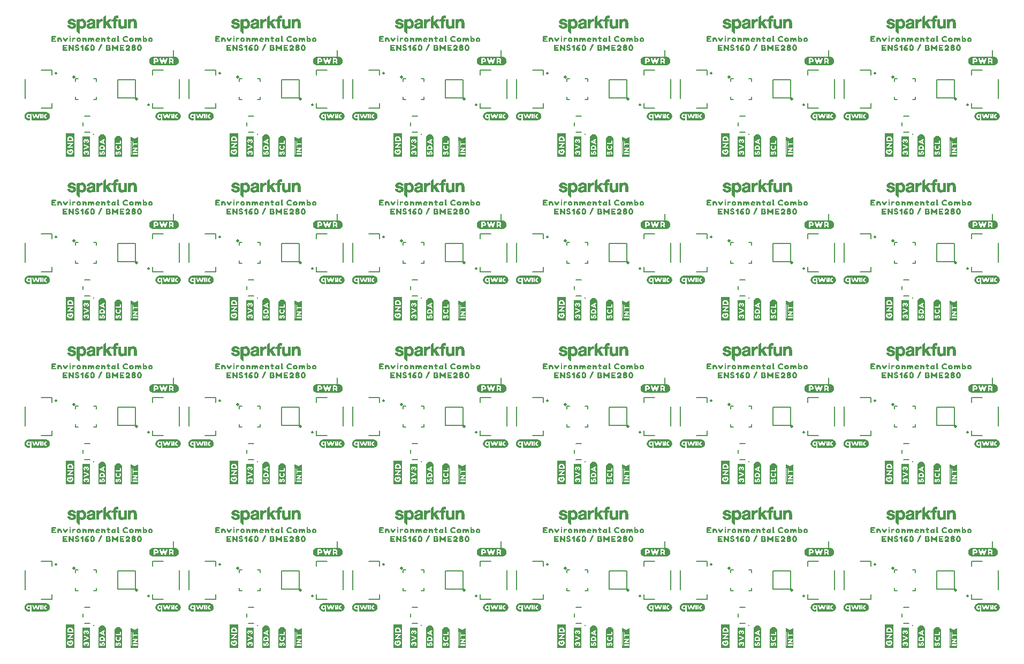
<source format=gto>
G04 EAGLE Gerber RS-274X export*
G75*
%MOMM*%
%FSLAX34Y34*%
%LPD*%
%INSilkscreen Top*%
%IPPOS*%
%AMOC8*
5,1,8,0,0,1.08239X$1,22.5*%
G01*
%ADD10C,0.203200*%
%ADD11C,0.508000*%
%ADD12C,0.503287*%
%ADD13C,0.254000*%

G36*
X241342Y682586D02*
X241342Y682586D01*
X241345Y682583D01*
X242041Y682683D01*
X242638Y682683D01*
X242646Y682689D01*
X242651Y682685D01*
X243351Y682885D01*
X243352Y682886D01*
X243353Y682885D01*
X243953Y683085D01*
X243956Y683090D01*
X243960Y683088D01*
X244560Y683388D01*
X244562Y683392D01*
X244565Y683391D01*
X245765Y684191D01*
X245766Y684194D01*
X245768Y684194D01*
X246268Y684594D01*
X246270Y684602D01*
X246276Y684601D01*
X246676Y685101D01*
X246676Y685105D01*
X246679Y685105D01*
X247479Y686305D01*
X247478Y686311D01*
X247481Y686313D01*
X247479Y686315D01*
X247484Y686317D01*
X247683Y686913D01*
X247982Y687510D01*
X247980Y687521D01*
X247986Y687525D01*
X248086Y688224D01*
X248186Y688824D01*
X248183Y688830D01*
X248187Y688832D01*
X248187Y690232D01*
X248184Y690236D01*
X248186Y690239D01*
X248086Y690939D01*
X248082Y690944D01*
X248084Y690948D01*
X247684Y692148D01*
X247682Y692150D01*
X247683Y692152D01*
X247383Y692852D01*
X247374Y692856D01*
X247376Y692863D01*
X246977Y693362D01*
X246579Y693960D01*
X246568Y693963D01*
X246568Y693971D01*
X246070Y694369D01*
X245572Y694867D01*
X245565Y694868D01*
X245565Y694873D01*
X244965Y695273D01*
X244960Y695273D01*
X244960Y695276D01*
X243760Y695876D01*
X243754Y695875D01*
X243753Y695879D01*
X243153Y696079D01*
X243149Y696077D01*
X243147Y696077D01*
X243145Y696081D01*
X241745Y696281D01*
X241740Y696278D01*
X241738Y696281D01*
X207338Y696281D01*
X207333Y696278D01*
X207330Y696281D01*
X206730Y696181D01*
X206727Y696178D01*
X206724Y696180D01*
X206024Y695980D01*
X206023Y695978D01*
X206022Y695979D01*
X205422Y695779D01*
X205420Y695776D01*
X205418Y695777D01*
X204718Y695477D01*
X204716Y695473D01*
X204712Y695474D01*
X204212Y695174D01*
X204212Y695173D01*
X204210Y695173D01*
X203610Y694773D01*
X203608Y694766D01*
X203603Y694767D01*
X202603Y693767D01*
X202602Y693763D01*
X202599Y693763D01*
X202199Y693263D01*
X202199Y693255D01*
X202194Y693254D01*
X201594Y692054D01*
X201594Y692052D01*
X201595Y692049D01*
X201591Y692048D01*
X201391Y691448D01*
X201391Y691446D01*
X201390Y691446D01*
X201190Y690746D01*
X201192Y690741D01*
X201189Y690739D01*
X201089Y690039D01*
X201091Y690035D01*
X201088Y690032D01*
X201088Y688732D01*
X201092Y688728D01*
X201089Y688725D01*
X201189Y688025D01*
X201194Y688021D01*
X201191Y688017D01*
X201391Y687418D01*
X201590Y686719D01*
X201596Y686715D01*
X201594Y686710D01*
X201894Y686110D01*
X201898Y686108D01*
X201897Y686105D01*
X202297Y685505D01*
X202300Y685504D01*
X202299Y685501D01*
X203099Y684501D01*
X203110Y684499D01*
X203110Y684491D01*
X203708Y684093D01*
X204207Y683694D01*
X204210Y683694D01*
X204210Y683691D01*
X204810Y683291D01*
X204820Y683292D01*
X204822Y683285D01*
X205422Y683085D01*
X205424Y683086D01*
X205424Y683085D01*
X206123Y682885D01*
X206722Y682685D01*
X206728Y682688D01*
X206731Y682683D01*
X207431Y682583D01*
X207435Y682586D01*
X207438Y682583D01*
X241338Y682583D01*
X241342Y682586D01*
G37*
G36*
X500422Y682586D02*
X500422Y682586D01*
X500425Y682583D01*
X501121Y682683D01*
X501718Y682683D01*
X501726Y682689D01*
X501731Y682685D01*
X502431Y682885D01*
X502432Y682886D01*
X502433Y682885D01*
X503033Y683085D01*
X503036Y683090D01*
X503040Y683088D01*
X503640Y683388D01*
X503642Y683392D01*
X503645Y683391D01*
X504845Y684191D01*
X504846Y684194D01*
X504848Y684194D01*
X505348Y684594D01*
X505350Y684602D01*
X505356Y684601D01*
X505756Y685101D01*
X505756Y685105D01*
X505759Y685105D01*
X506559Y686305D01*
X506558Y686311D01*
X506561Y686313D01*
X506559Y686315D01*
X506564Y686317D01*
X506763Y686913D01*
X507062Y687510D01*
X507060Y687521D01*
X507066Y687525D01*
X507166Y688224D01*
X507266Y688824D01*
X507263Y688830D01*
X507267Y688832D01*
X507267Y690232D01*
X507264Y690236D01*
X507266Y690239D01*
X507166Y690939D01*
X507162Y690944D01*
X507164Y690948D01*
X506764Y692148D01*
X506762Y692150D01*
X506763Y692152D01*
X506463Y692852D01*
X506454Y692856D01*
X506456Y692863D01*
X506057Y693362D01*
X505659Y693960D01*
X505648Y693963D01*
X505648Y693971D01*
X505150Y694369D01*
X504652Y694867D01*
X504645Y694868D01*
X504645Y694873D01*
X504045Y695273D01*
X504040Y695273D01*
X504040Y695276D01*
X502840Y695876D01*
X502834Y695875D01*
X502833Y695879D01*
X502233Y696079D01*
X502229Y696077D01*
X502227Y696077D01*
X502225Y696081D01*
X500825Y696281D01*
X500820Y696278D01*
X500818Y696281D01*
X466418Y696281D01*
X466413Y696278D01*
X466410Y696281D01*
X465810Y696181D01*
X465807Y696178D01*
X465804Y696180D01*
X465104Y695980D01*
X465103Y695978D01*
X465102Y695979D01*
X464502Y695779D01*
X464500Y695776D01*
X464498Y695777D01*
X463798Y695477D01*
X463796Y695473D01*
X463792Y695474D01*
X463292Y695174D01*
X463292Y695173D01*
X463290Y695173D01*
X462690Y694773D01*
X462688Y694766D01*
X462683Y694767D01*
X461683Y693767D01*
X461682Y693763D01*
X461679Y693763D01*
X461279Y693263D01*
X461279Y693255D01*
X461274Y693254D01*
X460674Y692054D01*
X460674Y692052D01*
X460675Y692049D01*
X460671Y692048D01*
X460471Y691448D01*
X460471Y691446D01*
X460470Y691446D01*
X460270Y690746D01*
X460272Y690741D01*
X460269Y690739D01*
X460169Y690039D01*
X460171Y690035D01*
X460168Y690032D01*
X460168Y688732D01*
X460172Y688728D01*
X460169Y688725D01*
X460269Y688025D01*
X460274Y688021D01*
X460271Y688017D01*
X460471Y687418D01*
X460670Y686719D01*
X460676Y686715D01*
X460674Y686710D01*
X460974Y686110D01*
X460978Y686108D01*
X460977Y686105D01*
X461377Y685505D01*
X461380Y685504D01*
X461379Y685501D01*
X462179Y684501D01*
X462190Y684499D01*
X462190Y684491D01*
X462788Y684093D01*
X463287Y683694D01*
X463290Y683694D01*
X463290Y683691D01*
X463890Y683291D01*
X463900Y683292D01*
X463902Y683285D01*
X464502Y683085D01*
X464504Y683086D01*
X464504Y683085D01*
X465203Y682885D01*
X465802Y682685D01*
X465808Y682688D01*
X465811Y682683D01*
X466511Y682583D01*
X466515Y682586D01*
X466518Y682583D01*
X500418Y682583D01*
X500422Y682586D01*
G37*
G36*
X1277662Y164426D02*
X1277662Y164426D01*
X1277665Y164423D01*
X1278361Y164523D01*
X1278958Y164523D01*
X1278966Y164529D01*
X1278971Y164525D01*
X1279671Y164725D01*
X1279672Y164726D01*
X1279673Y164725D01*
X1280273Y164925D01*
X1280276Y164930D01*
X1280280Y164928D01*
X1280880Y165228D01*
X1280882Y165232D01*
X1280885Y165231D01*
X1282085Y166031D01*
X1282086Y166034D01*
X1282088Y166034D01*
X1282588Y166434D01*
X1282590Y166442D01*
X1282596Y166441D01*
X1282996Y166941D01*
X1282996Y166945D01*
X1282999Y166945D01*
X1283799Y168145D01*
X1283798Y168151D01*
X1283801Y168153D01*
X1283799Y168155D01*
X1283804Y168157D01*
X1284003Y168753D01*
X1284302Y169350D01*
X1284300Y169361D01*
X1284306Y169365D01*
X1284406Y170064D01*
X1284506Y170664D01*
X1284503Y170670D01*
X1284507Y170672D01*
X1284507Y172072D01*
X1284504Y172076D01*
X1284506Y172079D01*
X1284406Y172779D01*
X1284402Y172784D01*
X1284404Y172788D01*
X1284004Y173988D01*
X1284002Y173990D01*
X1284003Y173992D01*
X1283703Y174692D01*
X1283694Y174696D01*
X1283696Y174703D01*
X1283297Y175202D01*
X1282899Y175800D01*
X1282888Y175803D01*
X1282888Y175811D01*
X1282390Y176209D01*
X1281892Y176707D01*
X1281885Y176708D01*
X1281885Y176713D01*
X1281285Y177113D01*
X1281280Y177113D01*
X1281280Y177116D01*
X1280080Y177716D01*
X1280074Y177715D01*
X1280073Y177719D01*
X1279473Y177919D01*
X1279469Y177917D01*
X1279467Y177917D01*
X1279465Y177921D01*
X1278065Y178121D01*
X1278060Y178118D01*
X1278058Y178121D01*
X1243658Y178121D01*
X1243653Y178118D01*
X1243650Y178121D01*
X1243050Y178021D01*
X1243047Y178018D01*
X1243044Y178020D01*
X1242344Y177820D01*
X1242343Y177818D01*
X1242342Y177819D01*
X1241742Y177619D01*
X1241740Y177616D01*
X1241738Y177617D01*
X1241038Y177317D01*
X1241036Y177313D01*
X1241032Y177314D01*
X1240532Y177014D01*
X1240532Y177013D01*
X1240530Y177013D01*
X1239930Y176613D01*
X1239928Y176606D01*
X1239923Y176607D01*
X1238923Y175607D01*
X1238922Y175603D01*
X1238919Y175603D01*
X1238519Y175103D01*
X1238519Y175095D01*
X1238514Y175094D01*
X1237914Y173894D01*
X1237914Y173892D01*
X1237915Y173889D01*
X1237911Y173888D01*
X1237711Y173288D01*
X1237711Y173286D01*
X1237710Y173286D01*
X1237510Y172586D01*
X1237512Y172581D01*
X1237509Y172579D01*
X1237409Y171879D01*
X1237411Y171875D01*
X1237408Y171872D01*
X1237408Y170572D01*
X1237412Y170568D01*
X1237409Y170565D01*
X1237509Y169865D01*
X1237514Y169861D01*
X1237511Y169857D01*
X1237711Y169258D01*
X1237910Y168559D01*
X1237916Y168555D01*
X1237914Y168550D01*
X1238214Y167950D01*
X1238218Y167948D01*
X1238217Y167945D01*
X1238617Y167345D01*
X1238620Y167344D01*
X1238619Y167341D01*
X1239419Y166341D01*
X1239430Y166339D01*
X1239430Y166331D01*
X1240028Y165933D01*
X1240527Y165534D01*
X1240530Y165534D01*
X1240530Y165531D01*
X1241130Y165131D01*
X1241140Y165132D01*
X1241142Y165125D01*
X1241742Y164925D01*
X1241744Y164926D01*
X1241744Y164925D01*
X1242443Y164725D01*
X1243042Y164525D01*
X1243048Y164528D01*
X1243051Y164523D01*
X1243751Y164423D01*
X1243755Y164426D01*
X1243758Y164423D01*
X1277658Y164423D01*
X1277662Y164426D01*
G37*
G36*
X1536742Y682586D02*
X1536742Y682586D01*
X1536745Y682583D01*
X1537441Y682683D01*
X1538038Y682683D01*
X1538046Y682689D01*
X1538051Y682685D01*
X1538751Y682885D01*
X1538752Y682886D01*
X1538753Y682885D01*
X1539353Y683085D01*
X1539356Y683090D01*
X1539360Y683088D01*
X1539960Y683388D01*
X1539962Y683392D01*
X1539965Y683391D01*
X1541165Y684191D01*
X1541166Y684194D01*
X1541168Y684194D01*
X1541668Y684594D01*
X1541670Y684602D01*
X1541676Y684601D01*
X1542076Y685101D01*
X1542076Y685105D01*
X1542079Y685105D01*
X1542879Y686305D01*
X1542878Y686311D01*
X1542881Y686313D01*
X1542879Y686315D01*
X1542884Y686317D01*
X1543083Y686913D01*
X1543382Y687510D01*
X1543380Y687521D01*
X1543386Y687525D01*
X1543486Y688224D01*
X1543586Y688824D01*
X1543583Y688830D01*
X1543587Y688832D01*
X1543587Y690232D01*
X1543584Y690236D01*
X1543586Y690239D01*
X1543486Y690939D01*
X1543482Y690944D01*
X1543484Y690948D01*
X1543084Y692148D01*
X1543082Y692150D01*
X1543083Y692152D01*
X1542783Y692852D01*
X1542774Y692856D01*
X1542776Y692863D01*
X1542377Y693362D01*
X1541979Y693960D01*
X1541968Y693963D01*
X1541968Y693971D01*
X1541470Y694369D01*
X1540972Y694867D01*
X1540965Y694868D01*
X1540965Y694873D01*
X1540365Y695273D01*
X1540360Y695273D01*
X1540360Y695276D01*
X1539160Y695876D01*
X1539154Y695875D01*
X1539153Y695879D01*
X1538553Y696079D01*
X1538549Y696077D01*
X1538547Y696077D01*
X1538545Y696081D01*
X1537145Y696281D01*
X1537140Y696278D01*
X1537138Y696281D01*
X1502738Y696281D01*
X1502733Y696278D01*
X1502730Y696281D01*
X1502130Y696181D01*
X1502127Y696178D01*
X1502124Y696180D01*
X1501424Y695980D01*
X1501423Y695978D01*
X1501422Y695979D01*
X1500822Y695779D01*
X1500820Y695776D01*
X1500818Y695777D01*
X1500118Y695477D01*
X1500116Y695473D01*
X1500112Y695474D01*
X1499612Y695174D01*
X1499612Y695173D01*
X1499610Y695173D01*
X1499010Y694773D01*
X1499008Y694766D01*
X1499003Y694767D01*
X1498003Y693767D01*
X1498002Y693763D01*
X1497999Y693763D01*
X1497599Y693263D01*
X1497599Y693255D01*
X1497594Y693254D01*
X1496994Y692054D01*
X1496994Y692052D01*
X1496995Y692049D01*
X1496991Y692048D01*
X1496791Y691448D01*
X1496791Y691446D01*
X1496790Y691446D01*
X1496590Y690746D01*
X1496592Y690741D01*
X1496589Y690739D01*
X1496489Y690039D01*
X1496491Y690035D01*
X1496488Y690032D01*
X1496488Y688732D01*
X1496492Y688728D01*
X1496489Y688725D01*
X1496589Y688025D01*
X1496594Y688021D01*
X1496591Y688017D01*
X1496791Y687418D01*
X1496990Y686719D01*
X1496996Y686715D01*
X1496994Y686710D01*
X1497294Y686110D01*
X1497298Y686108D01*
X1497297Y686105D01*
X1497697Y685505D01*
X1497700Y685504D01*
X1497699Y685501D01*
X1498499Y684501D01*
X1498510Y684499D01*
X1498510Y684491D01*
X1499108Y684093D01*
X1499607Y683694D01*
X1499610Y683694D01*
X1499610Y683691D01*
X1500210Y683291D01*
X1500220Y683292D01*
X1500222Y683285D01*
X1500822Y683085D01*
X1500824Y683086D01*
X1500824Y683085D01*
X1501523Y682885D01*
X1502122Y682685D01*
X1502128Y682688D01*
X1502131Y682683D01*
X1502831Y682583D01*
X1502835Y682586D01*
X1502838Y682583D01*
X1536738Y682583D01*
X1536742Y682586D01*
G37*
G36*
X1018582Y164426D02*
X1018582Y164426D01*
X1018585Y164423D01*
X1019281Y164523D01*
X1019878Y164523D01*
X1019886Y164529D01*
X1019891Y164525D01*
X1020591Y164725D01*
X1020592Y164726D01*
X1020593Y164725D01*
X1021193Y164925D01*
X1021196Y164930D01*
X1021200Y164928D01*
X1021800Y165228D01*
X1021802Y165232D01*
X1021805Y165231D01*
X1023005Y166031D01*
X1023006Y166034D01*
X1023008Y166034D01*
X1023508Y166434D01*
X1023510Y166442D01*
X1023516Y166441D01*
X1023916Y166941D01*
X1023916Y166945D01*
X1023919Y166945D01*
X1024719Y168145D01*
X1024718Y168151D01*
X1024721Y168153D01*
X1024719Y168155D01*
X1024724Y168157D01*
X1024923Y168753D01*
X1025222Y169350D01*
X1025220Y169361D01*
X1025226Y169365D01*
X1025326Y170064D01*
X1025426Y170664D01*
X1025423Y170670D01*
X1025427Y170672D01*
X1025427Y172072D01*
X1025424Y172076D01*
X1025426Y172079D01*
X1025326Y172779D01*
X1025322Y172784D01*
X1025324Y172788D01*
X1024924Y173988D01*
X1024922Y173990D01*
X1024923Y173992D01*
X1024623Y174692D01*
X1024614Y174696D01*
X1024616Y174703D01*
X1024217Y175202D01*
X1023819Y175800D01*
X1023808Y175803D01*
X1023808Y175811D01*
X1023310Y176209D01*
X1022812Y176707D01*
X1022805Y176708D01*
X1022805Y176713D01*
X1022205Y177113D01*
X1022200Y177113D01*
X1022200Y177116D01*
X1021000Y177716D01*
X1020994Y177715D01*
X1020993Y177719D01*
X1020393Y177919D01*
X1020389Y177917D01*
X1020387Y177917D01*
X1020385Y177921D01*
X1018985Y178121D01*
X1018980Y178118D01*
X1018978Y178121D01*
X984578Y178121D01*
X984573Y178118D01*
X984570Y178121D01*
X983970Y178021D01*
X983967Y178018D01*
X983964Y178020D01*
X983264Y177820D01*
X983263Y177818D01*
X983262Y177819D01*
X982662Y177619D01*
X982660Y177616D01*
X982658Y177617D01*
X981958Y177317D01*
X981956Y177313D01*
X981952Y177314D01*
X981452Y177014D01*
X981452Y177013D01*
X981450Y177013D01*
X980850Y176613D01*
X980848Y176606D01*
X980843Y176607D01*
X979843Y175607D01*
X979842Y175603D01*
X979839Y175603D01*
X979439Y175103D01*
X979439Y175095D01*
X979434Y175094D01*
X978834Y173894D01*
X978834Y173892D01*
X978835Y173889D01*
X978831Y173888D01*
X978631Y173288D01*
X978631Y173286D01*
X978630Y173286D01*
X978430Y172586D01*
X978432Y172581D01*
X978429Y172579D01*
X978329Y171879D01*
X978331Y171875D01*
X978328Y171872D01*
X978328Y170572D01*
X978332Y170568D01*
X978329Y170565D01*
X978429Y169865D01*
X978434Y169861D01*
X978431Y169857D01*
X978631Y169258D01*
X978830Y168559D01*
X978836Y168555D01*
X978834Y168550D01*
X979134Y167950D01*
X979138Y167948D01*
X979137Y167945D01*
X979537Y167345D01*
X979540Y167344D01*
X979539Y167341D01*
X980339Y166341D01*
X980350Y166339D01*
X980350Y166331D01*
X980948Y165933D01*
X981447Y165534D01*
X981450Y165534D01*
X981450Y165531D01*
X982050Y165131D01*
X982060Y165132D01*
X982062Y165125D01*
X982662Y164925D01*
X982664Y164926D01*
X982664Y164925D01*
X983363Y164725D01*
X983962Y164525D01*
X983968Y164528D01*
X983971Y164523D01*
X984671Y164423D01*
X984675Y164426D01*
X984678Y164423D01*
X1018578Y164423D01*
X1018582Y164426D01*
G37*
G36*
X1277662Y941666D02*
X1277662Y941666D01*
X1277665Y941663D01*
X1278361Y941763D01*
X1278958Y941763D01*
X1278966Y941769D01*
X1278971Y941765D01*
X1279671Y941965D01*
X1279672Y941966D01*
X1279673Y941965D01*
X1280273Y942165D01*
X1280276Y942170D01*
X1280280Y942168D01*
X1280880Y942468D01*
X1280882Y942472D01*
X1280885Y942471D01*
X1282085Y943271D01*
X1282086Y943274D01*
X1282088Y943274D01*
X1282588Y943674D01*
X1282590Y943682D01*
X1282596Y943681D01*
X1282996Y944181D01*
X1282996Y944185D01*
X1282999Y944185D01*
X1283799Y945385D01*
X1283798Y945391D01*
X1283801Y945393D01*
X1283799Y945395D01*
X1283804Y945397D01*
X1284003Y945993D01*
X1284302Y946590D01*
X1284300Y946601D01*
X1284306Y946605D01*
X1284406Y947304D01*
X1284506Y947904D01*
X1284503Y947910D01*
X1284507Y947912D01*
X1284507Y949312D01*
X1284504Y949316D01*
X1284506Y949319D01*
X1284406Y950019D01*
X1284402Y950024D01*
X1284404Y950028D01*
X1284004Y951228D01*
X1284002Y951230D01*
X1284003Y951232D01*
X1283703Y951932D01*
X1283694Y951936D01*
X1283696Y951943D01*
X1283297Y952442D01*
X1282899Y953040D01*
X1282888Y953043D01*
X1282888Y953051D01*
X1282390Y953449D01*
X1281892Y953947D01*
X1281885Y953948D01*
X1281885Y953953D01*
X1281285Y954353D01*
X1281280Y954353D01*
X1281280Y954356D01*
X1280080Y954956D01*
X1280074Y954955D01*
X1280073Y954959D01*
X1279473Y955159D01*
X1279469Y955157D01*
X1279467Y955157D01*
X1279465Y955161D01*
X1278065Y955361D01*
X1278060Y955358D01*
X1278058Y955361D01*
X1243658Y955361D01*
X1243653Y955358D01*
X1243650Y955361D01*
X1243050Y955261D01*
X1243047Y955258D01*
X1243044Y955260D01*
X1242344Y955060D01*
X1242343Y955058D01*
X1242342Y955059D01*
X1241742Y954859D01*
X1241740Y954856D01*
X1241738Y954857D01*
X1241038Y954557D01*
X1241036Y954553D01*
X1241032Y954554D01*
X1240532Y954254D01*
X1240532Y954253D01*
X1240530Y954253D01*
X1239930Y953853D01*
X1239928Y953846D01*
X1239923Y953847D01*
X1238923Y952847D01*
X1238922Y952843D01*
X1238919Y952843D01*
X1238519Y952343D01*
X1238519Y952335D01*
X1238514Y952334D01*
X1237914Y951134D01*
X1237914Y951132D01*
X1237915Y951129D01*
X1237911Y951128D01*
X1237711Y950528D01*
X1237711Y950526D01*
X1237710Y950526D01*
X1237510Y949826D01*
X1237512Y949821D01*
X1237509Y949819D01*
X1237409Y949119D01*
X1237411Y949115D01*
X1237408Y949112D01*
X1237408Y947812D01*
X1237412Y947808D01*
X1237409Y947805D01*
X1237509Y947105D01*
X1237514Y947101D01*
X1237511Y947097D01*
X1237711Y946498D01*
X1237910Y945799D01*
X1237916Y945795D01*
X1237914Y945790D01*
X1238214Y945190D01*
X1238218Y945188D01*
X1238217Y945185D01*
X1238617Y944585D01*
X1238620Y944584D01*
X1238619Y944581D01*
X1239419Y943581D01*
X1239430Y943579D01*
X1239430Y943571D01*
X1240028Y943173D01*
X1240527Y942774D01*
X1240530Y942774D01*
X1240530Y942771D01*
X1241130Y942371D01*
X1241140Y942372D01*
X1241142Y942365D01*
X1241742Y942165D01*
X1241744Y942166D01*
X1241744Y942165D01*
X1242443Y941965D01*
X1243042Y941765D01*
X1243048Y941768D01*
X1243051Y941763D01*
X1243751Y941663D01*
X1243755Y941666D01*
X1243758Y941663D01*
X1277658Y941663D01*
X1277662Y941666D01*
G37*
G36*
X759502Y423506D02*
X759502Y423506D01*
X759505Y423503D01*
X760201Y423603D01*
X760798Y423603D01*
X760806Y423609D01*
X760811Y423605D01*
X761511Y423805D01*
X761512Y423806D01*
X761513Y423805D01*
X762113Y424005D01*
X762116Y424010D01*
X762120Y424008D01*
X762720Y424308D01*
X762722Y424312D01*
X762725Y424311D01*
X763925Y425111D01*
X763926Y425114D01*
X763928Y425114D01*
X764428Y425514D01*
X764430Y425522D01*
X764436Y425521D01*
X764836Y426021D01*
X764836Y426025D01*
X764839Y426025D01*
X765639Y427225D01*
X765638Y427231D01*
X765641Y427233D01*
X765639Y427235D01*
X765644Y427237D01*
X765843Y427833D01*
X766142Y428430D01*
X766140Y428441D01*
X766146Y428445D01*
X766246Y429144D01*
X766346Y429744D01*
X766343Y429750D01*
X766347Y429752D01*
X766347Y431152D01*
X766344Y431156D01*
X766346Y431159D01*
X766246Y431859D01*
X766242Y431864D01*
X766244Y431868D01*
X765844Y433068D01*
X765842Y433070D01*
X765843Y433072D01*
X765543Y433772D01*
X765534Y433776D01*
X765536Y433783D01*
X765137Y434282D01*
X764739Y434880D01*
X764728Y434883D01*
X764728Y434891D01*
X764230Y435289D01*
X763732Y435787D01*
X763725Y435788D01*
X763725Y435793D01*
X763125Y436193D01*
X763120Y436193D01*
X763120Y436196D01*
X761920Y436796D01*
X761914Y436795D01*
X761913Y436799D01*
X761313Y436999D01*
X761309Y436997D01*
X761307Y436997D01*
X761305Y437001D01*
X759905Y437201D01*
X759900Y437198D01*
X759898Y437201D01*
X725498Y437201D01*
X725493Y437198D01*
X725490Y437201D01*
X724890Y437101D01*
X724887Y437098D01*
X724884Y437100D01*
X724184Y436900D01*
X724183Y436898D01*
X724182Y436899D01*
X723582Y436699D01*
X723580Y436696D01*
X723578Y436697D01*
X722878Y436397D01*
X722876Y436393D01*
X722872Y436394D01*
X722372Y436094D01*
X722372Y436093D01*
X722370Y436093D01*
X721770Y435693D01*
X721768Y435686D01*
X721763Y435687D01*
X720763Y434687D01*
X720762Y434683D01*
X720759Y434683D01*
X720359Y434183D01*
X720359Y434175D01*
X720354Y434174D01*
X719754Y432974D01*
X719754Y432972D01*
X719755Y432969D01*
X719751Y432968D01*
X719551Y432368D01*
X719551Y432366D01*
X719550Y432366D01*
X719350Y431666D01*
X719352Y431661D01*
X719349Y431659D01*
X719249Y430959D01*
X719251Y430955D01*
X719248Y430952D01*
X719248Y429652D01*
X719252Y429648D01*
X719249Y429645D01*
X719349Y428945D01*
X719354Y428941D01*
X719351Y428937D01*
X719551Y428338D01*
X719750Y427639D01*
X719756Y427635D01*
X719754Y427630D01*
X720054Y427030D01*
X720058Y427028D01*
X720057Y427025D01*
X720457Y426425D01*
X720460Y426424D01*
X720459Y426421D01*
X721259Y425421D01*
X721270Y425419D01*
X721270Y425411D01*
X721868Y425013D01*
X722367Y424614D01*
X722370Y424614D01*
X722370Y424611D01*
X722970Y424211D01*
X722980Y424212D01*
X722982Y424205D01*
X723582Y424005D01*
X723584Y424006D01*
X723584Y424005D01*
X724283Y423805D01*
X724882Y423605D01*
X724888Y423608D01*
X724891Y423603D01*
X725591Y423503D01*
X725595Y423506D01*
X725598Y423503D01*
X759498Y423503D01*
X759502Y423506D01*
G37*
G36*
X1536742Y423506D02*
X1536742Y423506D01*
X1536745Y423503D01*
X1537441Y423603D01*
X1538038Y423603D01*
X1538046Y423609D01*
X1538051Y423605D01*
X1538751Y423805D01*
X1538752Y423806D01*
X1538753Y423805D01*
X1539353Y424005D01*
X1539356Y424010D01*
X1539360Y424008D01*
X1539960Y424308D01*
X1539962Y424312D01*
X1539965Y424311D01*
X1541165Y425111D01*
X1541166Y425114D01*
X1541168Y425114D01*
X1541668Y425514D01*
X1541670Y425522D01*
X1541676Y425521D01*
X1542076Y426021D01*
X1542076Y426025D01*
X1542079Y426025D01*
X1542879Y427225D01*
X1542878Y427231D01*
X1542881Y427233D01*
X1542879Y427235D01*
X1542884Y427237D01*
X1543083Y427833D01*
X1543382Y428430D01*
X1543380Y428441D01*
X1543386Y428445D01*
X1543486Y429144D01*
X1543586Y429744D01*
X1543583Y429750D01*
X1543587Y429752D01*
X1543587Y431152D01*
X1543584Y431156D01*
X1543586Y431159D01*
X1543486Y431859D01*
X1543482Y431864D01*
X1543484Y431868D01*
X1543084Y433068D01*
X1543082Y433070D01*
X1543083Y433072D01*
X1542783Y433772D01*
X1542774Y433776D01*
X1542776Y433783D01*
X1542377Y434282D01*
X1541979Y434880D01*
X1541968Y434883D01*
X1541968Y434891D01*
X1541470Y435289D01*
X1540972Y435787D01*
X1540965Y435788D01*
X1540965Y435793D01*
X1540365Y436193D01*
X1540360Y436193D01*
X1540360Y436196D01*
X1539160Y436796D01*
X1539154Y436795D01*
X1539153Y436799D01*
X1538553Y436999D01*
X1538549Y436997D01*
X1538547Y436997D01*
X1538545Y437001D01*
X1537145Y437201D01*
X1537140Y437198D01*
X1537138Y437201D01*
X1502738Y437201D01*
X1502733Y437198D01*
X1502730Y437201D01*
X1502130Y437101D01*
X1502127Y437098D01*
X1502124Y437100D01*
X1501424Y436900D01*
X1501423Y436898D01*
X1501422Y436899D01*
X1500822Y436699D01*
X1500820Y436696D01*
X1500818Y436697D01*
X1500118Y436397D01*
X1500116Y436393D01*
X1500112Y436394D01*
X1499612Y436094D01*
X1499612Y436093D01*
X1499610Y436093D01*
X1499010Y435693D01*
X1499008Y435686D01*
X1499003Y435687D01*
X1498003Y434687D01*
X1498002Y434683D01*
X1497999Y434683D01*
X1497599Y434183D01*
X1497599Y434175D01*
X1497594Y434174D01*
X1496994Y432974D01*
X1496994Y432972D01*
X1496995Y432969D01*
X1496991Y432968D01*
X1496791Y432368D01*
X1496791Y432366D01*
X1496790Y432366D01*
X1496590Y431666D01*
X1496592Y431661D01*
X1496589Y431659D01*
X1496489Y430959D01*
X1496491Y430955D01*
X1496488Y430952D01*
X1496488Y429652D01*
X1496492Y429648D01*
X1496489Y429645D01*
X1496589Y428945D01*
X1496594Y428941D01*
X1496591Y428937D01*
X1496791Y428338D01*
X1496990Y427639D01*
X1496996Y427635D01*
X1496994Y427630D01*
X1497294Y427030D01*
X1497298Y427028D01*
X1497297Y427025D01*
X1497697Y426425D01*
X1497700Y426424D01*
X1497699Y426421D01*
X1498499Y425421D01*
X1498510Y425419D01*
X1498510Y425411D01*
X1499108Y425013D01*
X1499607Y424614D01*
X1499610Y424614D01*
X1499610Y424611D01*
X1500210Y424211D01*
X1500220Y424212D01*
X1500222Y424205D01*
X1500822Y424005D01*
X1500824Y424006D01*
X1500824Y424005D01*
X1501523Y423805D01*
X1502122Y423605D01*
X1502128Y423608D01*
X1502131Y423603D01*
X1502831Y423503D01*
X1502835Y423506D01*
X1502838Y423503D01*
X1536738Y423503D01*
X1536742Y423506D01*
G37*
G36*
X500422Y423506D02*
X500422Y423506D01*
X500425Y423503D01*
X501121Y423603D01*
X501718Y423603D01*
X501726Y423609D01*
X501731Y423605D01*
X502431Y423805D01*
X502432Y423806D01*
X502433Y423805D01*
X503033Y424005D01*
X503036Y424010D01*
X503040Y424008D01*
X503640Y424308D01*
X503642Y424312D01*
X503645Y424311D01*
X504845Y425111D01*
X504846Y425114D01*
X504848Y425114D01*
X505348Y425514D01*
X505350Y425522D01*
X505356Y425521D01*
X505756Y426021D01*
X505756Y426025D01*
X505759Y426025D01*
X506559Y427225D01*
X506558Y427231D01*
X506561Y427233D01*
X506559Y427235D01*
X506564Y427237D01*
X506763Y427833D01*
X507062Y428430D01*
X507060Y428441D01*
X507066Y428445D01*
X507166Y429144D01*
X507266Y429744D01*
X507263Y429750D01*
X507267Y429752D01*
X507267Y431152D01*
X507264Y431156D01*
X507266Y431159D01*
X507166Y431859D01*
X507162Y431864D01*
X507164Y431868D01*
X506764Y433068D01*
X506762Y433070D01*
X506763Y433072D01*
X506463Y433772D01*
X506454Y433776D01*
X506456Y433783D01*
X506057Y434282D01*
X505659Y434880D01*
X505648Y434883D01*
X505648Y434891D01*
X505150Y435289D01*
X504652Y435787D01*
X504645Y435788D01*
X504645Y435793D01*
X504045Y436193D01*
X504040Y436193D01*
X504040Y436196D01*
X502840Y436796D01*
X502834Y436795D01*
X502833Y436799D01*
X502233Y436999D01*
X502229Y436997D01*
X502227Y436997D01*
X502225Y437001D01*
X500825Y437201D01*
X500820Y437198D01*
X500818Y437201D01*
X466418Y437201D01*
X466413Y437198D01*
X466410Y437201D01*
X465810Y437101D01*
X465807Y437098D01*
X465804Y437100D01*
X465104Y436900D01*
X465103Y436898D01*
X465102Y436899D01*
X464502Y436699D01*
X464500Y436696D01*
X464498Y436697D01*
X463798Y436397D01*
X463796Y436393D01*
X463792Y436394D01*
X463292Y436094D01*
X463292Y436093D01*
X463290Y436093D01*
X462690Y435693D01*
X462688Y435686D01*
X462683Y435687D01*
X461683Y434687D01*
X461682Y434683D01*
X461679Y434683D01*
X461279Y434183D01*
X461279Y434175D01*
X461274Y434174D01*
X460674Y432974D01*
X460674Y432972D01*
X460675Y432969D01*
X460671Y432968D01*
X460471Y432368D01*
X460471Y432366D01*
X460470Y432366D01*
X460270Y431666D01*
X460272Y431661D01*
X460269Y431659D01*
X460169Y430959D01*
X460171Y430955D01*
X460168Y430952D01*
X460168Y429652D01*
X460172Y429648D01*
X460169Y429645D01*
X460269Y428945D01*
X460274Y428941D01*
X460271Y428937D01*
X460471Y428338D01*
X460670Y427639D01*
X460676Y427635D01*
X460674Y427630D01*
X460974Y427030D01*
X460978Y427028D01*
X460977Y427025D01*
X461377Y426425D01*
X461380Y426424D01*
X461379Y426421D01*
X462179Y425421D01*
X462190Y425419D01*
X462190Y425411D01*
X462788Y425013D01*
X463287Y424614D01*
X463290Y424614D01*
X463290Y424611D01*
X463890Y424211D01*
X463900Y424212D01*
X463902Y424205D01*
X464502Y424005D01*
X464504Y424006D01*
X464504Y424005D01*
X465203Y423805D01*
X465802Y423605D01*
X465808Y423608D01*
X465811Y423603D01*
X466511Y423503D01*
X466515Y423506D01*
X466518Y423503D01*
X500418Y423503D01*
X500422Y423506D01*
G37*
G36*
X1277662Y423506D02*
X1277662Y423506D01*
X1277665Y423503D01*
X1278361Y423603D01*
X1278958Y423603D01*
X1278966Y423609D01*
X1278971Y423605D01*
X1279671Y423805D01*
X1279672Y423806D01*
X1279673Y423805D01*
X1280273Y424005D01*
X1280276Y424010D01*
X1280280Y424008D01*
X1280880Y424308D01*
X1280882Y424312D01*
X1280885Y424311D01*
X1282085Y425111D01*
X1282086Y425114D01*
X1282088Y425114D01*
X1282588Y425514D01*
X1282590Y425522D01*
X1282596Y425521D01*
X1282996Y426021D01*
X1282996Y426025D01*
X1282999Y426025D01*
X1283799Y427225D01*
X1283798Y427231D01*
X1283801Y427233D01*
X1283799Y427235D01*
X1283804Y427237D01*
X1284003Y427833D01*
X1284302Y428430D01*
X1284300Y428441D01*
X1284306Y428445D01*
X1284406Y429144D01*
X1284506Y429744D01*
X1284503Y429750D01*
X1284507Y429752D01*
X1284507Y431152D01*
X1284504Y431156D01*
X1284506Y431159D01*
X1284406Y431859D01*
X1284402Y431864D01*
X1284404Y431868D01*
X1284004Y433068D01*
X1284002Y433070D01*
X1284003Y433072D01*
X1283703Y433772D01*
X1283694Y433776D01*
X1283696Y433783D01*
X1283297Y434282D01*
X1282899Y434880D01*
X1282888Y434883D01*
X1282888Y434891D01*
X1282390Y435289D01*
X1281892Y435787D01*
X1281885Y435788D01*
X1281885Y435793D01*
X1281285Y436193D01*
X1281280Y436193D01*
X1281280Y436196D01*
X1280080Y436796D01*
X1280074Y436795D01*
X1280073Y436799D01*
X1279473Y436999D01*
X1279469Y436997D01*
X1279467Y436997D01*
X1279465Y437001D01*
X1278065Y437201D01*
X1278060Y437198D01*
X1278058Y437201D01*
X1243658Y437201D01*
X1243653Y437198D01*
X1243650Y437201D01*
X1243050Y437101D01*
X1243047Y437098D01*
X1243044Y437100D01*
X1242344Y436900D01*
X1242343Y436898D01*
X1242342Y436899D01*
X1241742Y436699D01*
X1241740Y436696D01*
X1241738Y436697D01*
X1241038Y436397D01*
X1241036Y436393D01*
X1241032Y436394D01*
X1240532Y436094D01*
X1240532Y436093D01*
X1240530Y436093D01*
X1239930Y435693D01*
X1239928Y435686D01*
X1239923Y435687D01*
X1238923Y434687D01*
X1238922Y434683D01*
X1238919Y434683D01*
X1238519Y434183D01*
X1238519Y434175D01*
X1238514Y434174D01*
X1237914Y432974D01*
X1237914Y432972D01*
X1237915Y432969D01*
X1237911Y432968D01*
X1237711Y432368D01*
X1237711Y432366D01*
X1237710Y432366D01*
X1237510Y431666D01*
X1237512Y431661D01*
X1237509Y431659D01*
X1237409Y430959D01*
X1237411Y430955D01*
X1237408Y430952D01*
X1237408Y429652D01*
X1237412Y429648D01*
X1237409Y429645D01*
X1237509Y428945D01*
X1237514Y428941D01*
X1237511Y428937D01*
X1237711Y428338D01*
X1237910Y427639D01*
X1237916Y427635D01*
X1237914Y427630D01*
X1238214Y427030D01*
X1238218Y427028D01*
X1238217Y427025D01*
X1238617Y426425D01*
X1238620Y426424D01*
X1238619Y426421D01*
X1239419Y425421D01*
X1239430Y425419D01*
X1239430Y425411D01*
X1240028Y425013D01*
X1240527Y424614D01*
X1240530Y424614D01*
X1240530Y424611D01*
X1241130Y424211D01*
X1241140Y424212D01*
X1241142Y424205D01*
X1241742Y424005D01*
X1241744Y424006D01*
X1241744Y424005D01*
X1242443Y423805D01*
X1243042Y423605D01*
X1243048Y423608D01*
X1243051Y423603D01*
X1243751Y423503D01*
X1243755Y423506D01*
X1243758Y423503D01*
X1277658Y423503D01*
X1277662Y423506D01*
G37*
G36*
X1018582Y423506D02*
X1018582Y423506D01*
X1018585Y423503D01*
X1019281Y423603D01*
X1019878Y423603D01*
X1019886Y423609D01*
X1019891Y423605D01*
X1020591Y423805D01*
X1020592Y423806D01*
X1020593Y423805D01*
X1021193Y424005D01*
X1021196Y424010D01*
X1021200Y424008D01*
X1021800Y424308D01*
X1021802Y424312D01*
X1021805Y424311D01*
X1023005Y425111D01*
X1023006Y425114D01*
X1023008Y425114D01*
X1023508Y425514D01*
X1023510Y425522D01*
X1023516Y425521D01*
X1023916Y426021D01*
X1023916Y426025D01*
X1023919Y426025D01*
X1024719Y427225D01*
X1024718Y427231D01*
X1024721Y427233D01*
X1024719Y427235D01*
X1024724Y427237D01*
X1024923Y427833D01*
X1025222Y428430D01*
X1025220Y428441D01*
X1025226Y428445D01*
X1025326Y429144D01*
X1025426Y429744D01*
X1025423Y429750D01*
X1025427Y429752D01*
X1025427Y431152D01*
X1025424Y431156D01*
X1025426Y431159D01*
X1025326Y431859D01*
X1025322Y431864D01*
X1025324Y431868D01*
X1024924Y433068D01*
X1024922Y433070D01*
X1024923Y433072D01*
X1024623Y433772D01*
X1024614Y433776D01*
X1024616Y433783D01*
X1024217Y434282D01*
X1023819Y434880D01*
X1023808Y434883D01*
X1023808Y434891D01*
X1023310Y435289D01*
X1022812Y435787D01*
X1022805Y435788D01*
X1022805Y435793D01*
X1022205Y436193D01*
X1022200Y436193D01*
X1022200Y436196D01*
X1021000Y436796D01*
X1020994Y436795D01*
X1020993Y436799D01*
X1020393Y436999D01*
X1020389Y436997D01*
X1020387Y436997D01*
X1020385Y437001D01*
X1018985Y437201D01*
X1018980Y437198D01*
X1018978Y437201D01*
X984578Y437201D01*
X984573Y437198D01*
X984570Y437201D01*
X983970Y437101D01*
X983967Y437098D01*
X983964Y437100D01*
X983264Y436900D01*
X983263Y436898D01*
X983262Y436899D01*
X982662Y436699D01*
X982660Y436696D01*
X982658Y436697D01*
X981958Y436397D01*
X981956Y436393D01*
X981952Y436394D01*
X981452Y436094D01*
X981452Y436093D01*
X981450Y436093D01*
X980850Y435693D01*
X980848Y435686D01*
X980843Y435687D01*
X979843Y434687D01*
X979842Y434683D01*
X979839Y434683D01*
X979439Y434183D01*
X979439Y434175D01*
X979434Y434174D01*
X978834Y432974D01*
X978834Y432972D01*
X978835Y432969D01*
X978831Y432968D01*
X978631Y432368D01*
X978631Y432366D01*
X978630Y432366D01*
X978430Y431666D01*
X978432Y431661D01*
X978429Y431659D01*
X978329Y430959D01*
X978331Y430955D01*
X978328Y430952D01*
X978328Y429652D01*
X978332Y429648D01*
X978329Y429645D01*
X978429Y428945D01*
X978434Y428941D01*
X978431Y428937D01*
X978631Y428338D01*
X978830Y427639D01*
X978836Y427635D01*
X978834Y427630D01*
X979134Y427030D01*
X979138Y427028D01*
X979137Y427025D01*
X979537Y426425D01*
X979540Y426424D01*
X979539Y426421D01*
X980339Y425421D01*
X980350Y425419D01*
X980350Y425411D01*
X980948Y425013D01*
X981447Y424614D01*
X981450Y424614D01*
X981450Y424611D01*
X982050Y424211D01*
X982060Y424212D01*
X982062Y424205D01*
X982662Y424005D01*
X982664Y424006D01*
X982664Y424005D01*
X983363Y423805D01*
X983962Y423605D01*
X983968Y423608D01*
X983971Y423603D01*
X984671Y423503D01*
X984675Y423506D01*
X984678Y423503D01*
X1018578Y423503D01*
X1018582Y423506D01*
G37*
G36*
X241342Y423506D02*
X241342Y423506D01*
X241345Y423503D01*
X242041Y423603D01*
X242638Y423603D01*
X242646Y423609D01*
X242651Y423605D01*
X243351Y423805D01*
X243352Y423806D01*
X243353Y423805D01*
X243953Y424005D01*
X243956Y424010D01*
X243960Y424008D01*
X244560Y424308D01*
X244562Y424312D01*
X244565Y424311D01*
X245765Y425111D01*
X245766Y425114D01*
X245768Y425114D01*
X246268Y425514D01*
X246270Y425522D01*
X246276Y425521D01*
X246676Y426021D01*
X246676Y426025D01*
X246679Y426025D01*
X247479Y427225D01*
X247478Y427231D01*
X247481Y427233D01*
X247479Y427235D01*
X247484Y427237D01*
X247683Y427833D01*
X247982Y428430D01*
X247980Y428441D01*
X247986Y428445D01*
X248086Y429144D01*
X248186Y429744D01*
X248183Y429750D01*
X248187Y429752D01*
X248187Y431152D01*
X248184Y431156D01*
X248186Y431159D01*
X248086Y431859D01*
X248082Y431864D01*
X248084Y431868D01*
X247684Y433068D01*
X247682Y433070D01*
X247683Y433072D01*
X247383Y433772D01*
X247374Y433776D01*
X247376Y433783D01*
X246977Y434282D01*
X246579Y434880D01*
X246568Y434883D01*
X246568Y434891D01*
X246070Y435289D01*
X245572Y435787D01*
X245565Y435788D01*
X245565Y435793D01*
X244965Y436193D01*
X244960Y436193D01*
X244960Y436196D01*
X243760Y436796D01*
X243754Y436795D01*
X243753Y436799D01*
X243153Y436999D01*
X243149Y436997D01*
X243147Y436997D01*
X243145Y437001D01*
X241745Y437201D01*
X241740Y437198D01*
X241738Y437201D01*
X207338Y437201D01*
X207333Y437198D01*
X207330Y437201D01*
X206730Y437101D01*
X206727Y437098D01*
X206724Y437100D01*
X206024Y436900D01*
X206023Y436898D01*
X206022Y436899D01*
X205422Y436699D01*
X205420Y436696D01*
X205418Y436697D01*
X204718Y436397D01*
X204716Y436393D01*
X204712Y436394D01*
X204212Y436094D01*
X204212Y436093D01*
X204210Y436093D01*
X203610Y435693D01*
X203608Y435686D01*
X203603Y435687D01*
X202603Y434687D01*
X202602Y434683D01*
X202599Y434683D01*
X202199Y434183D01*
X202199Y434175D01*
X202194Y434174D01*
X201594Y432974D01*
X201594Y432972D01*
X201595Y432969D01*
X201591Y432968D01*
X201391Y432368D01*
X201391Y432366D01*
X201390Y432366D01*
X201190Y431666D01*
X201192Y431661D01*
X201189Y431659D01*
X201089Y430959D01*
X201091Y430955D01*
X201088Y430952D01*
X201088Y429652D01*
X201092Y429648D01*
X201089Y429645D01*
X201189Y428945D01*
X201194Y428941D01*
X201191Y428937D01*
X201391Y428338D01*
X201590Y427639D01*
X201596Y427635D01*
X201594Y427630D01*
X201894Y427030D01*
X201898Y427028D01*
X201897Y427025D01*
X202297Y426425D01*
X202300Y426424D01*
X202299Y426421D01*
X203099Y425421D01*
X203110Y425419D01*
X203110Y425411D01*
X203708Y425013D01*
X204207Y424614D01*
X204210Y424614D01*
X204210Y424611D01*
X204810Y424211D01*
X204820Y424212D01*
X204822Y424205D01*
X205422Y424005D01*
X205424Y424006D01*
X205424Y424005D01*
X206123Y423805D01*
X206722Y423605D01*
X206728Y423608D01*
X206731Y423603D01*
X207431Y423503D01*
X207435Y423506D01*
X207438Y423503D01*
X241338Y423503D01*
X241342Y423506D01*
G37*
G36*
X759502Y682586D02*
X759502Y682586D01*
X759505Y682583D01*
X760201Y682683D01*
X760798Y682683D01*
X760806Y682689D01*
X760811Y682685D01*
X761511Y682885D01*
X761512Y682886D01*
X761513Y682885D01*
X762113Y683085D01*
X762116Y683090D01*
X762120Y683088D01*
X762720Y683388D01*
X762722Y683392D01*
X762725Y683391D01*
X763925Y684191D01*
X763926Y684194D01*
X763928Y684194D01*
X764428Y684594D01*
X764430Y684602D01*
X764436Y684601D01*
X764836Y685101D01*
X764836Y685105D01*
X764839Y685105D01*
X765639Y686305D01*
X765638Y686311D01*
X765641Y686313D01*
X765639Y686315D01*
X765644Y686317D01*
X765843Y686913D01*
X766142Y687510D01*
X766140Y687521D01*
X766146Y687525D01*
X766246Y688224D01*
X766346Y688824D01*
X766343Y688830D01*
X766347Y688832D01*
X766347Y690232D01*
X766344Y690236D01*
X766346Y690239D01*
X766246Y690939D01*
X766242Y690944D01*
X766244Y690948D01*
X765844Y692148D01*
X765842Y692150D01*
X765843Y692152D01*
X765543Y692852D01*
X765534Y692856D01*
X765536Y692863D01*
X765137Y693362D01*
X764739Y693960D01*
X764728Y693963D01*
X764728Y693971D01*
X764230Y694369D01*
X763732Y694867D01*
X763725Y694868D01*
X763725Y694873D01*
X763125Y695273D01*
X763120Y695273D01*
X763120Y695276D01*
X761920Y695876D01*
X761914Y695875D01*
X761913Y695879D01*
X761313Y696079D01*
X761309Y696077D01*
X761307Y696077D01*
X761305Y696081D01*
X759905Y696281D01*
X759900Y696278D01*
X759898Y696281D01*
X725498Y696281D01*
X725493Y696278D01*
X725490Y696281D01*
X724890Y696181D01*
X724887Y696178D01*
X724884Y696180D01*
X724184Y695980D01*
X724183Y695978D01*
X724182Y695979D01*
X723582Y695779D01*
X723580Y695776D01*
X723578Y695777D01*
X722878Y695477D01*
X722876Y695473D01*
X722872Y695474D01*
X722372Y695174D01*
X722372Y695173D01*
X722370Y695173D01*
X721770Y694773D01*
X721768Y694766D01*
X721763Y694767D01*
X720763Y693767D01*
X720762Y693763D01*
X720759Y693763D01*
X720359Y693263D01*
X720359Y693255D01*
X720354Y693254D01*
X719754Y692054D01*
X719754Y692052D01*
X719755Y692049D01*
X719751Y692048D01*
X719551Y691448D01*
X719551Y691446D01*
X719550Y691446D01*
X719350Y690746D01*
X719352Y690741D01*
X719349Y690739D01*
X719249Y690039D01*
X719251Y690035D01*
X719248Y690032D01*
X719248Y688732D01*
X719252Y688728D01*
X719249Y688725D01*
X719349Y688025D01*
X719354Y688021D01*
X719351Y688017D01*
X719551Y687418D01*
X719750Y686719D01*
X719756Y686715D01*
X719754Y686710D01*
X720054Y686110D01*
X720058Y686108D01*
X720057Y686105D01*
X720457Y685505D01*
X720460Y685504D01*
X720459Y685501D01*
X721259Y684501D01*
X721270Y684499D01*
X721270Y684491D01*
X721868Y684093D01*
X722367Y683694D01*
X722370Y683694D01*
X722370Y683691D01*
X722970Y683291D01*
X722980Y683292D01*
X722982Y683285D01*
X723582Y683085D01*
X723584Y683086D01*
X723584Y683085D01*
X724283Y682885D01*
X724882Y682685D01*
X724888Y682688D01*
X724891Y682683D01*
X725591Y682583D01*
X725595Y682586D01*
X725598Y682583D01*
X759498Y682583D01*
X759502Y682586D01*
G37*
G36*
X241342Y941666D02*
X241342Y941666D01*
X241345Y941663D01*
X242041Y941763D01*
X242638Y941763D01*
X242646Y941769D01*
X242651Y941765D01*
X243351Y941965D01*
X243352Y941966D01*
X243353Y941965D01*
X243953Y942165D01*
X243956Y942170D01*
X243960Y942168D01*
X244560Y942468D01*
X244562Y942472D01*
X244565Y942471D01*
X245765Y943271D01*
X245766Y943274D01*
X245768Y943274D01*
X246268Y943674D01*
X246270Y943682D01*
X246276Y943681D01*
X246676Y944181D01*
X246676Y944185D01*
X246679Y944185D01*
X247479Y945385D01*
X247478Y945391D01*
X247481Y945393D01*
X247479Y945395D01*
X247484Y945397D01*
X247683Y945993D01*
X247982Y946590D01*
X247980Y946601D01*
X247986Y946605D01*
X248086Y947304D01*
X248186Y947904D01*
X248183Y947910D01*
X248187Y947912D01*
X248187Y949312D01*
X248184Y949316D01*
X248186Y949319D01*
X248086Y950019D01*
X248082Y950024D01*
X248084Y950028D01*
X247684Y951228D01*
X247682Y951230D01*
X247683Y951232D01*
X247383Y951932D01*
X247374Y951936D01*
X247376Y951943D01*
X246977Y952442D01*
X246579Y953040D01*
X246568Y953043D01*
X246568Y953051D01*
X246070Y953449D01*
X245572Y953947D01*
X245565Y953948D01*
X245565Y953953D01*
X244965Y954353D01*
X244960Y954353D01*
X244960Y954356D01*
X243760Y954956D01*
X243754Y954955D01*
X243753Y954959D01*
X243153Y955159D01*
X243149Y955157D01*
X243147Y955157D01*
X243145Y955161D01*
X241745Y955361D01*
X241740Y955358D01*
X241738Y955361D01*
X207338Y955361D01*
X207333Y955358D01*
X207330Y955361D01*
X206730Y955261D01*
X206727Y955258D01*
X206724Y955260D01*
X206024Y955060D01*
X206023Y955058D01*
X206022Y955059D01*
X205422Y954859D01*
X205420Y954856D01*
X205418Y954857D01*
X204718Y954557D01*
X204716Y954553D01*
X204712Y954554D01*
X204212Y954254D01*
X204212Y954253D01*
X204210Y954253D01*
X203610Y953853D01*
X203608Y953846D01*
X203603Y953847D01*
X202603Y952847D01*
X202602Y952843D01*
X202599Y952843D01*
X202199Y952343D01*
X202199Y952335D01*
X202194Y952334D01*
X201594Y951134D01*
X201594Y951132D01*
X201595Y951129D01*
X201591Y951128D01*
X201391Y950528D01*
X201391Y950526D01*
X201390Y950526D01*
X201190Y949826D01*
X201192Y949821D01*
X201189Y949819D01*
X201089Y949119D01*
X201091Y949115D01*
X201088Y949112D01*
X201088Y947812D01*
X201092Y947808D01*
X201089Y947805D01*
X201189Y947105D01*
X201194Y947101D01*
X201191Y947097D01*
X201391Y946498D01*
X201590Y945799D01*
X201596Y945795D01*
X201594Y945790D01*
X201894Y945190D01*
X201898Y945188D01*
X201897Y945185D01*
X202297Y944585D01*
X202300Y944584D01*
X202299Y944581D01*
X203099Y943581D01*
X203110Y943579D01*
X203110Y943571D01*
X203708Y943173D01*
X204207Y942774D01*
X204210Y942774D01*
X204210Y942771D01*
X204810Y942371D01*
X204820Y942372D01*
X204822Y942365D01*
X205422Y942165D01*
X205424Y942166D01*
X205424Y942165D01*
X206123Y941965D01*
X206722Y941765D01*
X206728Y941768D01*
X206731Y941763D01*
X207431Y941663D01*
X207435Y941666D01*
X207438Y941663D01*
X241338Y941663D01*
X241342Y941666D01*
G37*
G36*
X1536742Y941666D02*
X1536742Y941666D01*
X1536745Y941663D01*
X1537441Y941763D01*
X1538038Y941763D01*
X1538046Y941769D01*
X1538051Y941765D01*
X1538751Y941965D01*
X1538752Y941966D01*
X1538753Y941965D01*
X1539353Y942165D01*
X1539356Y942170D01*
X1539360Y942168D01*
X1539960Y942468D01*
X1539962Y942472D01*
X1539965Y942471D01*
X1541165Y943271D01*
X1541166Y943274D01*
X1541168Y943274D01*
X1541668Y943674D01*
X1541670Y943682D01*
X1541676Y943681D01*
X1542076Y944181D01*
X1542076Y944185D01*
X1542079Y944185D01*
X1542879Y945385D01*
X1542878Y945391D01*
X1542881Y945393D01*
X1542879Y945395D01*
X1542884Y945397D01*
X1543083Y945993D01*
X1543382Y946590D01*
X1543380Y946601D01*
X1543386Y946605D01*
X1543486Y947304D01*
X1543586Y947904D01*
X1543583Y947910D01*
X1543587Y947912D01*
X1543587Y949312D01*
X1543584Y949316D01*
X1543586Y949319D01*
X1543486Y950019D01*
X1543482Y950024D01*
X1543484Y950028D01*
X1543084Y951228D01*
X1543082Y951230D01*
X1543083Y951232D01*
X1542783Y951932D01*
X1542774Y951936D01*
X1542776Y951943D01*
X1542377Y952442D01*
X1541979Y953040D01*
X1541968Y953043D01*
X1541968Y953051D01*
X1541470Y953449D01*
X1540972Y953947D01*
X1540965Y953948D01*
X1540965Y953953D01*
X1540365Y954353D01*
X1540360Y954353D01*
X1540360Y954356D01*
X1539160Y954956D01*
X1539154Y954955D01*
X1539153Y954959D01*
X1538553Y955159D01*
X1538549Y955157D01*
X1538547Y955157D01*
X1538545Y955161D01*
X1537145Y955361D01*
X1537140Y955358D01*
X1537138Y955361D01*
X1502738Y955361D01*
X1502733Y955358D01*
X1502730Y955361D01*
X1502130Y955261D01*
X1502127Y955258D01*
X1502124Y955260D01*
X1501424Y955060D01*
X1501423Y955058D01*
X1501422Y955059D01*
X1500822Y954859D01*
X1500820Y954856D01*
X1500818Y954857D01*
X1500118Y954557D01*
X1500116Y954553D01*
X1500112Y954554D01*
X1499612Y954254D01*
X1499612Y954253D01*
X1499610Y954253D01*
X1499010Y953853D01*
X1499008Y953846D01*
X1499003Y953847D01*
X1498003Y952847D01*
X1498002Y952843D01*
X1497999Y952843D01*
X1497599Y952343D01*
X1497599Y952335D01*
X1497594Y952334D01*
X1496994Y951134D01*
X1496994Y951132D01*
X1496995Y951129D01*
X1496991Y951128D01*
X1496791Y950528D01*
X1496791Y950526D01*
X1496790Y950526D01*
X1496590Y949826D01*
X1496592Y949821D01*
X1496589Y949819D01*
X1496489Y949119D01*
X1496491Y949115D01*
X1496488Y949112D01*
X1496488Y947812D01*
X1496492Y947808D01*
X1496489Y947805D01*
X1496589Y947105D01*
X1496594Y947101D01*
X1496591Y947097D01*
X1496791Y946498D01*
X1496990Y945799D01*
X1496996Y945795D01*
X1496994Y945790D01*
X1497294Y945190D01*
X1497298Y945188D01*
X1497297Y945185D01*
X1497697Y944585D01*
X1497700Y944584D01*
X1497699Y944581D01*
X1498499Y943581D01*
X1498510Y943579D01*
X1498510Y943571D01*
X1499108Y943173D01*
X1499607Y942774D01*
X1499610Y942774D01*
X1499610Y942771D01*
X1500210Y942371D01*
X1500220Y942372D01*
X1500222Y942365D01*
X1500822Y942165D01*
X1500824Y942166D01*
X1500824Y942165D01*
X1501523Y941965D01*
X1502122Y941765D01*
X1502128Y941768D01*
X1502131Y941763D01*
X1502831Y941663D01*
X1502835Y941666D01*
X1502838Y941663D01*
X1536738Y941663D01*
X1536742Y941666D01*
G37*
G36*
X759502Y941666D02*
X759502Y941666D01*
X759505Y941663D01*
X760201Y941763D01*
X760798Y941763D01*
X760806Y941769D01*
X760811Y941765D01*
X761511Y941965D01*
X761512Y941966D01*
X761513Y941965D01*
X762113Y942165D01*
X762116Y942170D01*
X762120Y942168D01*
X762720Y942468D01*
X762722Y942472D01*
X762725Y942471D01*
X763925Y943271D01*
X763926Y943274D01*
X763928Y943274D01*
X764428Y943674D01*
X764430Y943682D01*
X764436Y943681D01*
X764836Y944181D01*
X764836Y944185D01*
X764839Y944185D01*
X765639Y945385D01*
X765638Y945391D01*
X765641Y945393D01*
X765639Y945395D01*
X765644Y945397D01*
X765843Y945993D01*
X766142Y946590D01*
X766140Y946601D01*
X766146Y946605D01*
X766246Y947304D01*
X766346Y947904D01*
X766343Y947910D01*
X766347Y947912D01*
X766347Y949312D01*
X766344Y949316D01*
X766346Y949319D01*
X766246Y950019D01*
X766242Y950024D01*
X766244Y950028D01*
X765844Y951228D01*
X765842Y951230D01*
X765843Y951232D01*
X765543Y951932D01*
X765534Y951936D01*
X765536Y951943D01*
X765137Y952442D01*
X764739Y953040D01*
X764728Y953043D01*
X764728Y953051D01*
X764230Y953449D01*
X763732Y953947D01*
X763725Y953948D01*
X763725Y953953D01*
X763125Y954353D01*
X763120Y954353D01*
X763120Y954356D01*
X761920Y954956D01*
X761914Y954955D01*
X761913Y954959D01*
X761313Y955159D01*
X761309Y955157D01*
X761307Y955157D01*
X761305Y955161D01*
X759905Y955361D01*
X759900Y955358D01*
X759898Y955361D01*
X725498Y955361D01*
X725493Y955358D01*
X725490Y955361D01*
X724890Y955261D01*
X724887Y955258D01*
X724884Y955260D01*
X724184Y955060D01*
X724183Y955058D01*
X724182Y955059D01*
X723582Y954859D01*
X723580Y954856D01*
X723578Y954857D01*
X722878Y954557D01*
X722876Y954553D01*
X722872Y954554D01*
X722372Y954254D01*
X722372Y954253D01*
X722370Y954253D01*
X721770Y953853D01*
X721768Y953846D01*
X721763Y953847D01*
X720763Y952847D01*
X720762Y952843D01*
X720759Y952843D01*
X720359Y952343D01*
X720359Y952335D01*
X720354Y952334D01*
X719754Y951134D01*
X719754Y951132D01*
X719755Y951129D01*
X719751Y951128D01*
X719551Y950528D01*
X719551Y950526D01*
X719550Y950526D01*
X719350Y949826D01*
X719352Y949821D01*
X719349Y949819D01*
X719249Y949119D01*
X719251Y949115D01*
X719248Y949112D01*
X719248Y947812D01*
X719252Y947808D01*
X719249Y947805D01*
X719349Y947105D01*
X719354Y947101D01*
X719351Y947097D01*
X719551Y946498D01*
X719750Y945799D01*
X719756Y945795D01*
X719754Y945790D01*
X720054Y945190D01*
X720058Y945188D01*
X720057Y945185D01*
X720457Y944585D01*
X720460Y944584D01*
X720459Y944581D01*
X721259Y943581D01*
X721270Y943579D01*
X721270Y943571D01*
X721868Y943173D01*
X722367Y942774D01*
X722370Y942774D01*
X722370Y942771D01*
X722970Y942371D01*
X722980Y942372D01*
X722982Y942365D01*
X723582Y942165D01*
X723584Y942166D01*
X723584Y942165D01*
X724283Y941965D01*
X724882Y941765D01*
X724888Y941768D01*
X724891Y941763D01*
X725591Y941663D01*
X725595Y941666D01*
X725598Y941663D01*
X759498Y941663D01*
X759502Y941666D01*
G37*
G36*
X1018582Y941666D02*
X1018582Y941666D01*
X1018585Y941663D01*
X1019281Y941763D01*
X1019878Y941763D01*
X1019886Y941769D01*
X1019891Y941765D01*
X1020591Y941965D01*
X1020592Y941966D01*
X1020593Y941965D01*
X1021193Y942165D01*
X1021196Y942170D01*
X1021200Y942168D01*
X1021800Y942468D01*
X1021802Y942472D01*
X1021805Y942471D01*
X1023005Y943271D01*
X1023006Y943274D01*
X1023008Y943274D01*
X1023508Y943674D01*
X1023510Y943682D01*
X1023516Y943681D01*
X1023916Y944181D01*
X1023916Y944185D01*
X1023919Y944185D01*
X1024719Y945385D01*
X1024718Y945391D01*
X1024721Y945393D01*
X1024719Y945395D01*
X1024724Y945397D01*
X1024923Y945993D01*
X1025222Y946590D01*
X1025220Y946601D01*
X1025226Y946605D01*
X1025326Y947304D01*
X1025426Y947904D01*
X1025423Y947910D01*
X1025427Y947912D01*
X1025427Y949312D01*
X1025424Y949316D01*
X1025426Y949319D01*
X1025326Y950019D01*
X1025322Y950024D01*
X1025324Y950028D01*
X1024924Y951228D01*
X1024922Y951230D01*
X1024923Y951232D01*
X1024623Y951932D01*
X1024614Y951936D01*
X1024616Y951943D01*
X1024217Y952442D01*
X1023819Y953040D01*
X1023808Y953043D01*
X1023808Y953051D01*
X1023310Y953449D01*
X1022812Y953947D01*
X1022805Y953948D01*
X1022805Y953953D01*
X1022205Y954353D01*
X1022200Y954353D01*
X1022200Y954356D01*
X1021000Y954956D01*
X1020994Y954955D01*
X1020993Y954959D01*
X1020393Y955159D01*
X1020389Y955157D01*
X1020387Y955157D01*
X1020385Y955161D01*
X1018985Y955361D01*
X1018980Y955358D01*
X1018978Y955361D01*
X984578Y955361D01*
X984573Y955358D01*
X984570Y955361D01*
X983970Y955261D01*
X983967Y955258D01*
X983964Y955260D01*
X983264Y955060D01*
X983263Y955058D01*
X983262Y955059D01*
X982662Y954859D01*
X982660Y954856D01*
X982658Y954857D01*
X981958Y954557D01*
X981956Y954553D01*
X981952Y954554D01*
X981452Y954254D01*
X981452Y954253D01*
X981450Y954253D01*
X980850Y953853D01*
X980848Y953846D01*
X980843Y953847D01*
X979843Y952847D01*
X979842Y952843D01*
X979839Y952843D01*
X979439Y952343D01*
X979439Y952335D01*
X979434Y952334D01*
X978834Y951134D01*
X978834Y951132D01*
X978835Y951129D01*
X978831Y951128D01*
X978631Y950528D01*
X978631Y950526D01*
X978630Y950526D01*
X978430Y949826D01*
X978432Y949821D01*
X978429Y949819D01*
X978329Y949119D01*
X978331Y949115D01*
X978328Y949112D01*
X978328Y947812D01*
X978332Y947808D01*
X978329Y947805D01*
X978429Y947105D01*
X978434Y947101D01*
X978431Y947097D01*
X978631Y946498D01*
X978830Y945799D01*
X978836Y945795D01*
X978834Y945790D01*
X979134Y945190D01*
X979138Y945188D01*
X979137Y945185D01*
X979537Y944585D01*
X979540Y944584D01*
X979539Y944581D01*
X980339Y943581D01*
X980350Y943579D01*
X980350Y943571D01*
X980948Y943173D01*
X981447Y942774D01*
X981450Y942774D01*
X981450Y942771D01*
X982050Y942371D01*
X982060Y942372D01*
X982062Y942365D01*
X982662Y942165D01*
X982664Y942166D01*
X982664Y942165D01*
X983363Y941965D01*
X983962Y941765D01*
X983968Y941768D01*
X983971Y941763D01*
X984671Y941663D01*
X984675Y941666D01*
X984678Y941663D01*
X1018578Y941663D01*
X1018582Y941666D01*
G37*
G36*
X500422Y941666D02*
X500422Y941666D01*
X500425Y941663D01*
X501121Y941763D01*
X501718Y941763D01*
X501726Y941769D01*
X501731Y941765D01*
X502431Y941965D01*
X502432Y941966D01*
X502433Y941965D01*
X503033Y942165D01*
X503036Y942170D01*
X503040Y942168D01*
X503640Y942468D01*
X503642Y942472D01*
X503645Y942471D01*
X504845Y943271D01*
X504846Y943274D01*
X504848Y943274D01*
X505348Y943674D01*
X505350Y943682D01*
X505356Y943681D01*
X505756Y944181D01*
X505756Y944185D01*
X505759Y944185D01*
X506559Y945385D01*
X506558Y945391D01*
X506561Y945393D01*
X506559Y945395D01*
X506564Y945397D01*
X506763Y945993D01*
X507062Y946590D01*
X507060Y946601D01*
X507066Y946605D01*
X507166Y947304D01*
X507266Y947904D01*
X507263Y947910D01*
X507267Y947912D01*
X507267Y949312D01*
X507264Y949316D01*
X507266Y949319D01*
X507166Y950019D01*
X507162Y950024D01*
X507164Y950028D01*
X506764Y951228D01*
X506762Y951230D01*
X506763Y951232D01*
X506463Y951932D01*
X506454Y951936D01*
X506456Y951943D01*
X506057Y952442D01*
X505659Y953040D01*
X505648Y953043D01*
X505648Y953051D01*
X505150Y953449D01*
X504652Y953947D01*
X504645Y953948D01*
X504645Y953953D01*
X504045Y954353D01*
X504040Y954353D01*
X504040Y954356D01*
X502840Y954956D01*
X502834Y954955D01*
X502833Y954959D01*
X502233Y955159D01*
X502229Y955157D01*
X502227Y955157D01*
X502225Y955161D01*
X500825Y955361D01*
X500820Y955358D01*
X500818Y955361D01*
X466418Y955361D01*
X466413Y955358D01*
X466410Y955361D01*
X465810Y955261D01*
X465807Y955258D01*
X465804Y955260D01*
X465104Y955060D01*
X465103Y955058D01*
X465102Y955059D01*
X464502Y954859D01*
X464500Y954856D01*
X464498Y954857D01*
X463798Y954557D01*
X463796Y954553D01*
X463792Y954554D01*
X463292Y954254D01*
X463292Y954253D01*
X463290Y954253D01*
X462690Y953853D01*
X462688Y953846D01*
X462683Y953847D01*
X461683Y952847D01*
X461682Y952843D01*
X461679Y952843D01*
X461279Y952343D01*
X461279Y952335D01*
X461274Y952334D01*
X460674Y951134D01*
X460674Y951132D01*
X460675Y951129D01*
X460671Y951128D01*
X460471Y950528D01*
X460471Y950526D01*
X460470Y950526D01*
X460270Y949826D01*
X460272Y949821D01*
X460269Y949819D01*
X460169Y949119D01*
X460171Y949115D01*
X460168Y949112D01*
X460168Y947812D01*
X460172Y947808D01*
X460169Y947805D01*
X460269Y947105D01*
X460274Y947101D01*
X460271Y947097D01*
X460471Y946498D01*
X460670Y945799D01*
X460676Y945795D01*
X460674Y945790D01*
X460974Y945190D01*
X460978Y945188D01*
X460977Y945185D01*
X461377Y944585D01*
X461380Y944584D01*
X461379Y944581D01*
X462179Y943581D01*
X462190Y943579D01*
X462190Y943571D01*
X462788Y943173D01*
X463287Y942774D01*
X463290Y942774D01*
X463290Y942771D01*
X463890Y942371D01*
X463900Y942372D01*
X463902Y942365D01*
X464502Y942165D01*
X464504Y942166D01*
X464504Y942165D01*
X465203Y941965D01*
X465802Y941765D01*
X465808Y941768D01*
X465811Y941763D01*
X466511Y941663D01*
X466515Y941666D01*
X466518Y941663D01*
X500418Y941663D01*
X500422Y941666D01*
G37*
G36*
X241342Y164426D02*
X241342Y164426D01*
X241345Y164423D01*
X242041Y164523D01*
X242638Y164523D01*
X242646Y164529D01*
X242651Y164525D01*
X243351Y164725D01*
X243352Y164726D01*
X243353Y164725D01*
X243953Y164925D01*
X243956Y164930D01*
X243960Y164928D01*
X244560Y165228D01*
X244562Y165232D01*
X244565Y165231D01*
X245765Y166031D01*
X245766Y166034D01*
X245768Y166034D01*
X246268Y166434D01*
X246270Y166442D01*
X246276Y166441D01*
X246676Y166941D01*
X246676Y166945D01*
X246679Y166945D01*
X247479Y168145D01*
X247478Y168151D01*
X247481Y168153D01*
X247479Y168155D01*
X247484Y168157D01*
X247683Y168753D01*
X247982Y169350D01*
X247980Y169361D01*
X247986Y169365D01*
X248086Y170064D01*
X248186Y170664D01*
X248183Y170670D01*
X248187Y170672D01*
X248187Y172072D01*
X248184Y172076D01*
X248186Y172079D01*
X248086Y172779D01*
X248082Y172784D01*
X248084Y172788D01*
X247684Y173988D01*
X247682Y173990D01*
X247683Y173992D01*
X247383Y174692D01*
X247374Y174696D01*
X247376Y174703D01*
X246977Y175202D01*
X246579Y175800D01*
X246568Y175803D01*
X246568Y175811D01*
X246070Y176209D01*
X245572Y176707D01*
X245565Y176708D01*
X245565Y176713D01*
X244965Y177113D01*
X244960Y177113D01*
X244960Y177116D01*
X243760Y177716D01*
X243754Y177715D01*
X243753Y177719D01*
X243153Y177919D01*
X243149Y177917D01*
X243147Y177917D01*
X243145Y177921D01*
X241745Y178121D01*
X241740Y178118D01*
X241738Y178121D01*
X207338Y178121D01*
X207333Y178118D01*
X207330Y178121D01*
X206730Y178021D01*
X206727Y178018D01*
X206724Y178020D01*
X206024Y177820D01*
X206023Y177818D01*
X206022Y177819D01*
X205422Y177619D01*
X205420Y177616D01*
X205418Y177617D01*
X204718Y177317D01*
X204716Y177313D01*
X204712Y177314D01*
X204212Y177014D01*
X204212Y177013D01*
X204210Y177013D01*
X203610Y176613D01*
X203608Y176606D01*
X203603Y176607D01*
X202603Y175607D01*
X202602Y175603D01*
X202599Y175603D01*
X202199Y175103D01*
X202199Y175095D01*
X202194Y175094D01*
X201594Y173894D01*
X201594Y173892D01*
X201595Y173889D01*
X201591Y173888D01*
X201391Y173288D01*
X201391Y173286D01*
X201390Y173286D01*
X201190Y172586D01*
X201192Y172581D01*
X201189Y172579D01*
X201089Y171879D01*
X201091Y171875D01*
X201088Y171872D01*
X201088Y170572D01*
X201092Y170568D01*
X201089Y170565D01*
X201189Y169865D01*
X201194Y169861D01*
X201191Y169857D01*
X201391Y169258D01*
X201590Y168559D01*
X201596Y168555D01*
X201594Y168550D01*
X201894Y167950D01*
X201898Y167948D01*
X201897Y167945D01*
X202297Y167345D01*
X202300Y167344D01*
X202299Y167341D01*
X203099Y166341D01*
X203110Y166339D01*
X203110Y166331D01*
X203708Y165933D01*
X204207Y165534D01*
X204210Y165534D01*
X204210Y165531D01*
X204810Y165131D01*
X204820Y165132D01*
X204822Y165125D01*
X205422Y164925D01*
X205424Y164926D01*
X205424Y164925D01*
X206123Y164725D01*
X206722Y164525D01*
X206728Y164528D01*
X206731Y164523D01*
X207431Y164423D01*
X207435Y164426D01*
X207438Y164423D01*
X241338Y164423D01*
X241342Y164426D01*
G37*
G36*
X1277662Y682586D02*
X1277662Y682586D01*
X1277665Y682583D01*
X1278361Y682683D01*
X1278958Y682683D01*
X1278966Y682689D01*
X1278971Y682685D01*
X1279671Y682885D01*
X1279672Y682886D01*
X1279673Y682885D01*
X1280273Y683085D01*
X1280276Y683090D01*
X1280280Y683088D01*
X1280880Y683388D01*
X1280882Y683392D01*
X1280885Y683391D01*
X1282085Y684191D01*
X1282086Y684194D01*
X1282088Y684194D01*
X1282588Y684594D01*
X1282590Y684602D01*
X1282596Y684601D01*
X1282996Y685101D01*
X1282996Y685105D01*
X1282999Y685105D01*
X1283799Y686305D01*
X1283798Y686311D01*
X1283801Y686313D01*
X1283799Y686315D01*
X1283804Y686317D01*
X1284003Y686913D01*
X1284302Y687510D01*
X1284300Y687521D01*
X1284306Y687525D01*
X1284406Y688224D01*
X1284506Y688824D01*
X1284503Y688830D01*
X1284507Y688832D01*
X1284507Y690232D01*
X1284504Y690236D01*
X1284506Y690239D01*
X1284406Y690939D01*
X1284402Y690944D01*
X1284404Y690948D01*
X1284004Y692148D01*
X1284002Y692150D01*
X1284003Y692152D01*
X1283703Y692852D01*
X1283694Y692856D01*
X1283696Y692863D01*
X1283297Y693362D01*
X1282899Y693960D01*
X1282888Y693963D01*
X1282888Y693971D01*
X1282390Y694369D01*
X1281892Y694867D01*
X1281885Y694868D01*
X1281885Y694873D01*
X1281285Y695273D01*
X1281280Y695273D01*
X1281280Y695276D01*
X1280080Y695876D01*
X1280074Y695875D01*
X1280073Y695879D01*
X1279473Y696079D01*
X1279469Y696077D01*
X1279467Y696077D01*
X1279465Y696081D01*
X1278065Y696281D01*
X1278060Y696278D01*
X1278058Y696281D01*
X1243658Y696281D01*
X1243653Y696278D01*
X1243650Y696281D01*
X1243050Y696181D01*
X1243047Y696178D01*
X1243044Y696180D01*
X1242344Y695980D01*
X1242343Y695978D01*
X1242342Y695979D01*
X1241742Y695779D01*
X1241740Y695776D01*
X1241738Y695777D01*
X1241038Y695477D01*
X1241036Y695473D01*
X1241032Y695474D01*
X1240532Y695174D01*
X1240532Y695173D01*
X1240530Y695173D01*
X1239930Y694773D01*
X1239928Y694766D01*
X1239923Y694767D01*
X1238923Y693767D01*
X1238922Y693763D01*
X1238919Y693763D01*
X1238519Y693263D01*
X1238519Y693255D01*
X1238514Y693254D01*
X1237914Y692054D01*
X1237914Y692052D01*
X1237915Y692049D01*
X1237911Y692048D01*
X1237711Y691448D01*
X1237711Y691446D01*
X1237710Y691446D01*
X1237510Y690746D01*
X1237512Y690741D01*
X1237509Y690739D01*
X1237409Y690039D01*
X1237411Y690035D01*
X1237408Y690032D01*
X1237408Y688732D01*
X1237412Y688728D01*
X1237409Y688725D01*
X1237509Y688025D01*
X1237514Y688021D01*
X1237511Y688017D01*
X1237711Y687418D01*
X1237910Y686719D01*
X1237916Y686715D01*
X1237914Y686710D01*
X1238214Y686110D01*
X1238218Y686108D01*
X1238217Y686105D01*
X1238617Y685505D01*
X1238620Y685504D01*
X1238619Y685501D01*
X1239419Y684501D01*
X1239430Y684499D01*
X1239430Y684491D01*
X1240028Y684093D01*
X1240527Y683694D01*
X1240530Y683694D01*
X1240530Y683691D01*
X1241130Y683291D01*
X1241140Y683292D01*
X1241142Y683285D01*
X1241742Y683085D01*
X1241744Y683086D01*
X1241744Y683085D01*
X1242443Y682885D01*
X1243042Y682685D01*
X1243048Y682688D01*
X1243051Y682683D01*
X1243751Y682583D01*
X1243755Y682586D01*
X1243758Y682583D01*
X1277658Y682583D01*
X1277662Y682586D01*
G37*
G36*
X1536742Y164426D02*
X1536742Y164426D01*
X1536745Y164423D01*
X1537441Y164523D01*
X1538038Y164523D01*
X1538046Y164529D01*
X1538051Y164525D01*
X1538751Y164725D01*
X1538752Y164726D01*
X1538753Y164725D01*
X1539353Y164925D01*
X1539356Y164930D01*
X1539360Y164928D01*
X1539960Y165228D01*
X1539962Y165232D01*
X1539965Y165231D01*
X1541165Y166031D01*
X1541166Y166034D01*
X1541168Y166034D01*
X1541668Y166434D01*
X1541670Y166442D01*
X1541676Y166441D01*
X1542076Y166941D01*
X1542076Y166945D01*
X1542079Y166945D01*
X1542879Y168145D01*
X1542878Y168151D01*
X1542881Y168153D01*
X1542879Y168155D01*
X1542884Y168157D01*
X1543083Y168753D01*
X1543382Y169350D01*
X1543380Y169361D01*
X1543386Y169365D01*
X1543486Y170064D01*
X1543586Y170664D01*
X1543583Y170670D01*
X1543587Y170672D01*
X1543587Y172072D01*
X1543584Y172076D01*
X1543586Y172079D01*
X1543486Y172779D01*
X1543482Y172784D01*
X1543484Y172788D01*
X1543084Y173988D01*
X1543082Y173990D01*
X1543083Y173992D01*
X1542783Y174692D01*
X1542774Y174696D01*
X1542776Y174703D01*
X1542377Y175202D01*
X1541979Y175800D01*
X1541968Y175803D01*
X1541968Y175811D01*
X1541470Y176209D01*
X1540972Y176707D01*
X1540965Y176708D01*
X1540965Y176713D01*
X1540365Y177113D01*
X1540360Y177113D01*
X1540360Y177116D01*
X1539160Y177716D01*
X1539154Y177715D01*
X1539153Y177719D01*
X1538553Y177919D01*
X1538549Y177917D01*
X1538547Y177917D01*
X1538545Y177921D01*
X1537145Y178121D01*
X1537140Y178118D01*
X1537138Y178121D01*
X1502738Y178121D01*
X1502733Y178118D01*
X1502730Y178121D01*
X1502130Y178021D01*
X1502127Y178018D01*
X1502124Y178020D01*
X1501424Y177820D01*
X1501423Y177818D01*
X1501422Y177819D01*
X1500822Y177619D01*
X1500820Y177616D01*
X1500818Y177617D01*
X1500118Y177317D01*
X1500116Y177313D01*
X1500112Y177314D01*
X1499612Y177014D01*
X1499612Y177013D01*
X1499610Y177013D01*
X1499010Y176613D01*
X1499008Y176606D01*
X1499003Y176607D01*
X1498003Y175607D01*
X1498002Y175603D01*
X1497999Y175603D01*
X1497599Y175103D01*
X1497599Y175095D01*
X1497594Y175094D01*
X1496994Y173894D01*
X1496994Y173892D01*
X1496995Y173889D01*
X1496991Y173888D01*
X1496791Y173288D01*
X1496791Y173286D01*
X1496790Y173286D01*
X1496590Y172586D01*
X1496592Y172581D01*
X1496589Y172579D01*
X1496489Y171879D01*
X1496491Y171875D01*
X1496488Y171872D01*
X1496488Y170572D01*
X1496492Y170568D01*
X1496489Y170565D01*
X1496589Y169865D01*
X1496594Y169861D01*
X1496591Y169857D01*
X1496791Y169258D01*
X1496990Y168559D01*
X1496996Y168555D01*
X1496994Y168550D01*
X1497294Y167950D01*
X1497298Y167948D01*
X1497297Y167945D01*
X1497697Y167345D01*
X1497700Y167344D01*
X1497699Y167341D01*
X1498499Y166341D01*
X1498510Y166339D01*
X1498510Y166331D01*
X1499108Y165933D01*
X1499607Y165534D01*
X1499610Y165534D01*
X1499610Y165531D01*
X1500210Y165131D01*
X1500220Y165132D01*
X1500222Y165125D01*
X1500822Y164925D01*
X1500824Y164926D01*
X1500824Y164925D01*
X1501523Y164725D01*
X1502122Y164525D01*
X1502128Y164528D01*
X1502131Y164523D01*
X1502831Y164423D01*
X1502835Y164426D01*
X1502838Y164423D01*
X1536738Y164423D01*
X1536742Y164426D01*
G37*
G36*
X1018582Y682586D02*
X1018582Y682586D01*
X1018585Y682583D01*
X1019281Y682683D01*
X1019878Y682683D01*
X1019886Y682689D01*
X1019891Y682685D01*
X1020591Y682885D01*
X1020592Y682886D01*
X1020593Y682885D01*
X1021193Y683085D01*
X1021196Y683090D01*
X1021200Y683088D01*
X1021800Y683388D01*
X1021802Y683392D01*
X1021805Y683391D01*
X1023005Y684191D01*
X1023006Y684194D01*
X1023008Y684194D01*
X1023508Y684594D01*
X1023510Y684602D01*
X1023516Y684601D01*
X1023916Y685101D01*
X1023916Y685105D01*
X1023919Y685105D01*
X1024719Y686305D01*
X1024718Y686311D01*
X1024721Y686313D01*
X1024719Y686315D01*
X1024724Y686317D01*
X1024923Y686913D01*
X1025222Y687510D01*
X1025220Y687521D01*
X1025226Y687525D01*
X1025326Y688224D01*
X1025426Y688824D01*
X1025423Y688830D01*
X1025427Y688832D01*
X1025427Y690232D01*
X1025424Y690236D01*
X1025426Y690239D01*
X1025326Y690939D01*
X1025322Y690944D01*
X1025324Y690948D01*
X1024924Y692148D01*
X1024922Y692150D01*
X1024923Y692152D01*
X1024623Y692852D01*
X1024614Y692856D01*
X1024616Y692863D01*
X1024217Y693362D01*
X1023819Y693960D01*
X1023808Y693963D01*
X1023808Y693971D01*
X1023310Y694369D01*
X1022812Y694867D01*
X1022805Y694868D01*
X1022805Y694873D01*
X1022205Y695273D01*
X1022200Y695273D01*
X1022200Y695276D01*
X1021000Y695876D01*
X1020994Y695875D01*
X1020993Y695879D01*
X1020393Y696079D01*
X1020389Y696077D01*
X1020387Y696077D01*
X1020385Y696081D01*
X1018985Y696281D01*
X1018980Y696278D01*
X1018978Y696281D01*
X984578Y696281D01*
X984573Y696278D01*
X984570Y696281D01*
X983970Y696181D01*
X983967Y696178D01*
X983964Y696180D01*
X983264Y695980D01*
X983263Y695978D01*
X983262Y695979D01*
X982662Y695779D01*
X982660Y695776D01*
X982658Y695777D01*
X981958Y695477D01*
X981956Y695473D01*
X981952Y695474D01*
X981452Y695174D01*
X981452Y695173D01*
X981450Y695173D01*
X980850Y694773D01*
X980848Y694766D01*
X980843Y694767D01*
X979843Y693767D01*
X979842Y693763D01*
X979839Y693763D01*
X979439Y693263D01*
X979439Y693255D01*
X979434Y693254D01*
X978834Y692054D01*
X978834Y692052D01*
X978835Y692049D01*
X978831Y692048D01*
X978631Y691448D01*
X978631Y691446D01*
X978630Y691446D01*
X978430Y690746D01*
X978432Y690741D01*
X978429Y690739D01*
X978329Y690039D01*
X978331Y690035D01*
X978328Y690032D01*
X978328Y688732D01*
X978332Y688728D01*
X978329Y688725D01*
X978429Y688025D01*
X978434Y688021D01*
X978431Y688017D01*
X978631Y687418D01*
X978830Y686719D01*
X978836Y686715D01*
X978834Y686710D01*
X979134Y686110D01*
X979138Y686108D01*
X979137Y686105D01*
X979537Y685505D01*
X979540Y685504D01*
X979539Y685501D01*
X980339Y684501D01*
X980350Y684499D01*
X980350Y684491D01*
X980948Y684093D01*
X981447Y683694D01*
X981450Y683694D01*
X981450Y683691D01*
X982050Y683291D01*
X982060Y683292D01*
X982062Y683285D01*
X982662Y683085D01*
X982664Y683086D01*
X982664Y683085D01*
X983363Y682885D01*
X983962Y682685D01*
X983968Y682688D01*
X983971Y682683D01*
X984671Y682583D01*
X984675Y682586D01*
X984678Y682583D01*
X1018578Y682583D01*
X1018582Y682586D01*
G37*
G36*
X500422Y164426D02*
X500422Y164426D01*
X500425Y164423D01*
X501121Y164523D01*
X501718Y164523D01*
X501726Y164529D01*
X501731Y164525D01*
X502431Y164725D01*
X502432Y164726D01*
X502433Y164725D01*
X503033Y164925D01*
X503036Y164930D01*
X503040Y164928D01*
X503640Y165228D01*
X503642Y165232D01*
X503645Y165231D01*
X504845Y166031D01*
X504846Y166034D01*
X504848Y166034D01*
X505348Y166434D01*
X505350Y166442D01*
X505356Y166441D01*
X505756Y166941D01*
X505756Y166945D01*
X505759Y166945D01*
X506559Y168145D01*
X506558Y168151D01*
X506561Y168153D01*
X506559Y168155D01*
X506564Y168157D01*
X506763Y168753D01*
X507062Y169350D01*
X507060Y169361D01*
X507066Y169365D01*
X507166Y170064D01*
X507266Y170664D01*
X507263Y170670D01*
X507267Y170672D01*
X507267Y172072D01*
X507264Y172076D01*
X507266Y172079D01*
X507166Y172779D01*
X507162Y172784D01*
X507164Y172788D01*
X506764Y173988D01*
X506762Y173990D01*
X506763Y173992D01*
X506463Y174692D01*
X506454Y174696D01*
X506456Y174703D01*
X506057Y175202D01*
X505659Y175800D01*
X505648Y175803D01*
X505648Y175811D01*
X505150Y176209D01*
X504652Y176707D01*
X504645Y176708D01*
X504645Y176713D01*
X504045Y177113D01*
X504040Y177113D01*
X504040Y177116D01*
X502840Y177716D01*
X502834Y177715D01*
X502833Y177719D01*
X502233Y177919D01*
X502229Y177917D01*
X502227Y177917D01*
X502225Y177921D01*
X500825Y178121D01*
X500820Y178118D01*
X500818Y178121D01*
X466418Y178121D01*
X466413Y178118D01*
X466410Y178121D01*
X465810Y178021D01*
X465807Y178018D01*
X465804Y178020D01*
X465104Y177820D01*
X465103Y177818D01*
X465102Y177819D01*
X464502Y177619D01*
X464500Y177616D01*
X464498Y177617D01*
X463798Y177317D01*
X463796Y177313D01*
X463792Y177314D01*
X463292Y177014D01*
X463292Y177013D01*
X463290Y177013D01*
X462690Y176613D01*
X462688Y176606D01*
X462683Y176607D01*
X461683Y175607D01*
X461682Y175603D01*
X461679Y175603D01*
X461279Y175103D01*
X461279Y175095D01*
X461274Y175094D01*
X460674Y173894D01*
X460674Y173892D01*
X460675Y173889D01*
X460671Y173888D01*
X460471Y173288D01*
X460471Y173286D01*
X460470Y173286D01*
X460270Y172586D01*
X460272Y172581D01*
X460269Y172579D01*
X460169Y171879D01*
X460171Y171875D01*
X460168Y171872D01*
X460168Y170572D01*
X460172Y170568D01*
X460169Y170565D01*
X460269Y169865D01*
X460274Y169861D01*
X460271Y169857D01*
X460471Y169258D01*
X460670Y168559D01*
X460676Y168555D01*
X460674Y168550D01*
X460974Y167950D01*
X460978Y167948D01*
X460977Y167945D01*
X461377Y167345D01*
X461380Y167344D01*
X461379Y167341D01*
X462179Y166341D01*
X462190Y166339D01*
X462190Y166331D01*
X462788Y165933D01*
X463287Y165534D01*
X463290Y165534D01*
X463290Y165531D01*
X463890Y165131D01*
X463900Y165132D01*
X463902Y165125D01*
X464502Y164925D01*
X464504Y164926D01*
X464504Y164925D01*
X465203Y164725D01*
X465802Y164525D01*
X465808Y164528D01*
X465811Y164523D01*
X466511Y164423D01*
X466515Y164426D01*
X466518Y164423D01*
X500418Y164423D01*
X500422Y164426D01*
G37*
G36*
X759502Y164426D02*
X759502Y164426D01*
X759505Y164423D01*
X760201Y164523D01*
X760798Y164523D01*
X760806Y164529D01*
X760811Y164525D01*
X761511Y164725D01*
X761512Y164726D01*
X761513Y164725D01*
X762113Y164925D01*
X762116Y164930D01*
X762120Y164928D01*
X762720Y165228D01*
X762722Y165232D01*
X762725Y165231D01*
X763925Y166031D01*
X763926Y166034D01*
X763928Y166034D01*
X764428Y166434D01*
X764430Y166442D01*
X764436Y166441D01*
X764836Y166941D01*
X764836Y166945D01*
X764839Y166945D01*
X765639Y168145D01*
X765638Y168151D01*
X765641Y168153D01*
X765639Y168155D01*
X765644Y168157D01*
X765843Y168753D01*
X766142Y169350D01*
X766140Y169361D01*
X766146Y169365D01*
X766246Y170064D01*
X766346Y170664D01*
X766343Y170670D01*
X766347Y170672D01*
X766347Y172072D01*
X766344Y172076D01*
X766346Y172079D01*
X766246Y172779D01*
X766242Y172784D01*
X766244Y172788D01*
X765844Y173988D01*
X765842Y173990D01*
X765843Y173992D01*
X765543Y174692D01*
X765534Y174696D01*
X765536Y174703D01*
X765137Y175202D01*
X764739Y175800D01*
X764728Y175803D01*
X764728Y175811D01*
X764230Y176209D01*
X763732Y176707D01*
X763725Y176708D01*
X763725Y176713D01*
X763125Y177113D01*
X763120Y177113D01*
X763120Y177116D01*
X761920Y177716D01*
X761914Y177715D01*
X761913Y177719D01*
X761313Y177919D01*
X761309Y177917D01*
X761307Y177917D01*
X761305Y177921D01*
X759905Y178121D01*
X759900Y178118D01*
X759898Y178121D01*
X725498Y178121D01*
X725493Y178118D01*
X725490Y178121D01*
X724890Y178021D01*
X724887Y178018D01*
X724884Y178020D01*
X724184Y177820D01*
X724183Y177818D01*
X724182Y177819D01*
X723582Y177619D01*
X723580Y177616D01*
X723578Y177617D01*
X722878Y177317D01*
X722876Y177313D01*
X722872Y177314D01*
X722372Y177014D01*
X722372Y177013D01*
X722370Y177013D01*
X721770Y176613D01*
X721768Y176606D01*
X721763Y176607D01*
X720763Y175607D01*
X720762Y175603D01*
X720759Y175603D01*
X720359Y175103D01*
X720359Y175095D01*
X720354Y175094D01*
X719754Y173894D01*
X719754Y173892D01*
X719755Y173889D01*
X719751Y173888D01*
X719551Y173288D01*
X719551Y173286D01*
X719550Y173286D01*
X719350Y172586D01*
X719352Y172581D01*
X719349Y172579D01*
X719249Y171879D01*
X719251Y171875D01*
X719248Y171872D01*
X719248Y170572D01*
X719252Y170568D01*
X719249Y170565D01*
X719349Y169865D01*
X719354Y169861D01*
X719351Y169857D01*
X719551Y169258D01*
X719750Y168559D01*
X719756Y168555D01*
X719754Y168550D01*
X720054Y167950D01*
X720058Y167948D01*
X720057Y167945D01*
X720457Y167345D01*
X720460Y167344D01*
X720459Y167341D01*
X721259Y166341D01*
X721270Y166339D01*
X721270Y166331D01*
X721868Y165933D01*
X722367Y165534D01*
X722370Y165534D01*
X722370Y165531D01*
X722970Y165131D01*
X722980Y165132D01*
X722982Y165125D01*
X723582Y164925D01*
X723584Y164926D01*
X723584Y164925D01*
X724283Y164725D01*
X724882Y164525D01*
X724888Y164528D01*
X724891Y164523D01*
X725591Y164423D01*
X725595Y164426D01*
X725598Y164423D01*
X759498Y164423D01*
X759502Y164426D01*
G37*
G36*
X342129Y796554D02*
X342129Y796554D01*
X342127Y796557D01*
X342130Y796559D01*
X342230Y797159D01*
X342227Y797164D01*
X342231Y797167D01*
X342231Y834367D01*
X342195Y834414D01*
X342187Y834409D01*
X342182Y834416D01*
X328682Y834416D01*
X328634Y834380D01*
X328637Y834377D01*
X328633Y834375D01*
X328533Y833775D01*
X328536Y833770D01*
X328532Y833767D01*
X328532Y799967D01*
X328538Y799960D01*
X328535Y799951D01*
X328548Y799947D01*
X328568Y799920D01*
X328587Y799934D01*
X328589Y799933D01*
X328553Y799907D01*
X328548Y799890D01*
X328534Y799880D01*
X328540Y799873D01*
X328532Y799867D01*
X328532Y796567D01*
X328568Y796520D01*
X328576Y796525D01*
X328582Y796518D01*
X342082Y796518D01*
X342129Y796554D01*
G37*
G36*
X1119369Y796554D02*
X1119369Y796554D01*
X1119367Y796557D01*
X1119370Y796559D01*
X1119470Y797159D01*
X1119467Y797164D01*
X1119471Y797167D01*
X1119471Y834367D01*
X1119435Y834414D01*
X1119427Y834409D01*
X1119422Y834416D01*
X1105922Y834416D01*
X1105874Y834380D01*
X1105877Y834377D01*
X1105873Y834375D01*
X1105773Y833775D01*
X1105776Y833770D01*
X1105772Y833767D01*
X1105772Y799967D01*
X1105778Y799960D01*
X1105775Y799951D01*
X1105788Y799947D01*
X1105808Y799920D01*
X1105827Y799934D01*
X1105829Y799933D01*
X1105793Y799907D01*
X1105788Y799890D01*
X1105774Y799880D01*
X1105780Y799873D01*
X1105772Y799867D01*
X1105772Y796567D01*
X1105808Y796520D01*
X1105816Y796525D01*
X1105822Y796518D01*
X1119322Y796518D01*
X1119369Y796554D01*
G37*
G36*
X860289Y796554D02*
X860289Y796554D01*
X860287Y796557D01*
X860290Y796559D01*
X860390Y797159D01*
X860387Y797164D01*
X860391Y797167D01*
X860391Y834367D01*
X860355Y834414D01*
X860347Y834409D01*
X860342Y834416D01*
X846842Y834416D01*
X846794Y834380D01*
X846797Y834377D01*
X846793Y834375D01*
X846693Y833775D01*
X846696Y833770D01*
X846692Y833767D01*
X846692Y799967D01*
X846698Y799960D01*
X846695Y799951D01*
X846708Y799947D01*
X846728Y799920D01*
X846747Y799934D01*
X846749Y799933D01*
X846713Y799907D01*
X846708Y799890D01*
X846694Y799880D01*
X846700Y799873D01*
X846692Y799867D01*
X846692Y796567D01*
X846728Y796520D01*
X846736Y796525D01*
X846742Y796518D01*
X860242Y796518D01*
X860289Y796554D01*
G37*
G36*
X601209Y796554D02*
X601209Y796554D01*
X601207Y796557D01*
X601210Y796559D01*
X601310Y797159D01*
X601307Y797164D01*
X601311Y797167D01*
X601311Y834367D01*
X601275Y834414D01*
X601267Y834409D01*
X601262Y834416D01*
X587762Y834416D01*
X587714Y834380D01*
X587717Y834377D01*
X587713Y834375D01*
X587613Y833775D01*
X587616Y833770D01*
X587612Y833767D01*
X587612Y799967D01*
X587618Y799960D01*
X587615Y799951D01*
X587628Y799947D01*
X587648Y799920D01*
X587667Y799934D01*
X587669Y799933D01*
X587633Y799907D01*
X587628Y799890D01*
X587614Y799880D01*
X587620Y799873D01*
X587612Y799867D01*
X587612Y796567D01*
X587648Y796520D01*
X587656Y796525D01*
X587662Y796518D01*
X601162Y796518D01*
X601209Y796554D01*
G37*
G36*
X83049Y796554D02*
X83049Y796554D01*
X83047Y796557D01*
X83050Y796559D01*
X83150Y797159D01*
X83147Y797164D01*
X83151Y797167D01*
X83151Y834367D01*
X83115Y834414D01*
X83107Y834409D01*
X83102Y834416D01*
X69602Y834416D01*
X69554Y834380D01*
X69557Y834377D01*
X69553Y834375D01*
X69453Y833775D01*
X69456Y833770D01*
X69452Y833767D01*
X69452Y799967D01*
X69458Y799960D01*
X69455Y799951D01*
X69468Y799947D01*
X69488Y799920D01*
X69507Y799934D01*
X69509Y799933D01*
X69473Y799907D01*
X69468Y799890D01*
X69454Y799880D01*
X69460Y799873D01*
X69452Y799867D01*
X69452Y796567D01*
X69488Y796520D01*
X69496Y796525D01*
X69502Y796518D01*
X83002Y796518D01*
X83049Y796554D01*
G37*
G36*
X860289Y19314D02*
X860289Y19314D01*
X860287Y19317D01*
X860290Y19319D01*
X860390Y19919D01*
X860387Y19924D01*
X860391Y19927D01*
X860391Y57127D01*
X860355Y57174D01*
X860347Y57169D01*
X860342Y57176D01*
X846842Y57176D01*
X846794Y57140D01*
X846797Y57137D01*
X846793Y57135D01*
X846693Y56535D01*
X846696Y56530D01*
X846692Y56527D01*
X846692Y22727D01*
X846698Y22720D01*
X846695Y22711D01*
X846708Y22707D01*
X846728Y22680D01*
X846747Y22694D01*
X846749Y22693D01*
X846713Y22667D01*
X846708Y22650D01*
X846694Y22640D01*
X846700Y22633D01*
X846692Y22627D01*
X846692Y19327D01*
X846728Y19280D01*
X846736Y19285D01*
X846742Y19278D01*
X860242Y19278D01*
X860289Y19314D01*
G37*
G36*
X83049Y19314D02*
X83049Y19314D01*
X83047Y19317D01*
X83050Y19319D01*
X83150Y19919D01*
X83147Y19924D01*
X83151Y19927D01*
X83151Y57127D01*
X83115Y57174D01*
X83107Y57169D01*
X83102Y57176D01*
X69602Y57176D01*
X69554Y57140D01*
X69557Y57137D01*
X69553Y57135D01*
X69453Y56535D01*
X69456Y56530D01*
X69452Y56527D01*
X69452Y22727D01*
X69458Y22720D01*
X69455Y22711D01*
X69468Y22707D01*
X69488Y22680D01*
X69507Y22694D01*
X69509Y22693D01*
X69473Y22667D01*
X69468Y22650D01*
X69454Y22640D01*
X69460Y22633D01*
X69452Y22627D01*
X69452Y19327D01*
X69488Y19280D01*
X69496Y19285D01*
X69502Y19278D01*
X83002Y19278D01*
X83049Y19314D01*
G37*
G36*
X342129Y19314D02*
X342129Y19314D01*
X342127Y19317D01*
X342130Y19319D01*
X342230Y19919D01*
X342227Y19924D01*
X342231Y19927D01*
X342231Y57127D01*
X342195Y57174D01*
X342187Y57169D01*
X342182Y57176D01*
X328682Y57176D01*
X328634Y57140D01*
X328637Y57137D01*
X328633Y57135D01*
X328533Y56535D01*
X328536Y56530D01*
X328532Y56527D01*
X328532Y22727D01*
X328538Y22720D01*
X328535Y22711D01*
X328548Y22707D01*
X328568Y22680D01*
X328587Y22694D01*
X328589Y22693D01*
X328553Y22667D01*
X328548Y22650D01*
X328534Y22640D01*
X328540Y22633D01*
X328532Y22627D01*
X328532Y19327D01*
X328568Y19280D01*
X328576Y19285D01*
X328582Y19278D01*
X342082Y19278D01*
X342129Y19314D01*
G37*
G36*
X601209Y19314D02*
X601209Y19314D01*
X601207Y19317D01*
X601210Y19319D01*
X601310Y19919D01*
X601307Y19924D01*
X601311Y19927D01*
X601311Y57127D01*
X601275Y57174D01*
X601267Y57169D01*
X601262Y57176D01*
X587762Y57176D01*
X587714Y57140D01*
X587717Y57137D01*
X587713Y57135D01*
X587613Y56535D01*
X587616Y56530D01*
X587612Y56527D01*
X587612Y22727D01*
X587618Y22720D01*
X587615Y22711D01*
X587628Y22707D01*
X587648Y22680D01*
X587667Y22694D01*
X587669Y22693D01*
X587633Y22667D01*
X587628Y22650D01*
X587614Y22640D01*
X587620Y22633D01*
X587612Y22627D01*
X587612Y19327D01*
X587648Y19280D01*
X587656Y19285D01*
X587662Y19278D01*
X601162Y19278D01*
X601209Y19314D01*
G37*
G36*
X1378449Y278394D02*
X1378449Y278394D01*
X1378447Y278397D01*
X1378450Y278399D01*
X1378550Y278999D01*
X1378547Y279004D01*
X1378551Y279007D01*
X1378551Y316207D01*
X1378515Y316254D01*
X1378507Y316249D01*
X1378502Y316256D01*
X1365002Y316256D01*
X1364954Y316220D01*
X1364957Y316217D01*
X1364953Y316215D01*
X1364853Y315615D01*
X1364856Y315610D01*
X1364852Y315607D01*
X1364852Y281807D01*
X1364858Y281800D01*
X1364855Y281791D01*
X1364868Y281787D01*
X1364888Y281760D01*
X1364907Y281774D01*
X1364909Y281773D01*
X1364873Y281747D01*
X1364868Y281730D01*
X1364854Y281720D01*
X1364860Y281713D01*
X1364852Y281707D01*
X1364852Y278407D01*
X1364888Y278360D01*
X1364896Y278365D01*
X1364902Y278358D01*
X1378402Y278358D01*
X1378449Y278394D01*
G37*
G36*
X83049Y278394D02*
X83049Y278394D01*
X83047Y278397D01*
X83050Y278399D01*
X83150Y278999D01*
X83147Y279004D01*
X83151Y279007D01*
X83151Y316207D01*
X83115Y316254D01*
X83107Y316249D01*
X83102Y316256D01*
X69602Y316256D01*
X69554Y316220D01*
X69557Y316217D01*
X69553Y316215D01*
X69453Y315615D01*
X69456Y315610D01*
X69452Y315607D01*
X69452Y281807D01*
X69458Y281800D01*
X69455Y281791D01*
X69468Y281787D01*
X69488Y281760D01*
X69507Y281774D01*
X69509Y281773D01*
X69473Y281747D01*
X69468Y281730D01*
X69454Y281720D01*
X69460Y281713D01*
X69452Y281707D01*
X69452Y278407D01*
X69488Y278360D01*
X69496Y278365D01*
X69502Y278358D01*
X83002Y278358D01*
X83049Y278394D01*
G37*
G36*
X1378449Y19314D02*
X1378449Y19314D01*
X1378447Y19317D01*
X1378450Y19319D01*
X1378550Y19919D01*
X1378547Y19924D01*
X1378551Y19927D01*
X1378551Y57127D01*
X1378515Y57174D01*
X1378507Y57169D01*
X1378502Y57176D01*
X1365002Y57176D01*
X1364954Y57140D01*
X1364957Y57137D01*
X1364953Y57135D01*
X1364853Y56535D01*
X1364856Y56530D01*
X1364852Y56527D01*
X1364852Y22727D01*
X1364858Y22720D01*
X1364855Y22711D01*
X1364868Y22707D01*
X1364888Y22680D01*
X1364907Y22694D01*
X1364909Y22693D01*
X1364873Y22667D01*
X1364868Y22650D01*
X1364854Y22640D01*
X1364860Y22633D01*
X1364852Y22627D01*
X1364852Y19327D01*
X1364888Y19280D01*
X1364896Y19285D01*
X1364902Y19278D01*
X1378402Y19278D01*
X1378449Y19314D01*
G37*
G36*
X342129Y278394D02*
X342129Y278394D01*
X342127Y278397D01*
X342130Y278399D01*
X342230Y278999D01*
X342227Y279004D01*
X342231Y279007D01*
X342231Y316207D01*
X342195Y316254D01*
X342187Y316249D01*
X342182Y316256D01*
X328682Y316256D01*
X328634Y316220D01*
X328637Y316217D01*
X328633Y316215D01*
X328533Y315615D01*
X328536Y315610D01*
X328532Y315607D01*
X328532Y281807D01*
X328538Y281800D01*
X328535Y281791D01*
X328548Y281787D01*
X328568Y281760D01*
X328587Y281774D01*
X328589Y281773D01*
X328553Y281747D01*
X328548Y281730D01*
X328534Y281720D01*
X328540Y281713D01*
X328532Y281707D01*
X328532Y278407D01*
X328568Y278360D01*
X328576Y278365D01*
X328582Y278358D01*
X342082Y278358D01*
X342129Y278394D01*
G37*
G36*
X860289Y278394D02*
X860289Y278394D01*
X860287Y278397D01*
X860290Y278399D01*
X860390Y278999D01*
X860387Y279004D01*
X860391Y279007D01*
X860391Y316207D01*
X860355Y316254D01*
X860347Y316249D01*
X860342Y316256D01*
X846842Y316256D01*
X846794Y316220D01*
X846797Y316217D01*
X846793Y316215D01*
X846693Y315615D01*
X846696Y315610D01*
X846692Y315607D01*
X846692Y281807D01*
X846698Y281800D01*
X846695Y281791D01*
X846708Y281787D01*
X846728Y281760D01*
X846747Y281774D01*
X846749Y281773D01*
X846713Y281747D01*
X846708Y281730D01*
X846694Y281720D01*
X846700Y281713D01*
X846692Y281707D01*
X846692Y278407D01*
X846728Y278360D01*
X846736Y278365D01*
X846742Y278358D01*
X860242Y278358D01*
X860289Y278394D01*
G37*
G36*
X601209Y278394D02*
X601209Y278394D01*
X601207Y278397D01*
X601210Y278399D01*
X601310Y278999D01*
X601307Y279004D01*
X601311Y279007D01*
X601311Y316207D01*
X601275Y316254D01*
X601267Y316249D01*
X601262Y316256D01*
X587762Y316256D01*
X587714Y316220D01*
X587717Y316217D01*
X587713Y316215D01*
X587613Y315615D01*
X587616Y315610D01*
X587612Y315607D01*
X587612Y281807D01*
X587618Y281800D01*
X587615Y281791D01*
X587628Y281787D01*
X587648Y281760D01*
X587667Y281774D01*
X587669Y281773D01*
X587633Y281747D01*
X587628Y281730D01*
X587614Y281720D01*
X587620Y281713D01*
X587612Y281707D01*
X587612Y278407D01*
X587648Y278360D01*
X587656Y278365D01*
X587662Y278358D01*
X601162Y278358D01*
X601209Y278394D01*
G37*
G36*
X1119369Y278394D02*
X1119369Y278394D01*
X1119367Y278397D01*
X1119370Y278399D01*
X1119470Y278999D01*
X1119467Y279004D01*
X1119471Y279007D01*
X1119471Y316207D01*
X1119435Y316254D01*
X1119427Y316249D01*
X1119422Y316256D01*
X1105922Y316256D01*
X1105874Y316220D01*
X1105877Y316217D01*
X1105873Y316215D01*
X1105773Y315615D01*
X1105776Y315610D01*
X1105772Y315607D01*
X1105772Y281807D01*
X1105778Y281800D01*
X1105775Y281791D01*
X1105788Y281787D01*
X1105808Y281760D01*
X1105827Y281774D01*
X1105829Y281773D01*
X1105793Y281747D01*
X1105788Y281730D01*
X1105774Y281720D01*
X1105780Y281713D01*
X1105772Y281707D01*
X1105772Y278407D01*
X1105808Y278360D01*
X1105816Y278365D01*
X1105822Y278358D01*
X1119322Y278358D01*
X1119369Y278394D01*
G37*
G36*
X1378449Y796554D02*
X1378449Y796554D01*
X1378447Y796557D01*
X1378450Y796559D01*
X1378550Y797159D01*
X1378547Y797164D01*
X1378551Y797167D01*
X1378551Y834367D01*
X1378515Y834414D01*
X1378507Y834409D01*
X1378502Y834416D01*
X1365002Y834416D01*
X1364954Y834380D01*
X1364957Y834377D01*
X1364953Y834375D01*
X1364853Y833775D01*
X1364856Y833770D01*
X1364852Y833767D01*
X1364852Y799967D01*
X1364858Y799960D01*
X1364855Y799951D01*
X1364868Y799947D01*
X1364888Y799920D01*
X1364907Y799934D01*
X1364909Y799933D01*
X1364873Y799907D01*
X1364868Y799890D01*
X1364854Y799880D01*
X1364860Y799873D01*
X1364852Y799867D01*
X1364852Y796567D01*
X1364888Y796520D01*
X1364896Y796525D01*
X1364902Y796518D01*
X1378402Y796518D01*
X1378449Y796554D01*
G37*
G36*
X1119369Y19314D02*
X1119369Y19314D01*
X1119367Y19317D01*
X1119370Y19319D01*
X1119470Y19919D01*
X1119467Y19924D01*
X1119471Y19927D01*
X1119471Y57127D01*
X1119435Y57174D01*
X1119427Y57169D01*
X1119422Y57176D01*
X1105922Y57176D01*
X1105874Y57140D01*
X1105877Y57137D01*
X1105873Y57135D01*
X1105773Y56535D01*
X1105776Y56530D01*
X1105772Y56527D01*
X1105772Y22727D01*
X1105778Y22720D01*
X1105775Y22711D01*
X1105788Y22707D01*
X1105808Y22680D01*
X1105827Y22694D01*
X1105829Y22693D01*
X1105793Y22667D01*
X1105788Y22650D01*
X1105774Y22640D01*
X1105780Y22633D01*
X1105772Y22627D01*
X1105772Y19327D01*
X1105808Y19280D01*
X1105816Y19285D01*
X1105822Y19278D01*
X1119322Y19278D01*
X1119369Y19314D01*
G37*
G36*
X1119369Y537474D02*
X1119369Y537474D01*
X1119367Y537477D01*
X1119370Y537479D01*
X1119470Y538079D01*
X1119467Y538084D01*
X1119471Y538087D01*
X1119471Y575287D01*
X1119435Y575334D01*
X1119427Y575329D01*
X1119422Y575336D01*
X1105922Y575336D01*
X1105874Y575300D01*
X1105877Y575297D01*
X1105873Y575295D01*
X1105773Y574695D01*
X1105776Y574690D01*
X1105772Y574687D01*
X1105772Y540887D01*
X1105778Y540880D01*
X1105775Y540871D01*
X1105788Y540867D01*
X1105808Y540840D01*
X1105827Y540854D01*
X1105829Y540853D01*
X1105793Y540827D01*
X1105788Y540810D01*
X1105774Y540800D01*
X1105780Y540793D01*
X1105772Y540787D01*
X1105772Y537487D01*
X1105808Y537440D01*
X1105816Y537445D01*
X1105822Y537438D01*
X1119322Y537438D01*
X1119369Y537474D01*
G37*
G36*
X601209Y537474D02*
X601209Y537474D01*
X601207Y537477D01*
X601210Y537479D01*
X601310Y538079D01*
X601307Y538084D01*
X601311Y538087D01*
X601311Y575287D01*
X601275Y575334D01*
X601267Y575329D01*
X601262Y575336D01*
X587762Y575336D01*
X587714Y575300D01*
X587717Y575297D01*
X587713Y575295D01*
X587613Y574695D01*
X587616Y574690D01*
X587612Y574687D01*
X587612Y540887D01*
X587618Y540880D01*
X587615Y540871D01*
X587628Y540867D01*
X587648Y540840D01*
X587667Y540854D01*
X587669Y540853D01*
X587633Y540827D01*
X587628Y540810D01*
X587614Y540800D01*
X587620Y540793D01*
X587612Y540787D01*
X587612Y537487D01*
X587648Y537440D01*
X587656Y537445D01*
X587662Y537438D01*
X601162Y537438D01*
X601209Y537474D01*
G37*
G36*
X860289Y537474D02*
X860289Y537474D01*
X860287Y537477D01*
X860290Y537479D01*
X860390Y538079D01*
X860387Y538084D01*
X860391Y538087D01*
X860391Y575287D01*
X860355Y575334D01*
X860347Y575329D01*
X860342Y575336D01*
X846842Y575336D01*
X846794Y575300D01*
X846797Y575297D01*
X846793Y575295D01*
X846693Y574695D01*
X846696Y574690D01*
X846692Y574687D01*
X846692Y540887D01*
X846698Y540880D01*
X846695Y540871D01*
X846708Y540867D01*
X846728Y540840D01*
X846747Y540854D01*
X846749Y540853D01*
X846713Y540827D01*
X846708Y540810D01*
X846694Y540800D01*
X846700Y540793D01*
X846692Y540787D01*
X846692Y537487D01*
X846728Y537440D01*
X846736Y537445D01*
X846742Y537438D01*
X860242Y537438D01*
X860289Y537474D01*
G37*
G36*
X342129Y537474D02*
X342129Y537474D01*
X342127Y537477D01*
X342130Y537479D01*
X342230Y538079D01*
X342227Y538084D01*
X342231Y538087D01*
X342231Y575287D01*
X342195Y575334D01*
X342187Y575329D01*
X342182Y575336D01*
X328682Y575336D01*
X328634Y575300D01*
X328637Y575297D01*
X328633Y575295D01*
X328533Y574695D01*
X328536Y574690D01*
X328532Y574687D01*
X328532Y540887D01*
X328538Y540880D01*
X328535Y540871D01*
X328548Y540867D01*
X328568Y540840D01*
X328587Y540854D01*
X328589Y540853D01*
X328553Y540827D01*
X328548Y540810D01*
X328534Y540800D01*
X328540Y540793D01*
X328532Y540787D01*
X328532Y537487D01*
X328568Y537440D01*
X328576Y537445D01*
X328582Y537438D01*
X342082Y537438D01*
X342129Y537474D01*
G37*
G36*
X83049Y537474D02*
X83049Y537474D01*
X83047Y537477D01*
X83050Y537479D01*
X83150Y538079D01*
X83147Y538084D01*
X83151Y538087D01*
X83151Y575287D01*
X83115Y575334D01*
X83107Y575329D01*
X83102Y575336D01*
X69602Y575336D01*
X69554Y575300D01*
X69557Y575297D01*
X69553Y575295D01*
X69453Y574695D01*
X69456Y574690D01*
X69452Y574687D01*
X69452Y540887D01*
X69458Y540880D01*
X69455Y540871D01*
X69468Y540867D01*
X69488Y540840D01*
X69507Y540854D01*
X69509Y540853D01*
X69473Y540827D01*
X69468Y540810D01*
X69454Y540800D01*
X69460Y540793D01*
X69452Y540787D01*
X69452Y537487D01*
X69488Y537440D01*
X69496Y537445D01*
X69502Y537438D01*
X83002Y537438D01*
X83049Y537474D01*
G37*
G36*
X1378449Y537474D02*
X1378449Y537474D01*
X1378447Y537477D01*
X1378450Y537479D01*
X1378550Y538079D01*
X1378547Y538084D01*
X1378551Y538087D01*
X1378551Y575287D01*
X1378515Y575334D01*
X1378507Y575329D01*
X1378502Y575336D01*
X1365002Y575336D01*
X1364954Y575300D01*
X1364957Y575297D01*
X1364953Y575295D01*
X1364853Y574695D01*
X1364856Y574690D01*
X1364852Y574687D01*
X1364852Y540887D01*
X1364858Y540880D01*
X1364855Y540871D01*
X1364868Y540867D01*
X1364888Y540840D01*
X1364907Y540854D01*
X1364909Y540853D01*
X1364873Y540827D01*
X1364868Y540810D01*
X1364854Y540800D01*
X1364860Y540793D01*
X1364852Y540787D01*
X1364852Y537487D01*
X1364888Y537440D01*
X1364896Y537445D01*
X1364902Y537438D01*
X1378402Y537438D01*
X1378449Y537474D01*
G37*
G36*
X478660Y77408D02*
X478660Y77408D01*
X478682Y77411D01*
X478690Y77428D01*
X478699Y77433D01*
X478697Y77443D01*
X478704Y77458D01*
X478716Y77874D01*
X478716Y77875D01*
X478716Y81054D01*
X478710Y81063D01*
X478713Y81074D01*
X478693Y81090D01*
X478680Y81111D01*
X478669Y81109D01*
X478660Y81116D01*
X478617Y81102D01*
X478612Y81101D01*
X478612Y81100D01*
X478611Y81100D01*
X478294Y80802D01*
X477883Y80487D01*
X477418Y80265D01*
X476915Y80145D01*
X476398Y80111D01*
X475880Y80159D01*
X475375Y80277D01*
X474891Y80462D01*
X474442Y80719D01*
X474056Y81064D01*
X473731Y81468D01*
X473466Y81914D01*
X473259Y82390D01*
X473134Y82896D01*
X473061Y83414D01*
X473025Y83935D01*
X473065Y84456D01*
X473148Y84972D01*
X473280Y85476D01*
X473496Y85948D01*
X473778Y86383D01*
X474120Y86771D01*
X474520Y87098D01*
X474973Y87350D01*
X475466Y87509D01*
X475978Y87597D01*
X476497Y87630D01*
X477012Y87574D01*
X477507Y87425D01*
X477965Y87188D01*
X478370Y86859D01*
X478371Y86858D01*
X478372Y86857D01*
X478616Y86672D01*
X478624Y86672D01*
X478628Y86665D01*
X478656Y86669D01*
X478684Y86667D01*
X478687Y86674D01*
X478695Y86675D01*
X478716Y86722D01*
X478716Y87327D01*
X478727Y87553D01*
X481027Y87553D01*
X481023Y87307D01*
X481031Y87295D01*
X481051Y77649D01*
X481051Y77648D01*
X481051Y77646D01*
X481060Y77456D01*
X481072Y77439D01*
X481075Y77418D01*
X481093Y77410D01*
X481100Y77401D01*
X481109Y77403D01*
X481123Y77397D01*
X503701Y77399D01*
X503703Y77400D01*
X503707Y77399D01*
X504761Y77505D01*
X504764Y77507D01*
X504768Y77506D01*
X505283Y77618D01*
X505286Y77620D01*
X505290Y77619D01*
X506295Y77948D01*
X506299Y77952D01*
X506306Y77953D01*
X507237Y78458D01*
X507239Y78462D01*
X507246Y78464D01*
X508075Y79120D01*
X508076Y79123D01*
X508080Y79125D01*
X508457Y79493D01*
X508458Y79496D01*
X508462Y79498D01*
X509129Y80321D01*
X509129Y80326D01*
X509135Y80330D01*
X509641Y81261D01*
X509640Y81266D01*
X509644Y81270D01*
X509828Y81764D01*
X509827Y81766D01*
X509829Y81768D01*
X509986Y82273D01*
X509985Y82275D01*
X509987Y82277D01*
X510111Y82790D01*
X510109Y82794D01*
X510112Y82798D01*
X510219Y83852D01*
X510216Y83857D01*
X510219Y83864D01*
X510129Y84918D01*
X510128Y84920D01*
X510129Y84924D01*
X510038Y85443D01*
X510036Y85446D01*
X510036Y85451D01*
X509722Y86463D01*
X509718Y86466D01*
X509718Y86474D01*
X509217Y87407D01*
X509214Y87408D01*
X509213Y87413D01*
X508910Y87845D01*
X508908Y87846D01*
X508907Y87849D01*
X508570Y88258D01*
X508569Y88258D01*
X508568Y88260D01*
X508538Y88294D01*
X508481Y88356D01*
X508481Y88357D01*
X508424Y88419D01*
X508367Y88482D01*
X508254Y88607D01*
X508254Y88608D01*
X508214Y88651D01*
X508210Y88652D01*
X508207Y88658D01*
X507390Y89332D01*
X507385Y89332D01*
X507381Y89338D01*
X506456Y89853D01*
X506453Y89853D01*
X506449Y89856D01*
X505963Y90058D01*
X505960Y90058D01*
X505956Y90061D01*
X504942Y90362D01*
X504937Y90361D01*
X504931Y90364D01*
X503876Y90471D01*
X503687Y90490D01*
X503684Y90488D01*
X503681Y90490D01*
X476665Y90490D01*
X476663Y90488D01*
X476659Y90490D01*
X475605Y90385D01*
X475602Y90383D01*
X475599Y90384D01*
X475082Y90280D01*
X475080Y90278D01*
X475075Y90279D01*
X474067Y89956D01*
X474063Y89952D01*
X474056Y89952D01*
X473125Y89446D01*
X473123Y89443D01*
X473117Y89442D01*
X472693Y89128D01*
X472692Y89127D01*
X472690Y89126D01*
X472281Y88789D01*
X472281Y88787D01*
X472278Y88786D01*
X471896Y88423D01*
X471895Y88419D01*
X471891Y88417D01*
X471218Y87599D01*
X471218Y87594D01*
X471212Y87589D01*
X470706Y86658D01*
X470706Y86654D01*
X470703Y86650D01*
X470513Y86159D01*
X470513Y86157D01*
X470511Y86154D01*
X470354Y85649D01*
X470355Y85647D01*
X470353Y85646D01*
X470222Y85134D01*
X470224Y85130D01*
X470221Y85125D01*
X470114Y84071D01*
X470116Y84067D01*
X470114Y84061D01*
X470143Y83534D01*
X470144Y83533D01*
X470143Y83531D01*
X470196Y83004D01*
X470197Y83003D01*
X470197Y83001D01*
X470280Y82480D01*
X470283Y82477D01*
X470282Y82471D01*
X470596Y81459D01*
X470600Y81456D01*
X470601Y81449D01*
X471095Y80513D01*
X471098Y80511D01*
X471098Y80507D01*
X471395Y80071D01*
X471398Y80070D01*
X471399Y80065D01*
X471516Y79928D01*
X471570Y79865D01*
X471623Y79803D01*
X471784Y79614D01*
X471837Y79552D01*
X471891Y79489D01*
X471944Y79426D01*
X472086Y79260D01*
X472090Y79259D01*
X472093Y79253D01*
X472911Y78578D01*
X472915Y78578D01*
X472920Y78572D01*
X473841Y78052D01*
X473844Y78052D01*
X473847Y78049D01*
X474331Y77840D01*
X474334Y77840D01*
X474337Y77837D01*
X475350Y77528D01*
X475355Y77530D01*
X475362Y77526D01*
X476416Y77420D01*
X476418Y77421D01*
X476420Y77420D01*
X476948Y77397D01*
X476949Y77397D01*
X476951Y77397D01*
X478642Y77397D01*
X478660Y77408D01*
G37*
G36*
X530730Y854648D02*
X530730Y854648D01*
X530752Y854651D01*
X530760Y854668D01*
X530769Y854673D01*
X530767Y854683D01*
X530774Y854698D01*
X530786Y855114D01*
X530786Y855115D01*
X530786Y858294D01*
X530780Y858303D01*
X530783Y858314D01*
X530763Y858330D01*
X530750Y858351D01*
X530739Y858349D01*
X530730Y858356D01*
X530687Y858342D01*
X530682Y858341D01*
X530682Y858340D01*
X530681Y858340D01*
X530364Y858042D01*
X529953Y857727D01*
X529488Y857505D01*
X528985Y857385D01*
X528468Y857351D01*
X527950Y857399D01*
X527445Y857517D01*
X526961Y857702D01*
X526512Y857959D01*
X526126Y858304D01*
X525801Y858708D01*
X525536Y859154D01*
X525329Y859630D01*
X525204Y860136D01*
X525131Y860654D01*
X525095Y861175D01*
X525135Y861696D01*
X525218Y862212D01*
X525350Y862716D01*
X525566Y863188D01*
X525848Y863623D01*
X526190Y864011D01*
X526590Y864338D01*
X527043Y864590D01*
X527536Y864749D01*
X528048Y864837D01*
X528567Y864870D01*
X529082Y864814D01*
X529577Y864665D01*
X530035Y864428D01*
X530440Y864099D01*
X530441Y864098D01*
X530442Y864097D01*
X530686Y863912D01*
X530694Y863912D01*
X530698Y863905D01*
X530726Y863909D01*
X530754Y863907D01*
X530757Y863914D01*
X530765Y863915D01*
X530786Y863962D01*
X530786Y864567D01*
X530797Y864793D01*
X533097Y864793D01*
X533093Y864547D01*
X533101Y864535D01*
X533121Y854889D01*
X533121Y854888D01*
X533121Y854886D01*
X533130Y854696D01*
X533142Y854679D01*
X533145Y854658D01*
X533163Y854650D01*
X533170Y854641D01*
X533179Y854643D01*
X533193Y854637D01*
X555771Y854639D01*
X555773Y854640D01*
X555777Y854639D01*
X556831Y854745D01*
X556834Y854747D01*
X556838Y854746D01*
X557353Y854858D01*
X557356Y854860D01*
X557360Y854859D01*
X558365Y855188D01*
X558369Y855192D01*
X558376Y855193D01*
X559307Y855698D01*
X559309Y855702D01*
X559316Y855704D01*
X560145Y856360D01*
X560146Y856363D01*
X560150Y856365D01*
X560527Y856733D01*
X560528Y856736D01*
X560532Y856738D01*
X561199Y857561D01*
X561199Y857566D01*
X561205Y857570D01*
X561711Y858501D01*
X561710Y858506D01*
X561714Y858510D01*
X561898Y859004D01*
X561897Y859006D01*
X561899Y859008D01*
X562056Y859513D01*
X562055Y859515D01*
X562057Y859517D01*
X562181Y860030D01*
X562179Y860034D01*
X562182Y860038D01*
X562289Y861092D01*
X562286Y861097D01*
X562289Y861104D01*
X562199Y862158D01*
X562198Y862160D01*
X562199Y862164D01*
X562108Y862683D01*
X562106Y862686D01*
X562106Y862691D01*
X561792Y863703D01*
X561788Y863706D01*
X561788Y863714D01*
X561287Y864647D01*
X561284Y864648D01*
X561283Y864653D01*
X560980Y865085D01*
X560978Y865086D01*
X560977Y865089D01*
X560640Y865498D01*
X560639Y865498D01*
X560638Y865500D01*
X560608Y865534D01*
X560551Y865596D01*
X560551Y865597D01*
X560494Y865659D01*
X560437Y865722D01*
X560324Y865847D01*
X560324Y865848D01*
X560284Y865891D01*
X560280Y865892D01*
X560277Y865898D01*
X559460Y866572D01*
X559455Y866572D01*
X559451Y866578D01*
X558526Y867093D01*
X558523Y867093D01*
X558519Y867096D01*
X558033Y867298D01*
X558030Y867298D01*
X558026Y867301D01*
X557012Y867602D01*
X557007Y867601D01*
X557001Y867604D01*
X555946Y867711D01*
X555757Y867730D01*
X555754Y867728D01*
X555751Y867730D01*
X528735Y867730D01*
X528733Y867728D01*
X528729Y867730D01*
X527675Y867625D01*
X527672Y867623D01*
X527669Y867624D01*
X527152Y867520D01*
X527150Y867518D01*
X527145Y867519D01*
X526137Y867196D01*
X526133Y867192D01*
X526126Y867192D01*
X525195Y866686D01*
X525193Y866683D01*
X525187Y866682D01*
X524763Y866368D01*
X524762Y866367D01*
X524760Y866366D01*
X524351Y866029D01*
X524351Y866027D01*
X524348Y866026D01*
X523966Y865663D01*
X523965Y865659D01*
X523961Y865657D01*
X523288Y864839D01*
X523288Y864834D01*
X523282Y864829D01*
X522776Y863898D01*
X522776Y863894D01*
X522773Y863890D01*
X522583Y863399D01*
X522583Y863397D01*
X522581Y863394D01*
X522424Y862889D01*
X522425Y862887D01*
X522423Y862886D01*
X522292Y862374D01*
X522294Y862370D01*
X522291Y862365D01*
X522184Y861311D01*
X522186Y861307D01*
X522184Y861301D01*
X522213Y860774D01*
X522214Y860773D01*
X522213Y860771D01*
X522266Y860244D01*
X522267Y860243D01*
X522267Y860241D01*
X522350Y859720D01*
X522353Y859717D01*
X522352Y859711D01*
X522666Y858699D01*
X522670Y858696D01*
X522671Y858689D01*
X523165Y857753D01*
X523168Y857751D01*
X523168Y857747D01*
X523465Y857311D01*
X523468Y857310D01*
X523469Y857305D01*
X523586Y857168D01*
X523640Y857105D01*
X523693Y857043D01*
X523854Y856854D01*
X523907Y856792D01*
X523961Y856729D01*
X524014Y856666D01*
X524156Y856500D01*
X524160Y856499D01*
X524163Y856493D01*
X524981Y855818D01*
X524985Y855818D01*
X524990Y855812D01*
X525911Y855292D01*
X525914Y855292D01*
X525917Y855289D01*
X526401Y855080D01*
X526404Y855080D01*
X526407Y855077D01*
X527420Y854768D01*
X527425Y854770D01*
X527432Y854766D01*
X528486Y854660D01*
X528488Y854661D01*
X528490Y854660D01*
X529018Y854637D01*
X529019Y854637D01*
X529021Y854637D01*
X530712Y854637D01*
X530730Y854648D01*
G37*
G36*
X1514980Y854648D02*
X1514980Y854648D01*
X1515002Y854651D01*
X1515010Y854668D01*
X1515019Y854673D01*
X1515017Y854683D01*
X1515024Y854698D01*
X1515036Y855114D01*
X1515036Y855115D01*
X1515036Y858294D01*
X1515030Y858303D01*
X1515033Y858314D01*
X1515013Y858330D01*
X1515000Y858351D01*
X1514989Y858349D01*
X1514980Y858356D01*
X1514937Y858342D01*
X1514932Y858341D01*
X1514932Y858340D01*
X1514931Y858340D01*
X1514614Y858042D01*
X1514203Y857727D01*
X1513738Y857505D01*
X1513235Y857385D01*
X1512718Y857351D01*
X1512200Y857399D01*
X1511695Y857517D01*
X1511211Y857702D01*
X1510762Y857959D01*
X1510376Y858304D01*
X1510051Y858708D01*
X1509786Y859154D01*
X1509579Y859630D01*
X1509454Y860136D01*
X1509381Y860654D01*
X1509345Y861175D01*
X1509385Y861696D01*
X1509468Y862212D01*
X1509600Y862716D01*
X1509816Y863188D01*
X1510098Y863623D01*
X1510440Y864011D01*
X1510840Y864338D01*
X1511293Y864590D01*
X1511786Y864749D01*
X1512298Y864837D01*
X1512817Y864870D01*
X1513332Y864814D01*
X1513827Y864665D01*
X1514285Y864428D01*
X1514690Y864099D01*
X1514691Y864098D01*
X1514692Y864097D01*
X1514936Y863912D01*
X1514944Y863912D01*
X1514948Y863905D01*
X1514976Y863909D01*
X1515004Y863907D01*
X1515007Y863914D01*
X1515015Y863915D01*
X1515036Y863962D01*
X1515036Y864567D01*
X1515047Y864793D01*
X1517347Y864793D01*
X1517343Y864547D01*
X1517351Y864535D01*
X1517371Y854889D01*
X1517371Y854888D01*
X1517371Y854886D01*
X1517380Y854696D01*
X1517392Y854679D01*
X1517395Y854658D01*
X1517413Y854650D01*
X1517420Y854641D01*
X1517429Y854643D01*
X1517443Y854637D01*
X1540021Y854639D01*
X1540023Y854640D01*
X1540027Y854639D01*
X1541081Y854745D01*
X1541084Y854747D01*
X1541088Y854746D01*
X1541603Y854858D01*
X1541606Y854860D01*
X1541610Y854859D01*
X1542615Y855188D01*
X1542619Y855192D01*
X1542626Y855193D01*
X1543557Y855698D01*
X1543559Y855702D01*
X1543566Y855704D01*
X1544395Y856360D01*
X1544396Y856363D01*
X1544400Y856365D01*
X1544777Y856733D01*
X1544778Y856736D01*
X1544782Y856738D01*
X1545449Y857561D01*
X1545449Y857566D01*
X1545455Y857570D01*
X1545961Y858501D01*
X1545960Y858506D01*
X1545964Y858510D01*
X1546148Y859004D01*
X1546147Y859006D01*
X1546149Y859008D01*
X1546306Y859513D01*
X1546305Y859515D01*
X1546307Y859517D01*
X1546431Y860030D01*
X1546429Y860034D01*
X1546432Y860038D01*
X1546539Y861092D01*
X1546536Y861097D01*
X1546539Y861104D01*
X1546449Y862158D01*
X1546448Y862160D01*
X1546449Y862164D01*
X1546358Y862683D01*
X1546356Y862686D01*
X1546356Y862691D01*
X1546042Y863703D01*
X1546038Y863706D01*
X1546038Y863714D01*
X1545537Y864647D01*
X1545534Y864648D01*
X1545533Y864653D01*
X1545230Y865085D01*
X1545228Y865086D01*
X1545227Y865089D01*
X1544890Y865498D01*
X1544889Y865498D01*
X1544888Y865500D01*
X1544858Y865534D01*
X1544801Y865596D01*
X1544801Y865597D01*
X1544744Y865659D01*
X1544687Y865722D01*
X1544574Y865847D01*
X1544574Y865848D01*
X1544534Y865891D01*
X1544530Y865892D01*
X1544527Y865898D01*
X1543710Y866572D01*
X1543705Y866572D01*
X1543701Y866578D01*
X1542776Y867093D01*
X1542773Y867093D01*
X1542769Y867096D01*
X1542283Y867298D01*
X1542280Y867298D01*
X1542276Y867301D01*
X1541262Y867602D01*
X1541257Y867601D01*
X1541251Y867604D01*
X1540196Y867711D01*
X1540007Y867730D01*
X1540004Y867728D01*
X1540001Y867730D01*
X1512985Y867730D01*
X1512983Y867728D01*
X1512979Y867730D01*
X1511925Y867625D01*
X1511922Y867623D01*
X1511919Y867624D01*
X1511402Y867520D01*
X1511400Y867518D01*
X1511395Y867519D01*
X1510387Y867196D01*
X1510383Y867192D01*
X1510376Y867192D01*
X1509445Y866686D01*
X1509443Y866683D01*
X1509437Y866682D01*
X1509013Y866368D01*
X1509012Y866367D01*
X1509010Y866366D01*
X1508601Y866029D01*
X1508601Y866027D01*
X1508598Y866026D01*
X1508216Y865663D01*
X1508215Y865659D01*
X1508211Y865657D01*
X1507538Y864839D01*
X1507538Y864834D01*
X1507532Y864829D01*
X1507026Y863898D01*
X1507026Y863894D01*
X1507023Y863890D01*
X1506833Y863399D01*
X1506833Y863397D01*
X1506831Y863394D01*
X1506674Y862889D01*
X1506675Y862887D01*
X1506673Y862886D01*
X1506542Y862374D01*
X1506544Y862370D01*
X1506541Y862365D01*
X1506434Y861311D01*
X1506436Y861307D01*
X1506434Y861301D01*
X1506463Y860774D01*
X1506464Y860773D01*
X1506463Y860771D01*
X1506516Y860244D01*
X1506517Y860243D01*
X1506517Y860241D01*
X1506600Y859720D01*
X1506603Y859717D01*
X1506602Y859711D01*
X1506916Y858699D01*
X1506920Y858696D01*
X1506921Y858689D01*
X1507415Y857753D01*
X1507418Y857751D01*
X1507418Y857747D01*
X1507715Y857311D01*
X1507718Y857310D01*
X1507719Y857305D01*
X1507836Y857168D01*
X1507890Y857105D01*
X1507943Y857043D01*
X1508104Y856854D01*
X1508157Y856792D01*
X1508211Y856729D01*
X1508264Y856666D01*
X1508406Y856500D01*
X1508410Y856499D01*
X1508413Y856493D01*
X1509231Y855818D01*
X1509235Y855818D01*
X1509240Y855812D01*
X1510161Y855292D01*
X1510164Y855292D01*
X1510167Y855289D01*
X1510651Y855080D01*
X1510654Y855080D01*
X1510657Y855077D01*
X1511670Y854768D01*
X1511675Y854770D01*
X1511682Y854766D01*
X1512736Y854660D01*
X1512738Y854661D01*
X1512740Y854660D01*
X1513268Y854637D01*
X1513269Y854637D01*
X1513271Y854637D01*
X1514962Y854637D01*
X1514980Y854648D01*
G37*
G36*
X219580Y854648D02*
X219580Y854648D01*
X219602Y854651D01*
X219610Y854668D01*
X219619Y854673D01*
X219617Y854683D01*
X219624Y854698D01*
X219636Y855114D01*
X219636Y855115D01*
X219636Y858294D01*
X219630Y858303D01*
X219633Y858314D01*
X219613Y858330D01*
X219600Y858351D01*
X219589Y858349D01*
X219580Y858356D01*
X219537Y858342D01*
X219532Y858341D01*
X219532Y858340D01*
X219531Y858340D01*
X219214Y858042D01*
X218803Y857727D01*
X218338Y857505D01*
X217835Y857385D01*
X217318Y857351D01*
X216800Y857399D01*
X216295Y857517D01*
X215811Y857702D01*
X215362Y857959D01*
X214976Y858304D01*
X214651Y858708D01*
X214386Y859154D01*
X214179Y859630D01*
X214054Y860136D01*
X213981Y860654D01*
X213945Y861175D01*
X213985Y861696D01*
X214068Y862212D01*
X214200Y862716D01*
X214416Y863188D01*
X214698Y863623D01*
X215040Y864011D01*
X215440Y864338D01*
X215893Y864590D01*
X216386Y864749D01*
X216898Y864837D01*
X217417Y864870D01*
X217932Y864814D01*
X218427Y864665D01*
X218885Y864428D01*
X219290Y864099D01*
X219291Y864098D01*
X219292Y864097D01*
X219536Y863912D01*
X219544Y863912D01*
X219548Y863905D01*
X219576Y863909D01*
X219604Y863907D01*
X219607Y863914D01*
X219615Y863915D01*
X219636Y863962D01*
X219636Y864567D01*
X219647Y864793D01*
X221947Y864793D01*
X221943Y864547D01*
X221951Y864535D01*
X221971Y854889D01*
X221971Y854888D01*
X221971Y854886D01*
X221980Y854696D01*
X221992Y854679D01*
X221995Y854658D01*
X222013Y854650D01*
X222020Y854641D01*
X222029Y854643D01*
X222043Y854637D01*
X244621Y854639D01*
X244623Y854640D01*
X244627Y854639D01*
X245681Y854745D01*
X245684Y854747D01*
X245688Y854746D01*
X246203Y854858D01*
X246206Y854860D01*
X246210Y854859D01*
X247215Y855188D01*
X247219Y855192D01*
X247226Y855193D01*
X248157Y855698D01*
X248159Y855702D01*
X248166Y855704D01*
X248995Y856360D01*
X248996Y856363D01*
X249000Y856365D01*
X249377Y856733D01*
X249378Y856736D01*
X249382Y856738D01*
X250049Y857561D01*
X250049Y857566D01*
X250055Y857570D01*
X250561Y858501D01*
X250560Y858506D01*
X250564Y858510D01*
X250748Y859004D01*
X250747Y859006D01*
X250749Y859008D01*
X250906Y859513D01*
X250905Y859515D01*
X250907Y859517D01*
X251031Y860030D01*
X251029Y860034D01*
X251032Y860038D01*
X251139Y861092D01*
X251136Y861097D01*
X251139Y861104D01*
X251049Y862158D01*
X251048Y862160D01*
X251049Y862164D01*
X250958Y862683D01*
X250956Y862686D01*
X250956Y862691D01*
X250642Y863703D01*
X250638Y863706D01*
X250638Y863714D01*
X250137Y864647D01*
X250134Y864648D01*
X250133Y864653D01*
X249830Y865085D01*
X249828Y865086D01*
X249827Y865089D01*
X249490Y865498D01*
X249489Y865498D01*
X249488Y865500D01*
X249458Y865534D01*
X249401Y865596D01*
X249401Y865597D01*
X249344Y865659D01*
X249287Y865722D01*
X249174Y865847D01*
X249174Y865848D01*
X249134Y865891D01*
X249130Y865892D01*
X249127Y865898D01*
X248310Y866572D01*
X248305Y866572D01*
X248301Y866578D01*
X247376Y867093D01*
X247373Y867093D01*
X247369Y867096D01*
X246883Y867298D01*
X246880Y867298D01*
X246876Y867301D01*
X245862Y867602D01*
X245857Y867601D01*
X245851Y867604D01*
X244796Y867711D01*
X244607Y867730D01*
X244604Y867728D01*
X244601Y867730D01*
X217585Y867730D01*
X217583Y867728D01*
X217579Y867730D01*
X216525Y867625D01*
X216522Y867623D01*
X216519Y867624D01*
X216002Y867520D01*
X216000Y867518D01*
X215995Y867519D01*
X214987Y867196D01*
X214983Y867192D01*
X214976Y867192D01*
X214045Y866686D01*
X214043Y866683D01*
X214037Y866682D01*
X213613Y866368D01*
X213612Y866367D01*
X213610Y866366D01*
X213201Y866029D01*
X213201Y866027D01*
X213198Y866026D01*
X212816Y865663D01*
X212815Y865659D01*
X212811Y865657D01*
X212138Y864839D01*
X212138Y864834D01*
X212132Y864829D01*
X211626Y863898D01*
X211626Y863894D01*
X211623Y863890D01*
X211433Y863399D01*
X211433Y863397D01*
X211431Y863394D01*
X211274Y862889D01*
X211275Y862887D01*
X211273Y862886D01*
X211142Y862374D01*
X211144Y862370D01*
X211141Y862365D01*
X211034Y861311D01*
X211036Y861307D01*
X211034Y861301D01*
X211063Y860774D01*
X211064Y860773D01*
X211063Y860771D01*
X211116Y860244D01*
X211117Y860243D01*
X211117Y860241D01*
X211200Y859720D01*
X211203Y859717D01*
X211202Y859711D01*
X211516Y858699D01*
X211520Y858696D01*
X211521Y858689D01*
X212015Y857753D01*
X212018Y857751D01*
X212018Y857747D01*
X212315Y857311D01*
X212318Y857310D01*
X212319Y857305D01*
X212436Y857168D01*
X212490Y857105D01*
X212543Y857043D01*
X212704Y856854D01*
X212757Y856792D01*
X212811Y856729D01*
X212864Y856666D01*
X213006Y856500D01*
X213010Y856499D01*
X213013Y856493D01*
X213831Y855818D01*
X213835Y855818D01*
X213840Y855812D01*
X214761Y855292D01*
X214764Y855292D01*
X214767Y855289D01*
X215251Y855080D01*
X215254Y855080D01*
X215257Y855077D01*
X216270Y854768D01*
X216275Y854770D01*
X216282Y854766D01*
X217336Y854660D01*
X217338Y854661D01*
X217340Y854660D01*
X217868Y854637D01*
X217869Y854637D01*
X217871Y854637D01*
X219562Y854637D01*
X219580Y854648D01*
G37*
G36*
X996820Y595568D02*
X996820Y595568D01*
X996842Y595571D01*
X996850Y595588D01*
X996859Y595593D01*
X996857Y595603D01*
X996864Y595618D01*
X996876Y596034D01*
X996876Y596035D01*
X996876Y599214D01*
X996870Y599223D01*
X996873Y599234D01*
X996853Y599250D01*
X996840Y599271D01*
X996829Y599269D01*
X996820Y599276D01*
X996777Y599262D01*
X996772Y599261D01*
X996772Y599260D01*
X996771Y599260D01*
X996454Y598962D01*
X996043Y598647D01*
X995578Y598425D01*
X995075Y598305D01*
X994558Y598271D01*
X994040Y598319D01*
X993535Y598437D01*
X993051Y598622D01*
X992602Y598879D01*
X992216Y599224D01*
X991891Y599628D01*
X991626Y600074D01*
X991419Y600550D01*
X991294Y601056D01*
X991221Y601574D01*
X991185Y602095D01*
X991225Y602616D01*
X991308Y603132D01*
X991440Y603636D01*
X991656Y604108D01*
X991938Y604543D01*
X992280Y604931D01*
X992680Y605258D01*
X993133Y605510D01*
X993626Y605669D01*
X994138Y605757D01*
X994657Y605790D01*
X995172Y605734D01*
X995667Y605585D01*
X996125Y605348D01*
X996530Y605019D01*
X996531Y605018D01*
X996532Y605017D01*
X996776Y604832D01*
X996784Y604832D01*
X996788Y604825D01*
X996816Y604829D01*
X996844Y604827D01*
X996847Y604834D01*
X996855Y604835D01*
X996876Y604882D01*
X996876Y605487D01*
X996887Y605713D01*
X999187Y605713D01*
X999183Y605467D01*
X999191Y605455D01*
X999211Y595809D01*
X999211Y595808D01*
X999211Y595806D01*
X999220Y595616D01*
X999232Y595599D01*
X999235Y595578D01*
X999253Y595570D01*
X999260Y595561D01*
X999269Y595563D01*
X999283Y595557D01*
X1021861Y595559D01*
X1021863Y595560D01*
X1021867Y595559D01*
X1022921Y595665D01*
X1022924Y595667D01*
X1022928Y595666D01*
X1023443Y595778D01*
X1023446Y595780D01*
X1023450Y595779D01*
X1024455Y596108D01*
X1024459Y596112D01*
X1024466Y596113D01*
X1025397Y596618D01*
X1025399Y596622D01*
X1025406Y596624D01*
X1026235Y597280D01*
X1026236Y597283D01*
X1026240Y597285D01*
X1026617Y597653D01*
X1026618Y597656D01*
X1026622Y597658D01*
X1027289Y598481D01*
X1027289Y598486D01*
X1027295Y598490D01*
X1027801Y599421D01*
X1027800Y599426D01*
X1027804Y599430D01*
X1027988Y599924D01*
X1027987Y599926D01*
X1027989Y599928D01*
X1028146Y600433D01*
X1028145Y600435D01*
X1028147Y600437D01*
X1028271Y600950D01*
X1028269Y600954D01*
X1028272Y600958D01*
X1028379Y602012D01*
X1028376Y602017D01*
X1028379Y602024D01*
X1028289Y603078D01*
X1028288Y603080D01*
X1028289Y603084D01*
X1028198Y603603D01*
X1028196Y603606D01*
X1028196Y603611D01*
X1027882Y604623D01*
X1027878Y604626D01*
X1027878Y604634D01*
X1027377Y605567D01*
X1027374Y605568D01*
X1027373Y605573D01*
X1027070Y606005D01*
X1027068Y606006D01*
X1027067Y606009D01*
X1026730Y606418D01*
X1026729Y606418D01*
X1026728Y606420D01*
X1026698Y606454D01*
X1026641Y606516D01*
X1026641Y606517D01*
X1026584Y606579D01*
X1026527Y606642D01*
X1026414Y606767D01*
X1026414Y606768D01*
X1026374Y606811D01*
X1026370Y606812D01*
X1026367Y606818D01*
X1025550Y607492D01*
X1025545Y607492D01*
X1025541Y607498D01*
X1024616Y608013D01*
X1024613Y608013D01*
X1024609Y608016D01*
X1024123Y608218D01*
X1024120Y608218D01*
X1024116Y608221D01*
X1023102Y608522D01*
X1023097Y608521D01*
X1023091Y608524D01*
X1022036Y608631D01*
X1021847Y608650D01*
X1021844Y608648D01*
X1021841Y608650D01*
X994825Y608650D01*
X994823Y608648D01*
X994819Y608650D01*
X993765Y608545D01*
X993762Y608543D01*
X993759Y608544D01*
X993242Y608440D01*
X993240Y608438D01*
X993235Y608439D01*
X992227Y608116D01*
X992223Y608112D01*
X992216Y608112D01*
X991285Y607606D01*
X991283Y607603D01*
X991277Y607602D01*
X990853Y607288D01*
X990852Y607287D01*
X990850Y607286D01*
X990441Y606949D01*
X990441Y606947D01*
X990438Y606946D01*
X990056Y606583D01*
X990055Y606579D01*
X990051Y606577D01*
X989378Y605759D01*
X989378Y605754D01*
X989372Y605749D01*
X988866Y604818D01*
X988866Y604814D01*
X988863Y604810D01*
X988673Y604319D01*
X988673Y604317D01*
X988671Y604314D01*
X988514Y603809D01*
X988515Y603807D01*
X988513Y603806D01*
X988382Y603294D01*
X988384Y603290D01*
X988381Y603285D01*
X988274Y602231D01*
X988276Y602227D01*
X988274Y602221D01*
X988303Y601694D01*
X988304Y601693D01*
X988303Y601691D01*
X988356Y601164D01*
X988357Y601163D01*
X988357Y601161D01*
X988440Y600640D01*
X988443Y600637D01*
X988442Y600631D01*
X988756Y599619D01*
X988760Y599616D01*
X988761Y599609D01*
X989255Y598673D01*
X989258Y598671D01*
X989258Y598667D01*
X989555Y598231D01*
X989558Y598230D01*
X989559Y598225D01*
X989676Y598088D01*
X989730Y598025D01*
X989783Y597963D01*
X989944Y597774D01*
X989997Y597712D01*
X990051Y597649D01*
X990104Y597586D01*
X990246Y597420D01*
X990250Y597419D01*
X990253Y597413D01*
X991071Y596738D01*
X991075Y596738D01*
X991080Y596732D01*
X992001Y596212D01*
X992004Y596212D01*
X992007Y596209D01*
X992491Y596000D01*
X992494Y596000D01*
X992497Y595997D01*
X993510Y595688D01*
X993515Y595690D01*
X993522Y595686D01*
X994576Y595580D01*
X994578Y595581D01*
X994580Y595580D01*
X995108Y595557D01*
X995109Y595557D01*
X995111Y595557D01*
X996802Y595557D01*
X996820Y595568D01*
G37*
G36*
X271650Y854648D02*
X271650Y854648D01*
X271672Y854651D01*
X271680Y854668D01*
X271689Y854673D01*
X271687Y854683D01*
X271694Y854698D01*
X271706Y855114D01*
X271706Y855115D01*
X271706Y858294D01*
X271700Y858303D01*
X271703Y858314D01*
X271683Y858330D01*
X271670Y858351D01*
X271659Y858349D01*
X271650Y858356D01*
X271607Y858342D01*
X271602Y858341D01*
X271602Y858340D01*
X271601Y858340D01*
X271284Y858042D01*
X270873Y857727D01*
X270408Y857505D01*
X269905Y857385D01*
X269388Y857351D01*
X268870Y857399D01*
X268365Y857517D01*
X267881Y857702D01*
X267432Y857959D01*
X267046Y858304D01*
X266721Y858708D01*
X266456Y859154D01*
X266249Y859630D01*
X266124Y860136D01*
X266051Y860654D01*
X266015Y861175D01*
X266055Y861696D01*
X266138Y862212D01*
X266270Y862716D01*
X266486Y863188D01*
X266768Y863623D01*
X267110Y864011D01*
X267510Y864338D01*
X267963Y864590D01*
X268456Y864749D01*
X268968Y864837D01*
X269487Y864870D01*
X270002Y864814D01*
X270497Y864665D01*
X270955Y864428D01*
X271360Y864099D01*
X271361Y864098D01*
X271362Y864097D01*
X271606Y863912D01*
X271614Y863912D01*
X271618Y863905D01*
X271646Y863909D01*
X271674Y863907D01*
X271677Y863914D01*
X271685Y863915D01*
X271706Y863962D01*
X271706Y864567D01*
X271717Y864793D01*
X274017Y864793D01*
X274013Y864547D01*
X274021Y864535D01*
X274041Y854889D01*
X274041Y854888D01*
X274041Y854886D01*
X274050Y854696D01*
X274062Y854679D01*
X274065Y854658D01*
X274083Y854650D01*
X274090Y854641D01*
X274099Y854643D01*
X274113Y854637D01*
X296691Y854639D01*
X296693Y854640D01*
X296697Y854639D01*
X297751Y854745D01*
X297754Y854747D01*
X297758Y854746D01*
X298273Y854858D01*
X298276Y854860D01*
X298280Y854859D01*
X299285Y855188D01*
X299289Y855192D01*
X299296Y855193D01*
X300227Y855698D01*
X300229Y855702D01*
X300236Y855704D01*
X301065Y856360D01*
X301066Y856363D01*
X301070Y856365D01*
X301447Y856733D01*
X301448Y856736D01*
X301452Y856738D01*
X302119Y857561D01*
X302119Y857566D01*
X302125Y857570D01*
X302631Y858501D01*
X302630Y858506D01*
X302634Y858510D01*
X302818Y859004D01*
X302817Y859006D01*
X302819Y859008D01*
X302976Y859513D01*
X302975Y859515D01*
X302977Y859517D01*
X303101Y860030D01*
X303099Y860034D01*
X303102Y860038D01*
X303209Y861092D01*
X303206Y861097D01*
X303209Y861104D01*
X303119Y862158D01*
X303118Y862160D01*
X303119Y862164D01*
X303028Y862683D01*
X303026Y862686D01*
X303026Y862691D01*
X302712Y863703D01*
X302708Y863706D01*
X302708Y863714D01*
X302207Y864647D01*
X302204Y864648D01*
X302203Y864653D01*
X301900Y865085D01*
X301898Y865086D01*
X301897Y865089D01*
X301560Y865498D01*
X301559Y865498D01*
X301558Y865500D01*
X301528Y865534D01*
X301471Y865596D01*
X301471Y865597D01*
X301414Y865659D01*
X301357Y865722D01*
X301244Y865847D01*
X301244Y865848D01*
X301204Y865891D01*
X301200Y865892D01*
X301197Y865898D01*
X300380Y866572D01*
X300375Y866572D01*
X300371Y866578D01*
X299446Y867093D01*
X299443Y867093D01*
X299439Y867096D01*
X298953Y867298D01*
X298950Y867298D01*
X298946Y867301D01*
X297932Y867602D01*
X297927Y867601D01*
X297921Y867604D01*
X296866Y867711D01*
X296677Y867730D01*
X296674Y867728D01*
X296671Y867730D01*
X269655Y867730D01*
X269653Y867728D01*
X269649Y867730D01*
X268595Y867625D01*
X268592Y867623D01*
X268589Y867624D01*
X268072Y867520D01*
X268070Y867518D01*
X268065Y867519D01*
X267057Y867196D01*
X267053Y867192D01*
X267046Y867192D01*
X266115Y866686D01*
X266113Y866683D01*
X266107Y866682D01*
X265683Y866368D01*
X265682Y866367D01*
X265680Y866366D01*
X265271Y866029D01*
X265271Y866027D01*
X265268Y866026D01*
X264886Y865663D01*
X264885Y865659D01*
X264881Y865657D01*
X264208Y864839D01*
X264208Y864834D01*
X264202Y864829D01*
X263696Y863898D01*
X263696Y863894D01*
X263693Y863890D01*
X263503Y863399D01*
X263503Y863397D01*
X263501Y863394D01*
X263344Y862889D01*
X263345Y862887D01*
X263343Y862886D01*
X263212Y862374D01*
X263214Y862370D01*
X263211Y862365D01*
X263104Y861311D01*
X263106Y861307D01*
X263104Y861301D01*
X263133Y860774D01*
X263134Y860773D01*
X263133Y860771D01*
X263186Y860244D01*
X263187Y860243D01*
X263187Y860241D01*
X263270Y859720D01*
X263273Y859717D01*
X263272Y859711D01*
X263586Y858699D01*
X263590Y858696D01*
X263591Y858689D01*
X264085Y857753D01*
X264088Y857751D01*
X264088Y857747D01*
X264385Y857311D01*
X264388Y857310D01*
X264389Y857305D01*
X264506Y857168D01*
X264560Y857105D01*
X264613Y857043D01*
X264774Y856854D01*
X264827Y856792D01*
X264881Y856729D01*
X264934Y856666D01*
X265076Y856500D01*
X265080Y856499D01*
X265083Y856493D01*
X265901Y855818D01*
X265905Y855818D01*
X265910Y855812D01*
X266831Y855292D01*
X266834Y855292D01*
X266837Y855289D01*
X267321Y855080D01*
X267324Y855080D01*
X267327Y855077D01*
X268340Y854768D01*
X268345Y854770D01*
X268352Y854766D01*
X269406Y854660D01*
X269408Y854661D01*
X269410Y854660D01*
X269938Y854637D01*
X269939Y854637D01*
X269941Y854637D01*
X271632Y854637D01*
X271650Y854648D01*
G37*
G36*
X1307970Y336488D02*
X1307970Y336488D01*
X1307992Y336491D01*
X1308000Y336508D01*
X1308009Y336513D01*
X1308007Y336523D01*
X1308014Y336538D01*
X1308026Y336954D01*
X1308026Y336955D01*
X1308026Y340134D01*
X1308020Y340143D01*
X1308023Y340154D01*
X1308003Y340170D01*
X1307990Y340191D01*
X1307979Y340189D01*
X1307970Y340196D01*
X1307927Y340182D01*
X1307922Y340181D01*
X1307922Y340180D01*
X1307921Y340180D01*
X1307604Y339882D01*
X1307193Y339567D01*
X1306728Y339345D01*
X1306225Y339225D01*
X1305708Y339191D01*
X1305190Y339239D01*
X1304685Y339357D01*
X1304201Y339542D01*
X1303752Y339799D01*
X1303366Y340144D01*
X1303041Y340548D01*
X1302776Y340994D01*
X1302569Y341470D01*
X1302444Y341976D01*
X1302371Y342494D01*
X1302335Y343015D01*
X1302375Y343536D01*
X1302458Y344052D01*
X1302590Y344556D01*
X1302806Y345028D01*
X1303088Y345463D01*
X1303430Y345851D01*
X1303830Y346178D01*
X1304283Y346430D01*
X1304776Y346589D01*
X1305288Y346677D01*
X1305807Y346710D01*
X1306322Y346654D01*
X1306817Y346505D01*
X1307275Y346268D01*
X1307680Y345939D01*
X1307681Y345938D01*
X1307682Y345937D01*
X1307926Y345752D01*
X1307934Y345752D01*
X1307938Y345745D01*
X1307966Y345749D01*
X1307994Y345747D01*
X1307997Y345754D01*
X1308005Y345755D01*
X1308026Y345802D01*
X1308026Y346407D01*
X1308037Y346633D01*
X1310337Y346633D01*
X1310333Y346387D01*
X1310341Y346375D01*
X1310361Y336729D01*
X1310361Y336728D01*
X1310361Y336726D01*
X1310370Y336536D01*
X1310382Y336519D01*
X1310385Y336498D01*
X1310403Y336490D01*
X1310410Y336481D01*
X1310419Y336483D01*
X1310433Y336477D01*
X1333011Y336479D01*
X1333013Y336480D01*
X1333017Y336479D01*
X1334071Y336585D01*
X1334074Y336587D01*
X1334078Y336586D01*
X1334593Y336698D01*
X1334596Y336700D01*
X1334600Y336699D01*
X1335605Y337028D01*
X1335609Y337032D01*
X1335616Y337033D01*
X1336547Y337538D01*
X1336549Y337542D01*
X1336556Y337544D01*
X1337385Y338200D01*
X1337386Y338203D01*
X1337390Y338205D01*
X1337767Y338573D01*
X1337768Y338576D01*
X1337772Y338578D01*
X1338439Y339401D01*
X1338439Y339406D01*
X1338445Y339410D01*
X1338951Y340341D01*
X1338950Y340346D01*
X1338954Y340350D01*
X1339138Y340844D01*
X1339137Y340846D01*
X1339139Y340848D01*
X1339296Y341353D01*
X1339295Y341355D01*
X1339297Y341357D01*
X1339421Y341870D01*
X1339419Y341874D01*
X1339422Y341878D01*
X1339529Y342932D01*
X1339526Y342937D01*
X1339529Y342944D01*
X1339439Y343998D01*
X1339438Y344000D01*
X1339439Y344004D01*
X1339348Y344523D01*
X1339346Y344526D01*
X1339346Y344531D01*
X1339032Y345543D01*
X1339028Y345546D01*
X1339028Y345554D01*
X1338527Y346487D01*
X1338524Y346488D01*
X1338523Y346493D01*
X1338220Y346925D01*
X1338218Y346926D01*
X1338217Y346929D01*
X1337880Y347338D01*
X1337879Y347338D01*
X1337878Y347340D01*
X1337848Y347374D01*
X1337791Y347436D01*
X1337791Y347437D01*
X1337734Y347499D01*
X1337677Y347562D01*
X1337564Y347687D01*
X1337564Y347688D01*
X1337524Y347731D01*
X1337520Y347732D01*
X1337517Y347738D01*
X1336700Y348412D01*
X1336695Y348412D01*
X1336691Y348418D01*
X1335766Y348933D01*
X1335763Y348933D01*
X1335759Y348936D01*
X1335273Y349138D01*
X1335270Y349138D01*
X1335266Y349141D01*
X1334252Y349442D01*
X1334247Y349441D01*
X1334241Y349444D01*
X1333186Y349551D01*
X1332997Y349570D01*
X1332994Y349568D01*
X1332991Y349570D01*
X1305975Y349570D01*
X1305973Y349568D01*
X1305969Y349570D01*
X1304915Y349465D01*
X1304912Y349463D01*
X1304909Y349464D01*
X1304392Y349360D01*
X1304390Y349358D01*
X1304385Y349359D01*
X1303377Y349036D01*
X1303373Y349032D01*
X1303366Y349032D01*
X1302435Y348526D01*
X1302433Y348523D01*
X1302427Y348522D01*
X1302003Y348208D01*
X1302002Y348207D01*
X1302000Y348206D01*
X1301591Y347869D01*
X1301591Y347867D01*
X1301588Y347866D01*
X1301206Y347503D01*
X1301205Y347499D01*
X1301201Y347497D01*
X1300528Y346679D01*
X1300528Y346674D01*
X1300522Y346669D01*
X1300016Y345738D01*
X1300016Y345734D01*
X1300013Y345730D01*
X1299823Y345239D01*
X1299823Y345237D01*
X1299821Y345234D01*
X1299664Y344729D01*
X1299665Y344727D01*
X1299663Y344726D01*
X1299532Y344214D01*
X1299534Y344210D01*
X1299531Y344205D01*
X1299424Y343151D01*
X1299426Y343147D01*
X1299424Y343141D01*
X1299453Y342614D01*
X1299454Y342613D01*
X1299453Y342611D01*
X1299506Y342084D01*
X1299507Y342083D01*
X1299507Y342081D01*
X1299590Y341560D01*
X1299593Y341557D01*
X1299592Y341551D01*
X1299906Y340539D01*
X1299910Y340536D01*
X1299911Y340529D01*
X1300405Y339593D01*
X1300408Y339591D01*
X1300408Y339587D01*
X1300705Y339151D01*
X1300708Y339150D01*
X1300709Y339145D01*
X1300826Y339008D01*
X1300880Y338945D01*
X1300933Y338883D01*
X1301094Y338694D01*
X1301147Y338632D01*
X1301201Y338569D01*
X1301254Y338506D01*
X1301396Y338340D01*
X1301400Y338339D01*
X1301403Y338333D01*
X1302221Y337658D01*
X1302225Y337658D01*
X1302230Y337652D01*
X1303151Y337132D01*
X1303154Y337132D01*
X1303157Y337129D01*
X1303641Y336920D01*
X1303644Y336920D01*
X1303647Y336917D01*
X1304660Y336608D01*
X1304665Y336610D01*
X1304672Y336606D01*
X1305726Y336500D01*
X1305728Y336501D01*
X1305730Y336500D01*
X1306258Y336477D01*
X1306259Y336477D01*
X1306261Y336477D01*
X1307952Y336477D01*
X1307970Y336488D01*
G37*
G36*
X12570Y336488D02*
X12570Y336488D01*
X12592Y336491D01*
X12600Y336508D01*
X12609Y336513D01*
X12607Y336523D01*
X12614Y336538D01*
X12626Y336954D01*
X12626Y336955D01*
X12626Y340134D01*
X12620Y340143D01*
X12623Y340154D01*
X12603Y340170D01*
X12590Y340191D01*
X12579Y340189D01*
X12570Y340196D01*
X12527Y340182D01*
X12522Y340181D01*
X12522Y340180D01*
X12521Y340180D01*
X12204Y339882D01*
X11793Y339567D01*
X11328Y339345D01*
X10825Y339225D01*
X10308Y339191D01*
X9790Y339239D01*
X9285Y339357D01*
X8801Y339542D01*
X8352Y339799D01*
X7966Y340144D01*
X7641Y340548D01*
X7376Y340994D01*
X7169Y341470D01*
X7044Y341976D01*
X6971Y342494D01*
X6935Y343015D01*
X6975Y343536D01*
X7058Y344052D01*
X7190Y344556D01*
X7406Y345028D01*
X7688Y345463D01*
X8030Y345851D01*
X8430Y346178D01*
X8883Y346430D01*
X9376Y346589D01*
X9888Y346677D01*
X10407Y346710D01*
X10922Y346654D01*
X11417Y346505D01*
X11875Y346268D01*
X12280Y345939D01*
X12281Y345938D01*
X12282Y345937D01*
X12526Y345752D01*
X12534Y345752D01*
X12538Y345745D01*
X12566Y345749D01*
X12594Y345747D01*
X12597Y345754D01*
X12605Y345755D01*
X12626Y345802D01*
X12626Y346407D01*
X12637Y346633D01*
X14937Y346633D01*
X14933Y346387D01*
X14941Y346375D01*
X14961Y336729D01*
X14961Y336728D01*
X14961Y336726D01*
X14970Y336536D01*
X14982Y336519D01*
X14985Y336498D01*
X15003Y336490D01*
X15010Y336481D01*
X15019Y336483D01*
X15033Y336477D01*
X37611Y336479D01*
X37613Y336480D01*
X37617Y336479D01*
X38671Y336585D01*
X38674Y336587D01*
X38678Y336586D01*
X39193Y336698D01*
X39196Y336700D01*
X39200Y336699D01*
X40205Y337028D01*
X40209Y337032D01*
X40216Y337033D01*
X41147Y337538D01*
X41149Y337542D01*
X41156Y337544D01*
X41985Y338200D01*
X41986Y338203D01*
X41990Y338205D01*
X42367Y338573D01*
X42368Y338576D01*
X42372Y338578D01*
X43039Y339401D01*
X43039Y339406D01*
X43045Y339410D01*
X43551Y340341D01*
X43550Y340346D01*
X43554Y340350D01*
X43738Y340844D01*
X43737Y340846D01*
X43739Y340848D01*
X43896Y341353D01*
X43895Y341355D01*
X43897Y341357D01*
X44021Y341870D01*
X44019Y341874D01*
X44022Y341878D01*
X44129Y342932D01*
X44126Y342937D01*
X44129Y342944D01*
X44039Y343998D01*
X44038Y344000D01*
X44039Y344004D01*
X43948Y344523D01*
X43946Y344526D01*
X43946Y344531D01*
X43632Y345543D01*
X43628Y345546D01*
X43628Y345554D01*
X43127Y346487D01*
X43124Y346488D01*
X43123Y346493D01*
X42820Y346925D01*
X42818Y346926D01*
X42817Y346929D01*
X42480Y347338D01*
X42479Y347338D01*
X42478Y347340D01*
X42448Y347374D01*
X42391Y347436D01*
X42391Y347437D01*
X42334Y347499D01*
X42277Y347562D01*
X42164Y347687D01*
X42164Y347688D01*
X42124Y347731D01*
X42120Y347732D01*
X42117Y347738D01*
X41300Y348412D01*
X41295Y348412D01*
X41291Y348418D01*
X40366Y348933D01*
X40363Y348933D01*
X40359Y348936D01*
X39873Y349138D01*
X39870Y349138D01*
X39866Y349141D01*
X38852Y349442D01*
X38847Y349441D01*
X38841Y349444D01*
X37786Y349551D01*
X37597Y349570D01*
X37594Y349568D01*
X37591Y349570D01*
X10575Y349570D01*
X10573Y349568D01*
X10569Y349570D01*
X9515Y349465D01*
X9512Y349463D01*
X9509Y349464D01*
X8992Y349360D01*
X8990Y349358D01*
X8985Y349359D01*
X7977Y349036D01*
X7973Y349032D01*
X7966Y349032D01*
X7035Y348526D01*
X7033Y348523D01*
X7027Y348522D01*
X6603Y348208D01*
X6602Y348207D01*
X6600Y348206D01*
X6191Y347869D01*
X6191Y347867D01*
X6188Y347866D01*
X5806Y347503D01*
X5805Y347499D01*
X5801Y347497D01*
X5128Y346679D01*
X5128Y346674D01*
X5122Y346669D01*
X4616Y345738D01*
X4616Y345734D01*
X4613Y345730D01*
X4423Y345239D01*
X4423Y345237D01*
X4421Y345234D01*
X4264Y344729D01*
X4265Y344727D01*
X4263Y344726D01*
X4132Y344214D01*
X4134Y344210D01*
X4131Y344205D01*
X4024Y343151D01*
X4026Y343147D01*
X4024Y343141D01*
X4053Y342614D01*
X4054Y342613D01*
X4053Y342611D01*
X4106Y342084D01*
X4107Y342083D01*
X4107Y342081D01*
X4190Y341560D01*
X4193Y341557D01*
X4192Y341551D01*
X4506Y340539D01*
X4510Y340536D01*
X4511Y340529D01*
X5005Y339593D01*
X5008Y339591D01*
X5008Y339587D01*
X5305Y339151D01*
X5308Y339150D01*
X5309Y339145D01*
X5426Y339008D01*
X5480Y338945D01*
X5533Y338883D01*
X5694Y338694D01*
X5747Y338632D01*
X5801Y338569D01*
X5854Y338506D01*
X5996Y338340D01*
X6000Y338339D01*
X6003Y338333D01*
X6821Y337658D01*
X6825Y337658D01*
X6830Y337652D01*
X7751Y337132D01*
X7754Y337132D01*
X7757Y337129D01*
X8241Y336920D01*
X8244Y336920D01*
X8247Y336917D01*
X9260Y336608D01*
X9265Y336610D01*
X9272Y336606D01*
X10326Y336500D01*
X10328Y336501D01*
X10330Y336500D01*
X10858Y336477D01*
X10859Y336477D01*
X10861Y336477D01*
X12552Y336477D01*
X12570Y336488D01*
G37*
G36*
X219580Y336488D02*
X219580Y336488D01*
X219602Y336491D01*
X219610Y336508D01*
X219619Y336513D01*
X219617Y336523D01*
X219624Y336538D01*
X219636Y336954D01*
X219636Y336955D01*
X219636Y340134D01*
X219630Y340143D01*
X219633Y340154D01*
X219613Y340170D01*
X219600Y340191D01*
X219589Y340189D01*
X219580Y340196D01*
X219537Y340182D01*
X219532Y340181D01*
X219532Y340180D01*
X219531Y340180D01*
X219214Y339882D01*
X218803Y339567D01*
X218338Y339345D01*
X217835Y339225D01*
X217318Y339191D01*
X216800Y339239D01*
X216295Y339357D01*
X215811Y339542D01*
X215362Y339799D01*
X214976Y340144D01*
X214651Y340548D01*
X214386Y340994D01*
X214179Y341470D01*
X214054Y341976D01*
X213981Y342494D01*
X213945Y343015D01*
X213985Y343536D01*
X214068Y344052D01*
X214200Y344556D01*
X214416Y345028D01*
X214698Y345463D01*
X215040Y345851D01*
X215440Y346178D01*
X215893Y346430D01*
X216386Y346589D01*
X216898Y346677D01*
X217417Y346710D01*
X217932Y346654D01*
X218427Y346505D01*
X218885Y346268D01*
X219290Y345939D01*
X219291Y345938D01*
X219292Y345937D01*
X219536Y345752D01*
X219544Y345752D01*
X219548Y345745D01*
X219576Y345749D01*
X219604Y345747D01*
X219607Y345754D01*
X219615Y345755D01*
X219636Y345802D01*
X219636Y346407D01*
X219647Y346633D01*
X221947Y346633D01*
X221943Y346387D01*
X221951Y346375D01*
X221971Y336729D01*
X221971Y336728D01*
X221971Y336726D01*
X221980Y336536D01*
X221992Y336519D01*
X221995Y336498D01*
X222013Y336490D01*
X222020Y336481D01*
X222029Y336483D01*
X222043Y336477D01*
X244621Y336479D01*
X244623Y336480D01*
X244627Y336479D01*
X245681Y336585D01*
X245684Y336587D01*
X245688Y336586D01*
X246203Y336698D01*
X246206Y336700D01*
X246210Y336699D01*
X247215Y337028D01*
X247219Y337032D01*
X247226Y337033D01*
X248157Y337538D01*
X248159Y337542D01*
X248166Y337544D01*
X248995Y338200D01*
X248996Y338203D01*
X249000Y338205D01*
X249377Y338573D01*
X249378Y338576D01*
X249382Y338578D01*
X250049Y339401D01*
X250049Y339406D01*
X250055Y339410D01*
X250561Y340341D01*
X250560Y340346D01*
X250564Y340350D01*
X250748Y340844D01*
X250747Y340846D01*
X250749Y340848D01*
X250906Y341353D01*
X250905Y341355D01*
X250907Y341357D01*
X251031Y341870D01*
X251029Y341874D01*
X251032Y341878D01*
X251139Y342932D01*
X251136Y342937D01*
X251139Y342944D01*
X251049Y343998D01*
X251048Y344000D01*
X251049Y344004D01*
X250958Y344523D01*
X250956Y344526D01*
X250956Y344531D01*
X250642Y345543D01*
X250638Y345546D01*
X250638Y345554D01*
X250137Y346487D01*
X250134Y346488D01*
X250133Y346493D01*
X249830Y346925D01*
X249828Y346926D01*
X249827Y346929D01*
X249490Y347338D01*
X249489Y347338D01*
X249488Y347340D01*
X249458Y347374D01*
X249401Y347436D01*
X249401Y347437D01*
X249344Y347499D01*
X249287Y347562D01*
X249174Y347687D01*
X249174Y347688D01*
X249134Y347731D01*
X249130Y347732D01*
X249127Y347738D01*
X248310Y348412D01*
X248305Y348412D01*
X248301Y348418D01*
X247376Y348933D01*
X247373Y348933D01*
X247369Y348936D01*
X246883Y349138D01*
X246880Y349138D01*
X246876Y349141D01*
X245862Y349442D01*
X245857Y349441D01*
X245851Y349444D01*
X244796Y349551D01*
X244607Y349570D01*
X244604Y349568D01*
X244601Y349570D01*
X217585Y349570D01*
X217583Y349568D01*
X217579Y349570D01*
X216525Y349465D01*
X216522Y349463D01*
X216519Y349464D01*
X216002Y349360D01*
X216000Y349358D01*
X215995Y349359D01*
X214987Y349036D01*
X214983Y349032D01*
X214976Y349032D01*
X214045Y348526D01*
X214043Y348523D01*
X214037Y348522D01*
X213613Y348208D01*
X213612Y348207D01*
X213610Y348206D01*
X213201Y347869D01*
X213201Y347867D01*
X213198Y347866D01*
X212816Y347503D01*
X212815Y347499D01*
X212811Y347497D01*
X212138Y346679D01*
X212138Y346674D01*
X212132Y346669D01*
X211626Y345738D01*
X211626Y345734D01*
X211623Y345730D01*
X211433Y345239D01*
X211433Y345237D01*
X211431Y345234D01*
X211274Y344729D01*
X211275Y344727D01*
X211273Y344726D01*
X211142Y344214D01*
X211144Y344210D01*
X211141Y344205D01*
X211034Y343151D01*
X211036Y343147D01*
X211034Y343141D01*
X211063Y342614D01*
X211064Y342613D01*
X211063Y342611D01*
X211116Y342084D01*
X211117Y342083D01*
X211117Y342081D01*
X211200Y341560D01*
X211203Y341557D01*
X211202Y341551D01*
X211516Y340539D01*
X211520Y340536D01*
X211521Y340529D01*
X212015Y339593D01*
X212018Y339591D01*
X212018Y339587D01*
X212315Y339151D01*
X212318Y339150D01*
X212319Y339145D01*
X212436Y339008D01*
X212490Y338945D01*
X212543Y338883D01*
X212704Y338694D01*
X212757Y338632D01*
X212811Y338569D01*
X212864Y338506D01*
X213006Y338340D01*
X213010Y338339D01*
X213013Y338333D01*
X213831Y337658D01*
X213835Y337658D01*
X213840Y337652D01*
X214761Y337132D01*
X214764Y337132D01*
X214767Y337129D01*
X215251Y336920D01*
X215254Y336920D01*
X215257Y336917D01*
X216270Y336608D01*
X216275Y336610D01*
X216282Y336606D01*
X217336Y336500D01*
X217338Y336501D01*
X217340Y336500D01*
X217868Y336477D01*
X217869Y336477D01*
X217871Y336477D01*
X219562Y336477D01*
X219580Y336488D01*
G37*
G36*
X478660Y336488D02*
X478660Y336488D01*
X478682Y336491D01*
X478690Y336508D01*
X478699Y336513D01*
X478697Y336523D01*
X478704Y336538D01*
X478716Y336954D01*
X478716Y336955D01*
X478716Y340134D01*
X478710Y340143D01*
X478713Y340154D01*
X478693Y340170D01*
X478680Y340191D01*
X478669Y340189D01*
X478660Y340196D01*
X478617Y340182D01*
X478612Y340181D01*
X478612Y340180D01*
X478611Y340180D01*
X478294Y339882D01*
X477883Y339567D01*
X477418Y339345D01*
X476915Y339225D01*
X476398Y339191D01*
X475880Y339239D01*
X475375Y339357D01*
X474891Y339542D01*
X474442Y339799D01*
X474056Y340144D01*
X473731Y340548D01*
X473466Y340994D01*
X473259Y341470D01*
X473134Y341976D01*
X473061Y342494D01*
X473025Y343015D01*
X473065Y343536D01*
X473148Y344052D01*
X473280Y344556D01*
X473496Y345028D01*
X473778Y345463D01*
X474120Y345851D01*
X474520Y346178D01*
X474973Y346430D01*
X475466Y346589D01*
X475978Y346677D01*
X476497Y346710D01*
X477012Y346654D01*
X477507Y346505D01*
X477965Y346268D01*
X478370Y345939D01*
X478371Y345938D01*
X478372Y345937D01*
X478616Y345752D01*
X478624Y345752D01*
X478628Y345745D01*
X478656Y345749D01*
X478684Y345747D01*
X478687Y345754D01*
X478695Y345755D01*
X478716Y345802D01*
X478716Y346407D01*
X478727Y346633D01*
X481027Y346633D01*
X481023Y346387D01*
X481031Y346375D01*
X481051Y336729D01*
X481051Y336728D01*
X481051Y336726D01*
X481060Y336536D01*
X481072Y336519D01*
X481075Y336498D01*
X481093Y336490D01*
X481100Y336481D01*
X481109Y336483D01*
X481123Y336477D01*
X503701Y336479D01*
X503703Y336480D01*
X503707Y336479D01*
X504761Y336585D01*
X504764Y336587D01*
X504768Y336586D01*
X505283Y336698D01*
X505286Y336700D01*
X505290Y336699D01*
X506295Y337028D01*
X506299Y337032D01*
X506306Y337033D01*
X507237Y337538D01*
X507239Y337542D01*
X507246Y337544D01*
X508075Y338200D01*
X508076Y338203D01*
X508080Y338205D01*
X508457Y338573D01*
X508458Y338576D01*
X508462Y338578D01*
X509129Y339401D01*
X509129Y339406D01*
X509135Y339410D01*
X509641Y340341D01*
X509640Y340346D01*
X509644Y340350D01*
X509828Y340844D01*
X509827Y340846D01*
X509829Y340848D01*
X509986Y341353D01*
X509985Y341355D01*
X509987Y341357D01*
X510111Y341870D01*
X510109Y341874D01*
X510112Y341878D01*
X510219Y342932D01*
X510216Y342937D01*
X510219Y342944D01*
X510129Y343998D01*
X510128Y344000D01*
X510129Y344004D01*
X510038Y344523D01*
X510036Y344526D01*
X510036Y344531D01*
X509722Y345543D01*
X509718Y345546D01*
X509718Y345554D01*
X509217Y346487D01*
X509214Y346488D01*
X509213Y346493D01*
X508910Y346925D01*
X508908Y346926D01*
X508907Y346929D01*
X508570Y347338D01*
X508569Y347338D01*
X508568Y347340D01*
X508538Y347374D01*
X508481Y347436D01*
X508481Y347437D01*
X508424Y347499D01*
X508367Y347562D01*
X508254Y347687D01*
X508254Y347688D01*
X508214Y347731D01*
X508210Y347732D01*
X508207Y347738D01*
X507390Y348412D01*
X507385Y348412D01*
X507381Y348418D01*
X506456Y348933D01*
X506453Y348933D01*
X506449Y348936D01*
X505963Y349138D01*
X505960Y349138D01*
X505956Y349141D01*
X504942Y349442D01*
X504937Y349441D01*
X504931Y349444D01*
X503876Y349551D01*
X503687Y349570D01*
X503684Y349568D01*
X503681Y349570D01*
X476665Y349570D01*
X476663Y349568D01*
X476659Y349570D01*
X475605Y349465D01*
X475602Y349463D01*
X475599Y349464D01*
X475082Y349360D01*
X475080Y349358D01*
X475075Y349359D01*
X474067Y349036D01*
X474063Y349032D01*
X474056Y349032D01*
X473125Y348526D01*
X473123Y348523D01*
X473117Y348522D01*
X472693Y348208D01*
X472692Y348207D01*
X472690Y348206D01*
X472281Y347869D01*
X472281Y347867D01*
X472278Y347866D01*
X471896Y347503D01*
X471895Y347499D01*
X471891Y347497D01*
X471218Y346679D01*
X471218Y346674D01*
X471212Y346669D01*
X470706Y345738D01*
X470706Y345734D01*
X470703Y345730D01*
X470513Y345239D01*
X470513Y345237D01*
X470511Y345234D01*
X470354Y344729D01*
X470355Y344727D01*
X470353Y344726D01*
X470222Y344214D01*
X470224Y344210D01*
X470221Y344205D01*
X470114Y343151D01*
X470116Y343147D01*
X470114Y343141D01*
X470143Y342614D01*
X470144Y342613D01*
X470143Y342611D01*
X470196Y342084D01*
X470197Y342083D01*
X470197Y342081D01*
X470280Y341560D01*
X470283Y341557D01*
X470282Y341551D01*
X470596Y340539D01*
X470600Y340536D01*
X470601Y340529D01*
X471095Y339593D01*
X471098Y339591D01*
X471098Y339587D01*
X471395Y339151D01*
X471398Y339150D01*
X471399Y339145D01*
X471516Y339008D01*
X471570Y338945D01*
X471623Y338883D01*
X471784Y338694D01*
X471837Y338632D01*
X471891Y338569D01*
X471944Y338506D01*
X472086Y338340D01*
X472090Y338339D01*
X472093Y338333D01*
X472911Y337658D01*
X472915Y337658D01*
X472920Y337652D01*
X473841Y337132D01*
X473844Y337132D01*
X473847Y337129D01*
X474331Y336920D01*
X474334Y336920D01*
X474337Y336917D01*
X475350Y336608D01*
X475355Y336610D01*
X475362Y336606D01*
X476416Y336500D01*
X476418Y336501D01*
X476420Y336500D01*
X476948Y336477D01*
X476949Y336477D01*
X476951Y336477D01*
X478642Y336477D01*
X478660Y336488D01*
G37*
G36*
X530730Y336488D02*
X530730Y336488D01*
X530752Y336491D01*
X530760Y336508D01*
X530769Y336513D01*
X530767Y336523D01*
X530774Y336538D01*
X530786Y336954D01*
X530786Y336955D01*
X530786Y340134D01*
X530780Y340143D01*
X530783Y340154D01*
X530763Y340170D01*
X530750Y340191D01*
X530739Y340189D01*
X530730Y340196D01*
X530687Y340182D01*
X530682Y340181D01*
X530682Y340180D01*
X530681Y340180D01*
X530364Y339882D01*
X529953Y339567D01*
X529488Y339345D01*
X528985Y339225D01*
X528468Y339191D01*
X527950Y339239D01*
X527445Y339357D01*
X526961Y339542D01*
X526512Y339799D01*
X526126Y340144D01*
X525801Y340548D01*
X525536Y340994D01*
X525329Y341470D01*
X525204Y341976D01*
X525131Y342494D01*
X525095Y343015D01*
X525135Y343536D01*
X525218Y344052D01*
X525350Y344556D01*
X525566Y345028D01*
X525848Y345463D01*
X526190Y345851D01*
X526590Y346178D01*
X527043Y346430D01*
X527536Y346589D01*
X528048Y346677D01*
X528567Y346710D01*
X529082Y346654D01*
X529577Y346505D01*
X530035Y346268D01*
X530440Y345939D01*
X530441Y345938D01*
X530442Y345937D01*
X530686Y345752D01*
X530694Y345752D01*
X530698Y345745D01*
X530726Y345749D01*
X530754Y345747D01*
X530757Y345754D01*
X530765Y345755D01*
X530786Y345802D01*
X530786Y346407D01*
X530797Y346633D01*
X533097Y346633D01*
X533093Y346387D01*
X533101Y346375D01*
X533121Y336729D01*
X533121Y336728D01*
X533121Y336726D01*
X533130Y336536D01*
X533142Y336519D01*
X533145Y336498D01*
X533163Y336490D01*
X533170Y336481D01*
X533179Y336483D01*
X533193Y336477D01*
X555771Y336479D01*
X555773Y336480D01*
X555777Y336479D01*
X556831Y336585D01*
X556834Y336587D01*
X556838Y336586D01*
X557353Y336698D01*
X557356Y336700D01*
X557360Y336699D01*
X558365Y337028D01*
X558369Y337032D01*
X558376Y337033D01*
X559307Y337538D01*
X559309Y337542D01*
X559316Y337544D01*
X560145Y338200D01*
X560146Y338203D01*
X560150Y338205D01*
X560527Y338573D01*
X560528Y338576D01*
X560532Y338578D01*
X561199Y339401D01*
X561199Y339406D01*
X561205Y339410D01*
X561711Y340341D01*
X561710Y340346D01*
X561714Y340350D01*
X561898Y340844D01*
X561897Y340846D01*
X561899Y340848D01*
X562056Y341353D01*
X562055Y341355D01*
X562057Y341357D01*
X562181Y341870D01*
X562179Y341874D01*
X562182Y341878D01*
X562289Y342932D01*
X562286Y342937D01*
X562289Y342944D01*
X562199Y343998D01*
X562198Y344000D01*
X562199Y344004D01*
X562108Y344523D01*
X562106Y344526D01*
X562106Y344531D01*
X561792Y345543D01*
X561788Y345546D01*
X561788Y345554D01*
X561287Y346487D01*
X561284Y346488D01*
X561283Y346493D01*
X560980Y346925D01*
X560978Y346926D01*
X560977Y346929D01*
X560640Y347338D01*
X560639Y347338D01*
X560638Y347340D01*
X560608Y347374D01*
X560551Y347436D01*
X560551Y347437D01*
X560494Y347499D01*
X560437Y347562D01*
X560324Y347687D01*
X560324Y347688D01*
X560284Y347731D01*
X560280Y347732D01*
X560277Y347738D01*
X559460Y348412D01*
X559455Y348412D01*
X559451Y348418D01*
X558526Y348933D01*
X558523Y348933D01*
X558519Y348936D01*
X558033Y349138D01*
X558030Y349138D01*
X558026Y349141D01*
X557012Y349442D01*
X557007Y349441D01*
X557001Y349444D01*
X555946Y349551D01*
X555757Y349570D01*
X555754Y349568D01*
X555751Y349570D01*
X528735Y349570D01*
X528733Y349568D01*
X528729Y349570D01*
X527675Y349465D01*
X527672Y349463D01*
X527669Y349464D01*
X527152Y349360D01*
X527150Y349358D01*
X527145Y349359D01*
X526137Y349036D01*
X526133Y349032D01*
X526126Y349032D01*
X525195Y348526D01*
X525193Y348523D01*
X525187Y348522D01*
X524763Y348208D01*
X524762Y348207D01*
X524760Y348206D01*
X524351Y347869D01*
X524351Y347867D01*
X524348Y347866D01*
X523966Y347503D01*
X523965Y347499D01*
X523961Y347497D01*
X523288Y346679D01*
X523288Y346674D01*
X523282Y346669D01*
X522776Y345738D01*
X522776Y345734D01*
X522773Y345730D01*
X522583Y345239D01*
X522583Y345237D01*
X522581Y345234D01*
X522424Y344729D01*
X522425Y344727D01*
X522423Y344726D01*
X522292Y344214D01*
X522294Y344210D01*
X522291Y344205D01*
X522184Y343151D01*
X522186Y343147D01*
X522184Y343141D01*
X522213Y342614D01*
X522214Y342613D01*
X522213Y342611D01*
X522266Y342084D01*
X522267Y342083D01*
X522267Y342081D01*
X522350Y341560D01*
X522353Y341557D01*
X522352Y341551D01*
X522666Y340539D01*
X522670Y340536D01*
X522671Y340529D01*
X523165Y339593D01*
X523168Y339591D01*
X523168Y339587D01*
X523465Y339151D01*
X523468Y339150D01*
X523469Y339145D01*
X523586Y339008D01*
X523640Y338945D01*
X523693Y338883D01*
X523854Y338694D01*
X523907Y338632D01*
X523961Y338569D01*
X524014Y338506D01*
X524156Y338340D01*
X524160Y338339D01*
X524163Y338333D01*
X524981Y337658D01*
X524985Y337658D01*
X524990Y337652D01*
X525911Y337132D01*
X525914Y337132D01*
X525917Y337129D01*
X526401Y336920D01*
X526404Y336920D01*
X526407Y336917D01*
X527420Y336608D01*
X527425Y336610D01*
X527432Y336606D01*
X528486Y336500D01*
X528488Y336501D01*
X528490Y336500D01*
X529018Y336477D01*
X529019Y336477D01*
X529021Y336477D01*
X530712Y336477D01*
X530730Y336488D01*
G37*
G36*
X1048890Y595568D02*
X1048890Y595568D01*
X1048912Y595571D01*
X1048920Y595588D01*
X1048929Y595593D01*
X1048927Y595603D01*
X1048934Y595618D01*
X1048946Y596034D01*
X1048946Y596035D01*
X1048946Y599214D01*
X1048940Y599223D01*
X1048943Y599234D01*
X1048923Y599250D01*
X1048910Y599271D01*
X1048899Y599269D01*
X1048890Y599276D01*
X1048847Y599262D01*
X1048842Y599261D01*
X1048842Y599260D01*
X1048841Y599260D01*
X1048524Y598962D01*
X1048113Y598647D01*
X1047648Y598425D01*
X1047145Y598305D01*
X1046628Y598271D01*
X1046110Y598319D01*
X1045605Y598437D01*
X1045121Y598622D01*
X1044672Y598879D01*
X1044286Y599224D01*
X1043961Y599628D01*
X1043696Y600074D01*
X1043489Y600550D01*
X1043364Y601056D01*
X1043291Y601574D01*
X1043255Y602095D01*
X1043295Y602616D01*
X1043378Y603132D01*
X1043510Y603636D01*
X1043726Y604108D01*
X1044008Y604543D01*
X1044350Y604931D01*
X1044750Y605258D01*
X1045203Y605510D01*
X1045696Y605669D01*
X1046208Y605757D01*
X1046727Y605790D01*
X1047242Y605734D01*
X1047737Y605585D01*
X1048195Y605348D01*
X1048600Y605019D01*
X1048601Y605018D01*
X1048602Y605017D01*
X1048846Y604832D01*
X1048854Y604832D01*
X1048858Y604825D01*
X1048886Y604829D01*
X1048914Y604827D01*
X1048917Y604834D01*
X1048925Y604835D01*
X1048946Y604882D01*
X1048946Y605487D01*
X1048957Y605713D01*
X1051257Y605713D01*
X1051253Y605467D01*
X1051261Y605455D01*
X1051281Y595809D01*
X1051281Y595808D01*
X1051281Y595806D01*
X1051290Y595616D01*
X1051302Y595599D01*
X1051305Y595578D01*
X1051323Y595570D01*
X1051330Y595561D01*
X1051339Y595563D01*
X1051353Y595557D01*
X1073931Y595559D01*
X1073933Y595560D01*
X1073937Y595559D01*
X1074991Y595665D01*
X1074994Y595667D01*
X1074998Y595666D01*
X1075513Y595778D01*
X1075516Y595780D01*
X1075520Y595779D01*
X1076525Y596108D01*
X1076529Y596112D01*
X1076536Y596113D01*
X1077467Y596618D01*
X1077469Y596622D01*
X1077476Y596624D01*
X1078305Y597280D01*
X1078306Y597283D01*
X1078310Y597285D01*
X1078687Y597653D01*
X1078688Y597656D01*
X1078692Y597658D01*
X1079359Y598481D01*
X1079359Y598486D01*
X1079365Y598490D01*
X1079871Y599421D01*
X1079870Y599426D01*
X1079874Y599430D01*
X1080058Y599924D01*
X1080057Y599926D01*
X1080059Y599928D01*
X1080216Y600433D01*
X1080215Y600435D01*
X1080217Y600437D01*
X1080341Y600950D01*
X1080339Y600954D01*
X1080342Y600958D01*
X1080449Y602012D01*
X1080446Y602017D01*
X1080449Y602024D01*
X1080359Y603078D01*
X1080358Y603080D01*
X1080359Y603084D01*
X1080268Y603603D01*
X1080266Y603606D01*
X1080266Y603611D01*
X1079952Y604623D01*
X1079948Y604626D01*
X1079948Y604634D01*
X1079447Y605567D01*
X1079444Y605568D01*
X1079443Y605573D01*
X1079140Y606005D01*
X1079138Y606006D01*
X1079137Y606009D01*
X1078800Y606418D01*
X1078799Y606418D01*
X1078798Y606420D01*
X1078768Y606454D01*
X1078711Y606516D01*
X1078711Y606517D01*
X1078654Y606579D01*
X1078597Y606642D01*
X1078484Y606767D01*
X1078484Y606768D01*
X1078444Y606811D01*
X1078440Y606812D01*
X1078437Y606818D01*
X1077620Y607492D01*
X1077615Y607492D01*
X1077611Y607498D01*
X1076686Y608013D01*
X1076683Y608013D01*
X1076679Y608016D01*
X1076193Y608218D01*
X1076190Y608218D01*
X1076186Y608221D01*
X1075172Y608522D01*
X1075167Y608521D01*
X1075161Y608524D01*
X1074106Y608631D01*
X1073917Y608650D01*
X1073914Y608648D01*
X1073911Y608650D01*
X1046895Y608650D01*
X1046893Y608648D01*
X1046889Y608650D01*
X1045835Y608545D01*
X1045832Y608543D01*
X1045829Y608544D01*
X1045312Y608440D01*
X1045310Y608438D01*
X1045305Y608439D01*
X1044297Y608116D01*
X1044293Y608112D01*
X1044286Y608112D01*
X1043355Y607606D01*
X1043353Y607603D01*
X1043347Y607602D01*
X1042923Y607288D01*
X1042922Y607287D01*
X1042920Y607286D01*
X1042511Y606949D01*
X1042511Y606947D01*
X1042508Y606946D01*
X1042126Y606583D01*
X1042125Y606579D01*
X1042121Y606577D01*
X1041448Y605759D01*
X1041448Y605754D01*
X1041442Y605749D01*
X1040936Y604818D01*
X1040936Y604814D01*
X1040933Y604810D01*
X1040743Y604319D01*
X1040743Y604317D01*
X1040741Y604314D01*
X1040584Y603809D01*
X1040585Y603807D01*
X1040583Y603806D01*
X1040452Y603294D01*
X1040454Y603290D01*
X1040451Y603285D01*
X1040344Y602231D01*
X1040346Y602227D01*
X1040344Y602221D01*
X1040373Y601694D01*
X1040374Y601693D01*
X1040373Y601691D01*
X1040426Y601164D01*
X1040427Y601163D01*
X1040427Y601161D01*
X1040510Y600640D01*
X1040513Y600637D01*
X1040512Y600631D01*
X1040826Y599619D01*
X1040830Y599616D01*
X1040831Y599609D01*
X1041325Y598673D01*
X1041328Y598671D01*
X1041328Y598667D01*
X1041625Y598231D01*
X1041628Y598230D01*
X1041629Y598225D01*
X1041746Y598088D01*
X1041800Y598025D01*
X1041853Y597963D01*
X1042014Y597774D01*
X1042067Y597712D01*
X1042121Y597649D01*
X1042174Y597586D01*
X1042316Y597420D01*
X1042320Y597419D01*
X1042323Y597413D01*
X1043141Y596738D01*
X1043145Y596738D01*
X1043150Y596732D01*
X1044071Y596212D01*
X1044074Y596212D01*
X1044077Y596209D01*
X1044561Y596000D01*
X1044564Y596000D01*
X1044567Y595997D01*
X1045580Y595688D01*
X1045585Y595690D01*
X1045592Y595686D01*
X1046646Y595580D01*
X1046648Y595581D01*
X1046650Y595580D01*
X1047178Y595557D01*
X1047179Y595557D01*
X1047181Y595557D01*
X1048872Y595557D01*
X1048890Y595568D01*
G37*
G36*
X530730Y77408D02*
X530730Y77408D01*
X530752Y77411D01*
X530760Y77428D01*
X530769Y77433D01*
X530767Y77443D01*
X530774Y77458D01*
X530786Y77874D01*
X530786Y77875D01*
X530786Y81054D01*
X530780Y81063D01*
X530783Y81074D01*
X530763Y81090D01*
X530750Y81111D01*
X530739Y81109D01*
X530730Y81116D01*
X530687Y81102D01*
X530682Y81101D01*
X530682Y81100D01*
X530681Y81100D01*
X530364Y80802D01*
X529953Y80487D01*
X529488Y80265D01*
X528985Y80145D01*
X528468Y80111D01*
X527950Y80159D01*
X527445Y80277D01*
X526961Y80462D01*
X526512Y80719D01*
X526126Y81064D01*
X525801Y81468D01*
X525536Y81914D01*
X525329Y82390D01*
X525204Y82896D01*
X525131Y83414D01*
X525095Y83935D01*
X525135Y84456D01*
X525218Y84972D01*
X525350Y85476D01*
X525566Y85948D01*
X525848Y86383D01*
X526190Y86771D01*
X526590Y87098D01*
X527043Y87350D01*
X527536Y87509D01*
X528048Y87597D01*
X528567Y87630D01*
X529082Y87574D01*
X529577Y87425D01*
X530035Y87188D01*
X530440Y86859D01*
X530441Y86858D01*
X530442Y86857D01*
X530686Y86672D01*
X530694Y86672D01*
X530698Y86665D01*
X530726Y86669D01*
X530754Y86667D01*
X530757Y86674D01*
X530765Y86675D01*
X530786Y86722D01*
X530786Y87327D01*
X530797Y87553D01*
X533097Y87553D01*
X533093Y87307D01*
X533101Y87295D01*
X533121Y77649D01*
X533121Y77648D01*
X533121Y77646D01*
X533130Y77456D01*
X533142Y77439D01*
X533145Y77418D01*
X533163Y77410D01*
X533170Y77401D01*
X533179Y77403D01*
X533193Y77397D01*
X555771Y77399D01*
X555773Y77400D01*
X555777Y77399D01*
X556831Y77505D01*
X556834Y77507D01*
X556838Y77506D01*
X557353Y77618D01*
X557356Y77620D01*
X557360Y77619D01*
X558365Y77948D01*
X558369Y77952D01*
X558376Y77953D01*
X559307Y78458D01*
X559309Y78462D01*
X559316Y78464D01*
X560145Y79120D01*
X560146Y79123D01*
X560150Y79125D01*
X560527Y79493D01*
X560528Y79496D01*
X560532Y79498D01*
X561199Y80321D01*
X561199Y80326D01*
X561205Y80330D01*
X561711Y81261D01*
X561710Y81266D01*
X561714Y81270D01*
X561898Y81764D01*
X561897Y81766D01*
X561899Y81768D01*
X562056Y82273D01*
X562055Y82275D01*
X562057Y82277D01*
X562181Y82790D01*
X562179Y82794D01*
X562182Y82798D01*
X562289Y83852D01*
X562286Y83857D01*
X562289Y83864D01*
X562199Y84918D01*
X562198Y84920D01*
X562199Y84924D01*
X562108Y85443D01*
X562106Y85446D01*
X562106Y85451D01*
X561792Y86463D01*
X561788Y86466D01*
X561788Y86474D01*
X561287Y87407D01*
X561284Y87408D01*
X561283Y87413D01*
X560980Y87845D01*
X560978Y87846D01*
X560977Y87849D01*
X560640Y88258D01*
X560639Y88258D01*
X560638Y88260D01*
X560608Y88294D01*
X560551Y88356D01*
X560551Y88357D01*
X560494Y88419D01*
X560437Y88482D01*
X560324Y88607D01*
X560324Y88608D01*
X560284Y88651D01*
X560280Y88652D01*
X560277Y88658D01*
X559460Y89332D01*
X559455Y89332D01*
X559451Y89338D01*
X558526Y89853D01*
X558523Y89853D01*
X558519Y89856D01*
X558033Y90058D01*
X558030Y90058D01*
X558026Y90061D01*
X557012Y90362D01*
X557007Y90361D01*
X557001Y90364D01*
X555946Y90471D01*
X555757Y90490D01*
X555754Y90488D01*
X555751Y90490D01*
X528735Y90490D01*
X528733Y90488D01*
X528729Y90490D01*
X527675Y90385D01*
X527672Y90383D01*
X527669Y90384D01*
X527152Y90280D01*
X527150Y90278D01*
X527145Y90279D01*
X526137Y89956D01*
X526133Y89952D01*
X526126Y89952D01*
X525195Y89446D01*
X525193Y89443D01*
X525187Y89442D01*
X524763Y89128D01*
X524762Y89127D01*
X524760Y89126D01*
X524351Y88789D01*
X524351Y88787D01*
X524348Y88786D01*
X523966Y88423D01*
X523965Y88419D01*
X523961Y88417D01*
X523288Y87599D01*
X523288Y87594D01*
X523282Y87589D01*
X522776Y86658D01*
X522776Y86654D01*
X522773Y86650D01*
X522583Y86159D01*
X522583Y86157D01*
X522581Y86154D01*
X522424Y85649D01*
X522425Y85647D01*
X522423Y85646D01*
X522292Y85134D01*
X522294Y85130D01*
X522291Y85125D01*
X522184Y84071D01*
X522186Y84067D01*
X522184Y84061D01*
X522213Y83534D01*
X522214Y83533D01*
X522213Y83531D01*
X522266Y83004D01*
X522267Y83003D01*
X522267Y83001D01*
X522350Y82480D01*
X522353Y82477D01*
X522352Y82471D01*
X522666Y81459D01*
X522670Y81456D01*
X522671Y81449D01*
X523165Y80513D01*
X523168Y80511D01*
X523168Y80507D01*
X523465Y80071D01*
X523468Y80070D01*
X523469Y80065D01*
X523586Y79928D01*
X523640Y79865D01*
X523693Y79803D01*
X523854Y79614D01*
X523907Y79552D01*
X523961Y79489D01*
X524014Y79426D01*
X524156Y79260D01*
X524160Y79259D01*
X524163Y79253D01*
X524981Y78578D01*
X524985Y78578D01*
X524990Y78572D01*
X525911Y78052D01*
X525914Y78052D01*
X525917Y78049D01*
X526401Y77840D01*
X526404Y77840D01*
X526407Y77837D01*
X527420Y77528D01*
X527425Y77530D01*
X527432Y77526D01*
X528486Y77420D01*
X528488Y77421D01*
X528490Y77420D01*
X529018Y77397D01*
X529019Y77397D01*
X529021Y77397D01*
X530712Y77397D01*
X530730Y77408D01*
G37*
G36*
X12570Y77408D02*
X12570Y77408D01*
X12592Y77411D01*
X12600Y77428D01*
X12609Y77433D01*
X12607Y77443D01*
X12614Y77458D01*
X12626Y77874D01*
X12626Y77875D01*
X12626Y81054D01*
X12620Y81063D01*
X12623Y81074D01*
X12603Y81090D01*
X12590Y81111D01*
X12579Y81109D01*
X12570Y81116D01*
X12527Y81102D01*
X12522Y81101D01*
X12522Y81100D01*
X12521Y81100D01*
X12204Y80802D01*
X11793Y80487D01*
X11328Y80265D01*
X10825Y80145D01*
X10308Y80111D01*
X9790Y80159D01*
X9285Y80277D01*
X8801Y80462D01*
X8352Y80719D01*
X7966Y81064D01*
X7641Y81468D01*
X7376Y81914D01*
X7169Y82390D01*
X7044Y82896D01*
X6971Y83414D01*
X6935Y83935D01*
X6975Y84456D01*
X7058Y84972D01*
X7190Y85476D01*
X7406Y85948D01*
X7688Y86383D01*
X8030Y86771D01*
X8430Y87098D01*
X8883Y87350D01*
X9376Y87509D01*
X9888Y87597D01*
X10407Y87630D01*
X10922Y87574D01*
X11417Y87425D01*
X11875Y87188D01*
X12280Y86859D01*
X12281Y86858D01*
X12282Y86857D01*
X12526Y86672D01*
X12534Y86672D01*
X12538Y86665D01*
X12566Y86669D01*
X12594Y86667D01*
X12597Y86674D01*
X12605Y86675D01*
X12626Y86722D01*
X12626Y87327D01*
X12637Y87553D01*
X14937Y87553D01*
X14933Y87307D01*
X14941Y87295D01*
X14961Y77649D01*
X14961Y77648D01*
X14961Y77646D01*
X14970Y77456D01*
X14982Y77439D01*
X14985Y77418D01*
X15003Y77410D01*
X15010Y77401D01*
X15019Y77403D01*
X15033Y77397D01*
X37611Y77399D01*
X37613Y77400D01*
X37617Y77399D01*
X38671Y77505D01*
X38674Y77507D01*
X38678Y77506D01*
X39193Y77618D01*
X39196Y77620D01*
X39200Y77619D01*
X40205Y77948D01*
X40209Y77952D01*
X40216Y77953D01*
X41147Y78458D01*
X41149Y78462D01*
X41156Y78464D01*
X41985Y79120D01*
X41986Y79123D01*
X41990Y79125D01*
X42367Y79493D01*
X42368Y79496D01*
X42372Y79498D01*
X43039Y80321D01*
X43039Y80326D01*
X43045Y80330D01*
X43551Y81261D01*
X43550Y81266D01*
X43554Y81270D01*
X43738Y81764D01*
X43737Y81766D01*
X43739Y81768D01*
X43896Y82273D01*
X43895Y82275D01*
X43897Y82277D01*
X44021Y82790D01*
X44019Y82794D01*
X44022Y82798D01*
X44129Y83852D01*
X44126Y83857D01*
X44129Y83864D01*
X44039Y84918D01*
X44038Y84920D01*
X44039Y84924D01*
X43948Y85443D01*
X43946Y85446D01*
X43946Y85451D01*
X43632Y86463D01*
X43628Y86466D01*
X43628Y86474D01*
X43127Y87407D01*
X43124Y87408D01*
X43123Y87413D01*
X42820Y87845D01*
X42818Y87846D01*
X42817Y87849D01*
X42480Y88258D01*
X42479Y88258D01*
X42478Y88260D01*
X42448Y88294D01*
X42391Y88356D01*
X42391Y88357D01*
X42334Y88419D01*
X42277Y88482D01*
X42164Y88607D01*
X42164Y88608D01*
X42124Y88651D01*
X42120Y88652D01*
X42117Y88658D01*
X41300Y89332D01*
X41295Y89332D01*
X41291Y89338D01*
X40366Y89853D01*
X40363Y89853D01*
X40359Y89856D01*
X39873Y90058D01*
X39870Y90058D01*
X39866Y90061D01*
X38852Y90362D01*
X38847Y90361D01*
X38841Y90364D01*
X37786Y90471D01*
X37597Y90490D01*
X37594Y90488D01*
X37591Y90490D01*
X10575Y90490D01*
X10573Y90488D01*
X10569Y90490D01*
X9515Y90385D01*
X9512Y90383D01*
X9509Y90384D01*
X8992Y90280D01*
X8990Y90278D01*
X8985Y90279D01*
X7977Y89956D01*
X7973Y89952D01*
X7966Y89952D01*
X7035Y89446D01*
X7033Y89443D01*
X7027Y89442D01*
X6603Y89128D01*
X6602Y89127D01*
X6600Y89126D01*
X6191Y88789D01*
X6191Y88787D01*
X6188Y88786D01*
X5806Y88423D01*
X5805Y88419D01*
X5801Y88417D01*
X5128Y87599D01*
X5128Y87594D01*
X5122Y87589D01*
X4616Y86658D01*
X4616Y86654D01*
X4613Y86650D01*
X4423Y86159D01*
X4423Y86157D01*
X4421Y86154D01*
X4264Y85649D01*
X4265Y85647D01*
X4263Y85646D01*
X4132Y85134D01*
X4134Y85130D01*
X4131Y85125D01*
X4024Y84071D01*
X4026Y84067D01*
X4024Y84061D01*
X4053Y83534D01*
X4054Y83533D01*
X4053Y83531D01*
X4106Y83004D01*
X4107Y83003D01*
X4107Y83001D01*
X4190Y82480D01*
X4193Y82477D01*
X4192Y82471D01*
X4506Y81459D01*
X4510Y81456D01*
X4511Y81449D01*
X5005Y80513D01*
X5008Y80511D01*
X5008Y80507D01*
X5305Y80071D01*
X5308Y80070D01*
X5309Y80065D01*
X5426Y79928D01*
X5480Y79865D01*
X5533Y79803D01*
X5694Y79614D01*
X5747Y79552D01*
X5801Y79489D01*
X5854Y79426D01*
X5996Y79260D01*
X6000Y79259D01*
X6003Y79253D01*
X6821Y78578D01*
X6825Y78578D01*
X6830Y78572D01*
X7751Y78052D01*
X7754Y78052D01*
X7757Y78049D01*
X8241Y77840D01*
X8244Y77840D01*
X8247Y77837D01*
X9260Y77528D01*
X9265Y77530D01*
X9272Y77526D01*
X10326Y77420D01*
X10328Y77421D01*
X10330Y77420D01*
X10858Y77397D01*
X10859Y77397D01*
X10861Y77397D01*
X12552Y77397D01*
X12570Y77408D01*
G37*
G36*
X996820Y77408D02*
X996820Y77408D01*
X996842Y77411D01*
X996850Y77428D01*
X996859Y77433D01*
X996857Y77443D01*
X996864Y77458D01*
X996876Y77874D01*
X996876Y77875D01*
X996876Y81054D01*
X996870Y81063D01*
X996873Y81074D01*
X996853Y81090D01*
X996840Y81111D01*
X996829Y81109D01*
X996820Y81116D01*
X996777Y81102D01*
X996772Y81101D01*
X996772Y81100D01*
X996771Y81100D01*
X996454Y80802D01*
X996043Y80487D01*
X995578Y80265D01*
X995075Y80145D01*
X994558Y80111D01*
X994040Y80159D01*
X993535Y80277D01*
X993051Y80462D01*
X992602Y80719D01*
X992216Y81064D01*
X991891Y81468D01*
X991626Y81914D01*
X991419Y82390D01*
X991294Y82896D01*
X991221Y83414D01*
X991185Y83935D01*
X991225Y84456D01*
X991308Y84972D01*
X991440Y85476D01*
X991656Y85948D01*
X991938Y86383D01*
X992280Y86771D01*
X992680Y87098D01*
X993133Y87350D01*
X993626Y87509D01*
X994138Y87597D01*
X994657Y87630D01*
X995172Y87574D01*
X995667Y87425D01*
X996125Y87188D01*
X996530Y86859D01*
X996531Y86858D01*
X996532Y86857D01*
X996776Y86672D01*
X996784Y86672D01*
X996788Y86665D01*
X996816Y86669D01*
X996844Y86667D01*
X996847Y86674D01*
X996855Y86675D01*
X996876Y86722D01*
X996876Y87327D01*
X996887Y87553D01*
X999187Y87553D01*
X999183Y87307D01*
X999191Y87295D01*
X999211Y77649D01*
X999211Y77648D01*
X999211Y77646D01*
X999220Y77456D01*
X999232Y77439D01*
X999235Y77418D01*
X999253Y77410D01*
X999260Y77401D01*
X999269Y77403D01*
X999283Y77397D01*
X1021861Y77399D01*
X1021863Y77400D01*
X1021867Y77399D01*
X1022921Y77505D01*
X1022924Y77507D01*
X1022928Y77506D01*
X1023443Y77618D01*
X1023446Y77620D01*
X1023450Y77619D01*
X1024455Y77948D01*
X1024459Y77952D01*
X1024466Y77953D01*
X1025397Y78458D01*
X1025399Y78462D01*
X1025406Y78464D01*
X1026235Y79120D01*
X1026236Y79123D01*
X1026240Y79125D01*
X1026617Y79493D01*
X1026618Y79496D01*
X1026622Y79498D01*
X1027289Y80321D01*
X1027289Y80326D01*
X1027295Y80330D01*
X1027801Y81261D01*
X1027800Y81266D01*
X1027804Y81270D01*
X1027988Y81764D01*
X1027987Y81766D01*
X1027989Y81768D01*
X1028146Y82273D01*
X1028145Y82275D01*
X1028147Y82277D01*
X1028271Y82790D01*
X1028269Y82794D01*
X1028272Y82798D01*
X1028379Y83852D01*
X1028376Y83857D01*
X1028379Y83864D01*
X1028289Y84918D01*
X1028288Y84920D01*
X1028289Y84924D01*
X1028198Y85443D01*
X1028196Y85446D01*
X1028196Y85451D01*
X1027882Y86463D01*
X1027878Y86466D01*
X1027878Y86474D01*
X1027377Y87407D01*
X1027374Y87408D01*
X1027373Y87413D01*
X1027070Y87845D01*
X1027068Y87846D01*
X1027067Y87849D01*
X1026730Y88258D01*
X1026729Y88258D01*
X1026728Y88260D01*
X1026698Y88294D01*
X1026641Y88356D01*
X1026641Y88357D01*
X1026584Y88419D01*
X1026527Y88482D01*
X1026414Y88607D01*
X1026414Y88608D01*
X1026374Y88651D01*
X1026370Y88652D01*
X1026367Y88658D01*
X1025550Y89332D01*
X1025545Y89332D01*
X1025541Y89338D01*
X1024616Y89853D01*
X1024613Y89853D01*
X1024609Y89856D01*
X1024123Y90058D01*
X1024120Y90058D01*
X1024116Y90061D01*
X1023102Y90362D01*
X1023097Y90361D01*
X1023091Y90364D01*
X1022036Y90471D01*
X1021847Y90490D01*
X1021844Y90488D01*
X1021841Y90490D01*
X994825Y90490D01*
X994823Y90488D01*
X994819Y90490D01*
X993765Y90385D01*
X993762Y90383D01*
X993759Y90384D01*
X993242Y90280D01*
X993240Y90278D01*
X993235Y90279D01*
X992227Y89956D01*
X992223Y89952D01*
X992216Y89952D01*
X991285Y89446D01*
X991283Y89443D01*
X991277Y89442D01*
X990853Y89128D01*
X990852Y89127D01*
X990850Y89126D01*
X990441Y88789D01*
X990441Y88787D01*
X990438Y88786D01*
X990056Y88423D01*
X990055Y88419D01*
X990051Y88417D01*
X989378Y87599D01*
X989378Y87594D01*
X989372Y87589D01*
X988866Y86658D01*
X988866Y86654D01*
X988863Y86650D01*
X988673Y86159D01*
X988673Y86157D01*
X988671Y86154D01*
X988514Y85649D01*
X988515Y85647D01*
X988513Y85646D01*
X988382Y85134D01*
X988384Y85130D01*
X988381Y85125D01*
X988274Y84071D01*
X988276Y84067D01*
X988274Y84061D01*
X988303Y83534D01*
X988304Y83533D01*
X988303Y83531D01*
X988356Y83004D01*
X988357Y83003D01*
X988357Y83001D01*
X988440Y82480D01*
X988443Y82477D01*
X988442Y82471D01*
X988756Y81459D01*
X988760Y81456D01*
X988761Y81449D01*
X989255Y80513D01*
X989258Y80511D01*
X989258Y80507D01*
X989555Y80071D01*
X989558Y80070D01*
X989559Y80065D01*
X989676Y79928D01*
X989730Y79865D01*
X989783Y79803D01*
X989944Y79614D01*
X989997Y79552D01*
X990051Y79489D01*
X990104Y79426D01*
X990246Y79260D01*
X990250Y79259D01*
X990253Y79253D01*
X991071Y78578D01*
X991075Y78578D01*
X991080Y78572D01*
X992001Y78052D01*
X992004Y78052D01*
X992007Y78049D01*
X992491Y77840D01*
X992494Y77840D01*
X992497Y77837D01*
X993510Y77528D01*
X993515Y77530D01*
X993522Y77526D01*
X994576Y77420D01*
X994578Y77421D01*
X994580Y77420D01*
X995108Y77397D01*
X995109Y77397D01*
X995111Y77397D01*
X996802Y77397D01*
X996820Y77408D01*
G37*
G36*
X789810Y77408D02*
X789810Y77408D01*
X789832Y77411D01*
X789840Y77428D01*
X789849Y77433D01*
X789847Y77443D01*
X789854Y77458D01*
X789866Y77874D01*
X789866Y77875D01*
X789866Y81054D01*
X789860Y81063D01*
X789863Y81074D01*
X789843Y81090D01*
X789830Y81111D01*
X789819Y81109D01*
X789810Y81116D01*
X789767Y81102D01*
X789762Y81101D01*
X789762Y81100D01*
X789761Y81100D01*
X789444Y80802D01*
X789033Y80487D01*
X788568Y80265D01*
X788065Y80145D01*
X787548Y80111D01*
X787030Y80159D01*
X786525Y80277D01*
X786041Y80462D01*
X785592Y80719D01*
X785206Y81064D01*
X784881Y81468D01*
X784616Y81914D01*
X784409Y82390D01*
X784284Y82896D01*
X784211Y83414D01*
X784175Y83935D01*
X784215Y84456D01*
X784298Y84972D01*
X784430Y85476D01*
X784646Y85948D01*
X784928Y86383D01*
X785270Y86771D01*
X785670Y87098D01*
X786123Y87350D01*
X786616Y87509D01*
X787128Y87597D01*
X787647Y87630D01*
X788162Y87574D01*
X788657Y87425D01*
X789115Y87188D01*
X789520Y86859D01*
X789521Y86858D01*
X789522Y86857D01*
X789766Y86672D01*
X789774Y86672D01*
X789778Y86665D01*
X789806Y86669D01*
X789834Y86667D01*
X789837Y86674D01*
X789845Y86675D01*
X789866Y86722D01*
X789866Y87327D01*
X789877Y87553D01*
X792177Y87553D01*
X792173Y87307D01*
X792181Y87295D01*
X792201Y77649D01*
X792201Y77648D01*
X792201Y77646D01*
X792210Y77456D01*
X792222Y77439D01*
X792225Y77418D01*
X792243Y77410D01*
X792250Y77401D01*
X792259Y77403D01*
X792273Y77397D01*
X814851Y77399D01*
X814853Y77400D01*
X814857Y77399D01*
X815911Y77505D01*
X815914Y77507D01*
X815918Y77506D01*
X816433Y77618D01*
X816436Y77620D01*
X816440Y77619D01*
X817445Y77948D01*
X817449Y77952D01*
X817456Y77953D01*
X818387Y78458D01*
X818389Y78462D01*
X818396Y78464D01*
X819225Y79120D01*
X819226Y79123D01*
X819230Y79125D01*
X819607Y79493D01*
X819608Y79496D01*
X819612Y79498D01*
X820279Y80321D01*
X820279Y80326D01*
X820285Y80330D01*
X820791Y81261D01*
X820790Y81266D01*
X820794Y81270D01*
X820978Y81764D01*
X820977Y81766D01*
X820979Y81768D01*
X821136Y82273D01*
X821135Y82275D01*
X821137Y82277D01*
X821261Y82790D01*
X821259Y82794D01*
X821262Y82798D01*
X821369Y83852D01*
X821366Y83857D01*
X821369Y83864D01*
X821279Y84918D01*
X821278Y84920D01*
X821279Y84924D01*
X821188Y85443D01*
X821186Y85446D01*
X821186Y85451D01*
X820872Y86463D01*
X820868Y86466D01*
X820868Y86474D01*
X820367Y87407D01*
X820364Y87408D01*
X820363Y87413D01*
X820060Y87845D01*
X820058Y87846D01*
X820057Y87849D01*
X819720Y88258D01*
X819719Y88258D01*
X819718Y88260D01*
X819688Y88294D01*
X819631Y88356D01*
X819631Y88357D01*
X819574Y88419D01*
X819517Y88482D01*
X819404Y88607D01*
X819404Y88608D01*
X819364Y88651D01*
X819360Y88652D01*
X819357Y88658D01*
X818540Y89332D01*
X818535Y89332D01*
X818531Y89338D01*
X817606Y89853D01*
X817603Y89853D01*
X817599Y89856D01*
X817113Y90058D01*
X817110Y90058D01*
X817106Y90061D01*
X816092Y90362D01*
X816087Y90361D01*
X816081Y90364D01*
X815026Y90471D01*
X814837Y90490D01*
X814834Y90488D01*
X814831Y90490D01*
X787815Y90490D01*
X787813Y90488D01*
X787809Y90490D01*
X786755Y90385D01*
X786752Y90383D01*
X786749Y90384D01*
X786232Y90280D01*
X786230Y90278D01*
X786225Y90279D01*
X785217Y89956D01*
X785213Y89952D01*
X785206Y89952D01*
X784275Y89446D01*
X784273Y89443D01*
X784267Y89442D01*
X783843Y89128D01*
X783842Y89127D01*
X783840Y89126D01*
X783431Y88789D01*
X783431Y88787D01*
X783428Y88786D01*
X783046Y88423D01*
X783045Y88419D01*
X783041Y88417D01*
X782368Y87599D01*
X782368Y87594D01*
X782362Y87589D01*
X781856Y86658D01*
X781856Y86654D01*
X781853Y86650D01*
X781663Y86159D01*
X781663Y86157D01*
X781661Y86154D01*
X781504Y85649D01*
X781505Y85647D01*
X781503Y85646D01*
X781372Y85134D01*
X781374Y85130D01*
X781371Y85125D01*
X781264Y84071D01*
X781266Y84067D01*
X781264Y84061D01*
X781293Y83534D01*
X781294Y83533D01*
X781293Y83531D01*
X781346Y83004D01*
X781347Y83003D01*
X781347Y83001D01*
X781430Y82480D01*
X781433Y82477D01*
X781432Y82471D01*
X781746Y81459D01*
X781750Y81456D01*
X781751Y81449D01*
X782245Y80513D01*
X782248Y80511D01*
X782248Y80507D01*
X782545Y80071D01*
X782548Y80070D01*
X782549Y80065D01*
X782666Y79928D01*
X782720Y79865D01*
X782773Y79803D01*
X782934Y79614D01*
X782987Y79552D01*
X783041Y79489D01*
X783094Y79426D01*
X783236Y79260D01*
X783240Y79259D01*
X783243Y79253D01*
X784061Y78578D01*
X784065Y78578D01*
X784070Y78572D01*
X784991Y78052D01*
X784994Y78052D01*
X784997Y78049D01*
X785481Y77840D01*
X785484Y77840D01*
X785487Y77837D01*
X786500Y77528D01*
X786505Y77530D01*
X786512Y77526D01*
X787566Y77420D01*
X787568Y77421D01*
X787570Y77420D01*
X788098Y77397D01*
X788099Y77397D01*
X788101Y77397D01*
X789792Y77397D01*
X789810Y77408D01*
G37*
G36*
X737740Y77408D02*
X737740Y77408D01*
X737762Y77411D01*
X737770Y77428D01*
X737779Y77433D01*
X737777Y77443D01*
X737784Y77458D01*
X737796Y77874D01*
X737796Y77875D01*
X737796Y81054D01*
X737790Y81063D01*
X737793Y81074D01*
X737773Y81090D01*
X737760Y81111D01*
X737749Y81109D01*
X737740Y81116D01*
X737697Y81102D01*
X737692Y81101D01*
X737692Y81100D01*
X737691Y81100D01*
X737374Y80802D01*
X736963Y80487D01*
X736498Y80265D01*
X735995Y80145D01*
X735478Y80111D01*
X734960Y80159D01*
X734455Y80277D01*
X733971Y80462D01*
X733522Y80719D01*
X733136Y81064D01*
X732811Y81468D01*
X732546Y81914D01*
X732339Y82390D01*
X732214Y82896D01*
X732141Y83414D01*
X732105Y83935D01*
X732145Y84456D01*
X732228Y84972D01*
X732360Y85476D01*
X732576Y85948D01*
X732858Y86383D01*
X733200Y86771D01*
X733600Y87098D01*
X734053Y87350D01*
X734546Y87509D01*
X735058Y87597D01*
X735577Y87630D01*
X736092Y87574D01*
X736587Y87425D01*
X737045Y87188D01*
X737450Y86859D01*
X737451Y86858D01*
X737452Y86857D01*
X737696Y86672D01*
X737704Y86672D01*
X737708Y86665D01*
X737736Y86669D01*
X737764Y86667D01*
X737767Y86674D01*
X737775Y86675D01*
X737796Y86722D01*
X737796Y87327D01*
X737807Y87553D01*
X740107Y87553D01*
X740103Y87307D01*
X740111Y87295D01*
X740131Y77649D01*
X740131Y77648D01*
X740131Y77646D01*
X740140Y77456D01*
X740152Y77439D01*
X740155Y77418D01*
X740173Y77410D01*
X740180Y77401D01*
X740189Y77403D01*
X740203Y77397D01*
X762781Y77399D01*
X762783Y77400D01*
X762787Y77399D01*
X763841Y77505D01*
X763844Y77507D01*
X763848Y77506D01*
X764363Y77618D01*
X764366Y77620D01*
X764370Y77619D01*
X765375Y77948D01*
X765379Y77952D01*
X765386Y77953D01*
X766317Y78458D01*
X766319Y78462D01*
X766326Y78464D01*
X767155Y79120D01*
X767156Y79123D01*
X767160Y79125D01*
X767537Y79493D01*
X767538Y79496D01*
X767542Y79498D01*
X768209Y80321D01*
X768209Y80326D01*
X768215Y80330D01*
X768721Y81261D01*
X768720Y81266D01*
X768724Y81270D01*
X768908Y81764D01*
X768907Y81766D01*
X768909Y81768D01*
X769066Y82273D01*
X769065Y82275D01*
X769067Y82277D01*
X769191Y82790D01*
X769189Y82794D01*
X769192Y82798D01*
X769299Y83852D01*
X769296Y83857D01*
X769299Y83864D01*
X769209Y84918D01*
X769208Y84920D01*
X769209Y84924D01*
X769118Y85443D01*
X769116Y85446D01*
X769116Y85451D01*
X768802Y86463D01*
X768798Y86466D01*
X768798Y86474D01*
X768297Y87407D01*
X768294Y87408D01*
X768293Y87413D01*
X767990Y87845D01*
X767988Y87846D01*
X767987Y87849D01*
X767650Y88258D01*
X767649Y88258D01*
X767648Y88260D01*
X767618Y88294D01*
X767561Y88356D01*
X767561Y88357D01*
X767504Y88419D01*
X767447Y88482D01*
X767334Y88607D01*
X767334Y88608D01*
X767294Y88651D01*
X767290Y88652D01*
X767287Y88658D01*
X766470Y89332D01*
X766465Y89332D01*
X766461Y89338D01*
X765536Y89853D01*
X765533Y89853D01*
X765529Y89856D01*
X765043Y90058D01*
X765040Y90058D01*
X765036Y90061D01*
X764022Y90362D01*
X764017Y90361D01*
X764011Y90364D01*
X762956Y90471D01*
X762767Y90490D01*
X762764Y90488D01*
X762761Y90490D01*
X735745Y90490D01*
X735743Y90488D01*
X735739Y90490D01*
X734685Y90385D01*
X734682Y90383D01*
X734679Y90384D01*
X734162Y90280D01*
X734160Y90278D01*
X734155Y90279D01*
X733147Y89956D01*
X733143Y89952D01*
X733136Y89952D01*
X732205Y89446D01*
X732203Y89443D01*
X732197Y89442D01*
X731773Y89128D01*
X731772Y89127D01*
X731770Y89126D01*
X731361Y88789D01*
X731361Y88787D01*
X731358Y88786D01*
X730976Y88423D01*
X730975Y88419D01*
X730971Y88417D01*
X730298Y87599D01*
X730298Y87594D01*
X730292Y87589D01*
X729786Y86658D01*
X729786Y86654D01*
X729783Y86650D01*
X729593Y86159D01*
X729593Y86157D01*
X729591Y86154D01*
X729434Y85649D01*
X729435Y85647D01*
X729433Y85646D01*
X729302Y85134D01*
X729304Y85130D01*
X729301Y85125D01*
X729194Y84071D01*
X729196Y84067D01*
X729194Y84061D01*
X729223Y83534D01*
X729224Y83533D01*
X729223Y83531D01*
X729276Y83004D01*
X729277Y83003D01*
X729277Y83001D01*
X729360Y82480D01*
X729363Y82477D01*
X729362Y82471D01*
X729676Y81459D01*
X729680Y81456D01*
X729681Y81449D01*
X730175Y80513D01*
X730178Y80511D01*
X730178Y80507D01*
X730475Y80071D01*
X730478Y80070D01*
X730479Y80065D01*
X730596Y79928D01*
X730650Y79865D01*
X730703Y79803D01*
X730864Y79614D01*
X730917Y79552D01*
X730971Y79489D01*
X731024Y79426D01*
X731166Y79260D01*
X731170Y79259D01*
X731173Y79253D01*
X731991Y78578D01*
X731995Y78578D01*
X732000Y78572D01*
X732921Y78052D01*
X732924Y78052D01*
X732927Y78049D01*
X733411Y77840D01*
X733414Y77840D01*
X733417Y77837D01*
X734430Y77528D01*
X734435Y77530D01*
X734442Y77526D01*
X735496Y77420D01*
X735498Y77421D01*
X735500Y77420D01*
X736028Y77397D01*
X736029Y77397D01*
X736031Y77397D01*
X737722Y77397D01*
X737740Y77408D01*
G37*
G36*
X1514980Y77408D02*
X1514980Y77408D01*
X1515002Y77411D01*
X1515010Y77428D01*
X1515019Y77433D01*
X1515017Y77443D01*
X1515024Y77458D01*
X1515036Y77874D01*
X1515036Y77875D01*
X1515036Y81054D01*
X1515030Y81063D01*
X1515033Y81074D01*
X1515013Y81090D01*
X1515000Y81111D01*
X1514989Y81109D01*
X1514980Y81116D01*
X1514937Y81102D01*
X1514932Y81101D01*
X1514932Y81100D01*
X1514931Y81100D01*
X1514614Y80802D01*
X1514203Y80487D01*
X1513738Y80265D01*
X1513235Y80145D01*
X1512718Y80111D01*
X1512200Y80159D01*
X1511695Y80277D01*
X1511211Y80462D01*
X1510762Y80719D01*
X1510376Y81064D01*
X1510051Y81468D01*
X1509786Y81914D01*
X1509579Y82390D01*
X1509454Y82896D01*
X1509381Y83414D01*
X1509345Y83935D01*
X1509385Y84456D01*
X1509468Y84972D01*
X1509600Y85476D01*
X1509816Y85948D01*
X1510098Y86383D01*
X1510440Y86771D01*
X1510840Y87098D01*
X1511293Y87350D01*
X1511786Y87509D01*
X1512298Y87597D01*
X1512817Y87630D01*
X1513332Y87574D01*
X1513827Y87425D01*
X1514285Y87188D01*
X1514690Y86859D01*
X1514691Y86858D01*
X1514692Y86857D01*
X1514936Y86672D01*
X1514944Y86672D01*
X1514948Y86665D01*
X1514976Y86669D01*
X1515004Y86667D01*
X1515007Y86674D01*
X1515015Y86675D01*
X1515036Y86722D01*
X1515036Y87327D01*
X1515047Y87553D01*
X1517347Y87553D01*
X1517343Y87307D01*
X1517351Y87295D01*
X1517371Y77649D01*
X1517371Y77648D01*
X1517371Y77646D01*
X1517380Y77456D01*
X1517392Y77439D01*
X1517395Y77418D01*
X1517413Y77410D01*
X1517420Y77401D01*
X1517429Y77403D01*
X1517443Y77397D01*
X1540021Y77399D01*
X1540023Y77400D01*
X1540027Y77399D01*
X1541081Y77505D01*
X1541084Y77507D01*
X1541088Y77506D01*
X1541603Y77618D01*
X1541606Y77620D01*
X1541610Y77619D01*
X1542615Y77948D01*
X1542619Y77952D01*
X1542626Y77953D01*
X1543557Y78458D01*
X1543559Y78462D01*
X1543566Y78464D01*
X1544395Y79120D01*
X1544396Y79123D01*
X1544400Y79125D01*
X1544777Y79493D01*
X1544778Y79496D01*
X1544782Y79498D01*
X1545449Y80321D01*
X1545449Y80326D01*
X1545455Y80330D01*
X1545961Y81261D01*
X1545960Y81266D01*
X1545964Y81270D01*
X1546148Y81764D01*
X1546147Y81766D01*
X1546149Y81768D01*
X1546306Y82273D01*
X1546305Y82275D01*
X1546307Y82277D01*
X1546431Y82790D01*
X1546429Y82794D01*
X1546432Y82798D01*
X1546539Y83852D01*
X1546536Y83857D01*
X1546539Y83864D01*
X1546449Y84918D01*
X1546448Y84920D01*
X1546449Y84924D01*
X1546358Y85443D01*
X1546356Y85446D01*
X1546356Y85451D01*
X1546042Y86463D01*
X1546038Y86466D01*
X1546038Y86474D01*
X1545537Y87407D01*
X1545534Y87408D01*
X1545533Y87413D01*
X1545230Y87845D01*
X1545228Y87846D01*
X1545227Y87849D01*
X1544890Y88258D01*
X1544889Y88258D01*
X1544888Y88260D01*
X1544858Y88294D01*
X1544801Y88356D01*
X1544801Y88357D01*
X1544744Y88419D01*
X1544687Y88482D01*
X1544574Y88607D01*
X1544574Y88608D01*
X1544534Y88651D01*
X1544530Y88652D01*
X1544527Y88658D01*
X1543710Y89332D01*
X1543705Y89332D01*
X1543701Y89338D01*
X1542776Y89853D01*
X1542773Y89853D01*
X1542769Y89856D01*
X1542283Y90058D01*
X1542280Y90058D01*
X1542276Y90061D01*
X1541262Y90362D01*
X1541257Y90361D01*
X1541251Y90364D01*
X1540196Y90471D01*
X1540007Y90490D01*
X1540004Y90488D01*
X1540001Y90490D01*
X1512985Y90490D01*
X1512983Y90488D01*
X1512979Y90490D01*
X1511925Y90385D01*
X1511922Y90383D01*
X1511919Y90384D01*
X1511402Y90280D01*
X1511400Y90278D01*
X1511395Y90279D01*
X1510387Y89956D01*
X1510383Y89952D01*
X1510376Y89952D01*
X1509445Y89446D01*
X1509443Y89443D01*
X1509437Y89442D01*
X1509013Y89128D01*
X1509012Y89127D01*
X1509010Y89126D01*
X1508601Y88789D01*
X1508601Y88787D01*
X1508598Y88786D01*
X1508216Y88423D01*
X1508215Y88419D01*
X1508211Y88417D01*
X1507538Y87599D01*
X1507538Y87594D01*
X1507532Y87589D01*
X1507026Y86658D01*
X1507026Y86654D01*
X1507023Y86650D01*
X1506833Y86159D01*
X1506833Y86157D01*
X1506831Y86154D01*
X1506674Y85649D01*
X1506675Y85647D01*
X1506673Y85646D01*
X1506542Y85134D01*
X1506544Y85130D01*
X1506541Y85125D01*
X1506434Y84071D01*
X1506436Y84067D01*
X1506434Y84061D01*
X1506463Y83534D01*
X1506464Y83533D01*
X1506463Y83531D01*
X1506516Y83004D01*
X1506517Y83003D01*
X1506517Y83001D01*
X1506600Y82480D01*
X1506603Y82477D01*
X1506602Y82471D01*
X1506916Y81459D01*
X1506920Y81456D01*
X1506921Y81449D01*
X1507415Y80513D01*
X1507418Y80511D01*
X1507418Y80507D01*
X1507715Y80071D01*
X1507718Y80070D01*
X1507719Y80065D01*
X1507836Y79928D01*
X1507890Y79865D01*
X1507943Y79803D01*
X1508104Y79614D01*
X1508157Y79552D01*
X1508211Y79489D01*
X1508264Y79426D01*
X1508406Y79260D01*
X1508410Y79259D01*
X1508413Y79253D01*
X1509231Y78578D01*
X1509235Y78578D01*
X1509240Y78572D01*
X1510161Y78052D01*
X1510164Y78052D01*
X1510167Y78049D01*
X1510651Y77840D01*
X1510654Y77840D01*
X1510657Y77837D01*
X1511670Y77528D01*
X1511675Y77530D01*
X1511682Y77526D01*
X1512736Y77420D01*
X1512738Y77421D01*
X1512740Y77420D01*
X1513268Y77397D01*
X1513269Y77397D01*
X1513271Y77397D01*
X1514962Y77397D01*
X1514980Y77408D01*
G37*
G36*
X1048890Y77408D02*
X1048890Y77408D01*
X1048912Y77411D01*
X1048920Y77428D01*
X1048929Y77433D01*
X1048927Y77443D01*
X1048934Y77458D01*
X1048946Y77874D01*
X1048946Y77875D01*
X1048946Y81054D01*
X1048940Y81063D01*
X1048943Y81074D01*
X1048923Y81090D01*
X1048910Y81111D01*
X1048899Y81109D01*
X1048890Y81116D01*
X1048847Y81102D01*
X1048842Y81101D01*
X1048842Y81100D01*
X1048841Y81100D01*
X1048524Y80802D01*
X1048113Y80487D01*
X1047648Y80265D01*
X1047145Y80145D01*
X1046628Y80111D01*
X1046110Y80159D01*
X1045605Y80277D01*
X1045121Y80462D01*
X1044672Y80719D01*
X1044286Y81064D01*
X1043961Y81468D01*
X1043696Y81914D01*
X1043489Y82390D01*
X1043364Y82896D01*
X1043291Y83414D01*
X1043255Y83935D01*
X1043295Y84456D01*
X1043378Y84972D01*
X1043510Y85476D01*
X1043726Y85948D01*
X1044008Y86383D01*
X1044350Y86771D01*
X1044750Y87098D01*
X1045203Y87350D01*
X1045696Y87509D01*
X1046208Y87597D01*
X1046727Y87630D01*
X1047242Y87574D01*
X1047737Y87425D01*
X1048195Y87188D01*
X1048600Y86859D01*
X1048601Y86858D01*
X1048602Y86857D01*
X1048846Y86672D01*
X1048854Y86672D01*
X1048858Y86665D01*
X1048886Y86669D01*
X1048914Y86667D01*
X1048917Y86674D01*
X1048925Y86675D01*
X1048946Y86722D01*
X1048946Y87327D01*
X1048957Y87553D01*
X1051257Y87553D01*
X1051253Y87307D01*
X1051261Y87295D01*
X1051281Y77649D01*
X1051281Y77648D01*
X1051281Y77646D01*
X1051290Y77456D01*
X1051302Y77439D01*
X1051305Y77418D01*
X1051323Y77410D01*
X1051330Y77401D01*
X1051339Y77403D01*
X1051353Y77397D01*
X1073931Y77399D01*
X1073933Y77400D01*
X1073937Y77399D01*
X1074991Y77505D01*
X1074994Y77507D01*
X1074998Y77506D01*
X1075513Y77618D01*
X1075516Y77620D01*
X1075520Y77619D01*
X1076525Y77948D01*
X1076529Y77952D01*
X1076536Y77953D01*
X1077467Y78458D01*
X1077469Y78462D01*
X1077476Y78464D01*
X1078305Y79120D01*
X1078306Y79123D01*
X1078310Y79125D01*
X1078687Y79493D01*
X1078688Y79496D01*
X1078692Y79498D01*
X1079359Y80321D01*
X1079359Y80326D01*
X1079365Y80330D01*
X1079871Y81261D01*
X1079870Y81266D01*
X1079874Y81270D01*
X1080058Y81764D01*
X1080057Y81766D01*
X1080059Y81768D01*
X1080216Y82273D01*
X1080215Y82275D01*
X1080217Y82277D01*
X1080341Y82790D01*
X1080339Y82794D01*
X1080342Y82798D01*
X1080449Y83852D01*
X1080446Y83857D01*
X1080449Y83864D01*
X1080359Y84918D01*
X1080358Y84920D01*
X1080359Y84924D01*
X1080268Y85443D01*
X1080266Y85446D01*
X1080266Y85451D01*
X1079952Y86463D01*
X1079948Y86466D01*
X1079948Y86474D01*
X1079447Y87407D01*
X1079444Y87408D01*
X1079443Y87413D01*
X1079140Y87845D01*
X1079138Y87846D01*
X1079137Y87849D01*
X1078800Y88258D01*
X1078799Y88258D01*
X1078798Y88260D01*
X1078768Y88294D01*
X1078711Y88356D01*
X1078711Y88357D01*
X1078654Y88419D01*
X1078597Y88482D01*
X1078484Y88607D01*
X1078484Y88608D01*
X1078444Y88651D01*
X1078440Y88652D01*
X1078437Y88658D01*
X1077620Y89332D01*
X1077615Y89332D01*
X1077611Y89338D01*
X1076686Y89853D01*
X1076683Y89853D01*
X1076679Y89856D01*
X1076193Y90058D01*
X1076190Y90058D01*
X1076186Y90061D01*
X1075172Y90362D01*
X1075167Y90361D01*
X1075161Y90364D01*
X1074106Y90471D01*
X1073917Y90490D01*
X1073914Y90488D01*
X1073911Y90490D01*
X1046895Y90490D01*
X1046893Y90488D01*
X1046889Y90490D01*
X1045835Y90385D01*
X1045832Y90383D01*
X1045829Y90384D01*
X1045312Y90280D01*
X1045310Y90278D01*
X1045305Y90279D01*
X1044297Y89956D01*
X1044293Y89952D01*
X1044286Y89952D01*
X1043355Y89446D01*
X1043353Y89443D01*
X1043347Y89442D01*
X1042923Y89128D01*
X1042922Y89127D01*
X1042920Y89126D01*
X1042511Y88789D01*
X1042511Y88787D01*
X1042508Y88786D01*
X1042126Y88423D01*
X1042125Y88419D01*
X1042121Y88417D01*
X1041448Y87599D01*
X1041448Y87594D01*
X1041442Y87589D01*
X1040936Y86658D01*
X1040936Y86654D01*
X1040933Y86650D01*
X1040743Y86159D01*
X1040743Y86157D01*
X1040741Y86154D01*
X1040584Y85649D01*
X1040585Y85647D01*
X1040583Y85646D01*
X1040452Y85134D01*
X1040454Y85130D01*
X1040451Y85125D01*
X1040344Y84071D01*
X1040346Y84067D01*
X1040344Y84061D01*
X1040373Y83534D01*
X1040374Y83533D01*
X1040373Y83531D01*
X1040426Y83004D01*
X1040427Y83003D01*
X1040427Y83001D01*
X1040510Y82480D01*
X1040513Y82477D01*
X1040512Y82471D01*
X1040826Y81459D01*
X1040830Y81456D01*
X1040831Y81449D01*
X1041325Y80513D01*
X1041328Y80511D01*
X1041328Y80507D01*
X1041625Y80071D01*
X1041628Y80070D01*
X1041629Y80065D01*
X1041746Y79928D01*
X1041800Y79865D01*
X1041853Y79803D01*
X1042014Y79614D01*
X1042067Y79552D01*
X1042121Y79489D01*
X1042174Y79426D01*
X1042316Y79260D01*
X1042320Y79259D01*
X1042323Y79253D01*
X1043141Y78578D01*
X1043145Y78578D01*
X1043150Y78572D01*
X1044071Y78052D01*
X1044074Y78052D01*
X1044077Y78049D01*
X1044561Y77840D01*
X1044564Y77840D01*
X1044567Y77837D01*
X1045580Y77528D01*
X1045585Y77530D01*
X1045592Y77526D01*
X1046646Y77420D01*
X1046648Y77421D01*
X1046650Y77420D01*
X1047178Y77397D01*
X1047179Y77397D01*
X1047181Y77397D01*
X1048872Y77397D01*
X1048890Y77408D01*
G37*
G36*
X219580Y77408D02*
X219580Y77408D01*
X219602Y77411D01*
X219610Y77428D01*
X219619Y77433D01*
X219617Y77443D01*
X219624Y77458D01*
X219636Y77874D01*
X219636Y77875D01*
X219636Y81054D01*
X219630Y81063D01*
X219633Y81074D01*
X219613Y81090D01*
X219600Y81111D01*
X219589Y81109D01*
X219580Y81116D01*
X219537Y81102D01*
X219532Y81101D01*
X219532Y81100D01*
X219531Y81100D01*
X219214Y80802D01*
X218803Y80487D01*
X218338Y80265D01*
X217835Y80145D01*
X217318Y80111D01*
X216800Y80159D01*
X216295Y80277D01*
X215811Y80462D01*
X215362Y80719D01*
X214976Y81064D01*
X214651Y81468D01*
X214386Y81914D01*
X214179Y82390D01*
X214054Y82896D01*
X213981Y83414D01*
X213945Y83935D01*
X213985Y84456D01*
X214068Y84972D01*
X214200Y85476D01*
X214416Y85948D01*
X214698Y86383D01*
X215040Y86771D01*
X215440Y87098D01*
X215893Y87350D01*
X216386Y87509D01*
X216898Y87597D01*
X217417Y87630D01*
X217932Y87574D01*
X218427Y87425D01*
X218885Y87188D01*
X219290Y86859D01*
X219291Y86858D01*
X219292Y86857D01*
X219536Y86672D01*
X219544Y86672D01*
X219548Y86665D01*
X219576Y86669D01*
X219604Y86667D01*
X219607Y86674D01*
X219615Y86675D01*
X219636Y86722D01*
X219636Y87327D01*
X219647Y87553D01*
X221947Y87553D01*
X221943Y87307D01*
X221951Y87295D01*
X221971Y77649D01*
X221971Y77648D01*
X221971Y77646D01*
X221980Y77456D01*
X221992Y77439D01*
X221995Y77418D01*
X222013Y77410D01*
X222020Y77401D01*
X222029Y77403D01*
X222043Y77397D01*
X244621Y77399D01*
X244623Y77400D01*
X244627Y77399D01*
X245681Y77505D01*
X245684Y77507D01*
X245688Y77506D01*
X246203Y77618D01*
X246206Y77620D01*
X246210Y77619D01*
X247215Y77948D01*
X247219Y77952D01*
X247226Y77953D01*
X248157Y78458D01*
X248159Y78462D01*
X248166Y78464D01*
X248995Y79120D01*
X248996Y79123D01*
X249000Y79125D01*
X249377Y79493D01*
X249378Y79496D01*
X249382Y79498D01*
X250049Y80321D01*
X250049Y80326D01*
X250055Y80330D01*
X250561Y81261D01*
X250560Y81266D01*
X250564Y81270D01*
X250748Y81764D01*
X250747Y81766D01*
X250749Y81768D01*
X250906Y82273D01*
X250905Y82275D01*
X250907Y82277D01*
X251031Y82790D01*
X251029Y82794D01*
X251032Y82798D01*
X251139Y83852D01*
X251136Y83857D01*
X251139Y83864D01*
X251049Y84918D01*
X251048Y84920D01*
X251049Y84924D01*
X250958Y85443D01*
X250956Y85446D01*
X250956Y85451D01*
X250642Y86463D01*
X250638Y86466D01*
X250638Y86474D01*
X250137Y87407D01*
X250134Y87408D01*
X250133Y87413D01*
X249830Y87845D01*
X249828Y87846D01*
X249827Y87849D01*
X249490Y88258D01*
X249489Y88258D01*
X249488Y88260D01*
X249458Y88294D01*
X249401Y88356D01*
X249401Y88357D01*
X249344Y88419D01*
X249287Y88482D01*
X249174Y88607D01*
X249174Y88608D01*
X249134Y88651D01*
X249130Y88652D01*
X249127Y88658D01*
X248310Y89332D01*
X248305Y89332D01*
X248301Y89338D01*
X247376Y89853D01*
X247373Y89853D01*
X247369Y89856D01*
X246883Y90058D01*
X246880Y90058D01*
X246876Y90061D01*
X245862Y90362D01*
X245857Y90361D01*
X245851Y90364D01*
X244796Y90471D01*
X244607Y90490D01*
X244604Y90488D01*
X244601Y90490D01*
X217585Y90490D01*
X217583Y90488D01*
X217579Y90490D01*
X216525Y90385D01*
X216522Y90383D01*
X216519Y90384D01*
X216002Y90280D01*
X216000Y90278D01*
X215995Y90279D01*
X214987Y89956D01*
X214983Y89952D01*
X214976Y89952D01*
X214045Y89446D01*
X214043Y89443D01*
X214037Y89442D01*
X213613Y89128D01*
X213612Y89127D01*
X213610Y89126D01*
X213201Y88789D01*
X213201Y88787D01*
X213198Y88786D01*
X212816Y88423D01*
X212815Y88419D01*
X212811Y88417D01*
X212138Y87599D01*
X212138Y87594D01*
X212132Y87589D01*
X211626Y86658D01*
X211626Y86654D01*
X211623Y86650D01*
X211433Y86159D01*
X211433Y86157D01*
X211431Y86154D01*
X211274Y85649D01*
X211275Y85647D01*
X211273Y85646D01*
X211142Y85134D01*
X211144Y85130D01*
X211141Y85125D01*
X211034Y84071D01*
X211036Y84067D01*
X211034Y84061D01*
X211063Y83534D01*
X211064Y83533D01*
X211063Y83531D01*
X211116Y83004D01*
X211117Y83003D01*
X211117Y83001D01*
X211200Y82480D01*
X211203Y82477D01*
X211202Y82471D01*
X211516Y81459D01*
X211520Y81456D01*
X211521Y81449D01*
X212015Y80513D01*
X212018Y80511D01*
X212018Y80507D01*
X212315Y80071D01*
X212318Y80070D01*
X212319Y80065D01*
X212436Y79928D01*
X212490Y79865D01*
X212543Y79803D01*
X212704Y79614D01*
X212757Y79552D01*
X212811Y79489D01*
X212864Y79426D01*
X213006Y79260D01*
X213010Y79259D01*
X213013Y79253D01*
X213831Y78578D01*
X213835Y78578D01*
X213840Y78572D01*
X214761Y78052D01*
X214764Y78052D01*
X214767Y78049D01*
X215251Y77840D01*
X215254Y77840D01*
X215257Y77837D01*
X216270Y77528D01*
X216275Y77530D01*
X216282Y77526D01*
X217336Y77420D01*
X217338Y77421D01*
X217340Y77420D01*
X217868Y77397D01*
X217869Y77397D01*
X217871Y77397D01*
X219562Y77397D01*
X219580Y77408D01*
G37*
G36*
X789810Y595568D02*
X789810Y595568D01*
X789832Y595571D01*
X789840Y595588D01*
X789849Y595593D01*
X789847Y595603D01*
X789854Y595618D01*
X789866Y596034D01*
X789866Y596035D01*
X789866Y599214D01*
X789860Y599223D01*
X789863Y599234D01*
X789843Y599250D01*
X789830Y599271D01*
X789819Y599269D01*
X789810Y599276D01*
X789767Y599262D01*
X789762Y599261D01*
X789762Y599260D01*
X789761Y599260D01*
X789444Y598962D01*
X789033Y598647D01*
X788568Y598425D01*
X788065Y598305D01*
X787548Y598271D01*
X787030Y598319D01*
X786525Y598437D01*
X786041Y598622D01*
X785592Y598879D01*
X785206Y599224D01*
X784881Y599628D01*
X784616Y600074D01*
X784409Y600550D01*
X784284Y601056D01*
X784211Y601574D01*
X784175Y602095D01*
X784215Y602616D01*
X784298Y603132D01*
X784430Y603636D01*
X784646Y604108D01*
X784928Y604543D01*
X785270Y604931D01*
X785670Y605258D01*
X786123Y605510D01*
X786616Y605669D01*
X787128Y605757D01*
X787647Y605790D01*
X788162Y605734D01*
X788657Y605585D01*
X789115Y605348D01*
X789520Y605019D01*
X789521Y605018D01*
X789522Y605017D01*
X789766Y604832D01*
X789774Y604832D01*
X789778Y604825D01*
X789806Y604829D01*
X789834Y604827D01*
X789837Y604834D01*
X789845Y604835D01*
X789866Y604882D01*
X789866Y605487D01*
X789877Y605713D01*
X792177Y605713D01*
X792173Y605467D01*
X792181Y605455D01*
X792201Y595809D01*
X792201Y595808D01*
X792201Y595806D01*
X792210Y595616D01*
X792222Y595599D01*
X792225Y595578D01*
X792243Y595570D01*
X792250Y595561D01*
X792259Y595563D01*
X792273Y595557D01*
X814851Y595559D01*
X814853Y595560D01*
X814857Y595559D01*
X815911Y595665D01*
X815914Y595667D01*
X815918Y595666D01*
X816433Y595778D01*
X816436Y595780D01*
X816440Y595779D01*
X817445Y596108D01*
X817449Y596112D01*
X817456Y596113D01*
X818387Y596618D01*
X818389Y596622D01*
X818396Y596624D01*
X819225Y597280D01*
X819226Y597283D01*
X819230Y597285D01*
X819607Y597653D01*
X819608Y597656D01*
X819612Y597658D01*
X820279Y598481D01*
X820279Y598486D01*
X820285Y598490D01*
X820791Y599421D01*
X820790Y599426D01*
X820794Y599430D01*
X820978Y599924D01*
X820977Y599926D01*
X820979Y599928D01*
X821136Y600433D01*
X821135Y600435D01*
X821137Y600437D01*
X821261Y600950D01*
X821259Y600954D01*
X821262Y600958D01*
X821369Y602012D01*
X821366Y602017D01*
X821369Y602024D01*
X821279Y603078D01*
X821278Y603080D01*
X821279Y603084D01*
X821188Y603603D01*
X821186Y603606D01*
X821186Y603611D01*
X820872Y604623D01*
X820868Y604626D01*
X820868Y604634D01*
X820367Y605567D01*
X820364Y605568D01*
X820363Y605573D01*
X820060Y606005D01*
X820058Y606006D01*
X820057Y606009D01*
X819720Y606418D01*
X819719Y606418D01*
X819718Y606420D01*
X819688Y606454D01*
X819631Y606516D01*
X819631Y606517D01*
X819574Y606579D01*
X819517Y606642D01*
X819404Y606767D01*
X819404Y606768D01*
X819364Y606811D01*
X819360Y606812D01*
X819357Y606818D01*
X818540Y607492D01*
X818535Y607492D01*
X818531Y607498D01*
X817606Y608013D01*
X817603Y608013D01*
X817599Y608016D01*
X817113Y608218D01*
X817110Y608218D01*
X817106Y608221D01*
X816092Y608522D01*
X816087Y608521D01*
X816081Y608524D01*
X815026Y608631D01*
X814837Y608650D01*
X814834Y608648D01*
X814831Y608650D01*
X787815Y608650D01*
X787813Y608648D01*
X787809Y608650D01*
X786755Y608545D01*
X786752Y608543D01*
X786749Y608544D01*
X786232Y608440D01*
X786230Y608438D01*
X786225Y608439D01*
X785217Y608116D01*
X785213Y608112D01*
X785206Y608112D01*
X784275Y607606D01*
X784273Y607603D01*
X784267Y607602D01*
X783843Y607288D01*
X783842Y607287D01*
X783840Y607286D01*
X783431Y606949D01*
X783431Y606947D01*
X783428Y606946D01*
X783046Y606583D01*
X783045Y606579D01*
X783041Y606577D01*
X782368Y605759D01*
X782368Y605754D01*
X782362Y605749D01*
X781856Y604818D01*
X781856Y604814D01*
X781853Y604810D01*
X781663Y604319D01*
X781663Y604317D01*
X781661Y604314D01*
X781504Y603809D01*
X781505Y603807D01*
X781503Y603806D01*
X781372Y603294D01*
X781374Y603290D01*
X781371Y603285D01*
X781264Y602231D01*
X781266Y602227D01*
X781264Y602221D01*
X781293Y601694D01*
X781294Y601693D01*
X781293Y601691D01*
X781346Y601164D01*
X781347Y601163D01*
X781347Y601161D01*
X781430Y600640D01*
X781433Y600637D01*
X781432Y600631D01*
X781746Y599619D01*
X781750Y599616D01*
X781751Y599609D01*
X782245Y598673D01*
X782248Y598671D01*
X782248Y598667D01*
X782545Y598231D01*
X782548Y598230D01*
X782549Y598225D01*
X782666Y598088D01*
X782720Y598025D01*
X782773Y597963D01*
X782934Y597774D01*
X782987Y597712D01*
X783041Y597649D01*
X783094Y597586D01*
X783236Y597420D01*
X783240Y597419D01*
X783243Y597413D01*
X784061Y596738D01*
X784065Y596738D01*
X784070Y596732D01*
X784991Y596212D01*
X784994Y596212D01*
X784997Y596209D01*
X785481Y596000D01*
X785484Y596000D01*
X785487Y595997D01*
X786500Y595688D01*
X786505Y595690D01*
X786512Y595686D01*
X787566Y595580D01*
X787568Y595581D01*
X787570Y595580D01*
X788098Y595557D01*
X788099Y595557D01*
X788101Y595557D01*
X789792Y595557D01*
X789810Y595568D01*
G37*
G36*
X271650Y77408D02*
X271650Y77408D01*
X271672Y77411D01*
X271680Y77428D01*
X271689Y77433D01*
X271687Y77443D01*
X271694Y77458D01*
X271706Y77874D01*
X271706Y77875D01*
X271706Y81054D01*
X271700Y81063D01*
X271703Y81074D01*
X271683Y81090D01*
X271670Y81111D01*
X271659Y81109D01*
X271650Y81116D01*
X271607Y81102D01*
X271602Y81101D01*
X271602Y81100D01*
X271601Y81100D01*
X271284Y80802D01*
X270873Y80487D01*
X270408Y80265D01*
X269905Y80145D01*
X269388Y80111D01*
X268870Y80159D01*
X268365Y80277D01*
X267881Y80462D01*
X267432Y80719D01*
X267046Y81064D01*
X266721Y81468D01*
X266456Y81914D01*
X266249Y82390D01*
X266124Y82896D01*
X266051Y83414D01*
X266015Y83935D01*
X266055Y84456D01*
X266138Y84972D01*
X266270Y85476D01*
X266486Y85948D01*
X266768Y86383D01*
X267110Y86771D01*
X267510Y87098D01*
X267963Y87350D01*
X268456Y87509D01*
X268968Y87597D01*
X269487Y87630D01*
X270002Y87574D01*
X270497Y87425D01*
X270955Y87188D01*
X271360Y86859D01*
X271361Y86858D01*
X271362Y86857D01*
X271606Y86672D01*
X271614Y86672D01*
X271618Y86665D01*
X271646Y86669D01*
X271674Y86667D01*
X271677Y86674D01*
X271685Y86675D01*
X271706Y86722D01*
X271706Y87327D01*
X271717Y87553D01*
X274017Y87553D01*
X274013Y87307D01*
X274021Y87295D01*
X274041Y77649D01*
X274041Y77648D01*
X274041Y77646D01*
X274050Y77456D01*
X274062Y77439D01*
X274065Y77418D01*
X274083Y77410D01*
X274090Y77401D01*
X274099Y77403D01*
X274113Y77397D01*
X296691Y77399D01*
X296693Y77400D01*
X296697Y77399D01*
X297751Y77505D01*
X297754Y77507D01*
X297758Y77506D01*
X298273Y77618D01*
X298276Y77620D01*
X298280Y77619D01*
X299285Y77948D01*
X299289Y77952D01*
X299296Y77953D01*
X300227Y78458D01*
X300229Y78462D01*
X300236Y78464D01*
X301065Y79120D01*
X301066Y79123D01*
X301070Y79125D01*
X301447Y79493D01*
X301448Y79496D01*
X301452Y79498D01*
X302119Y80321D01*
X302119Y80326D01*
X302125Y80330D01*
X302631Y81261D01*
X302630Y81266D01*
X302634Y81270D01*
X302818Y81764D01*
X302817Y81766D01*
X302819Y81768D01*
X302976Y82273D01*
X302975Y82275D01*
X302977Y82277D01*
X303101Y82790D01*
X303099Y82794D01*
X303102Y82798D01*
X303209Y83852D01*
X303206Y83857D01*
X303209Y83864D01*
X303119Y84918D01*
X303118Y84920D01*
X303119Y84924D01*
X303028Y85443D01*
X303026Y85446D01*
X303026Y85451D01*
X302712Y86463D01*
X302708Y86466D01*
X302708Y86474D01*
X302207Y87407D01*
X302204Y87408D01*
X302203Y87413D01*
X301900Y87845D01*
X301898Y87846D01*
X301897Y87849D01*
X301560Y88258D01*
X301559Y88258D01*
X301558Y88260D01*
X301528Y88294D01*
X301471Y88356D01*
X301471Y88357D01*
X301414Y88419D01*
X301357Y88482D01*
X301244Y88607D01*
X301244Y88608D01*
X301204Y88651D01*
X301200Y88652D01*
X301197Y88658D01*
X300380Y89332D01*
X300375Y89332D01*
X300371Y89338D01*
X299446Y89853D01*
X299443Y89853D01*
X299439Y89856D01*
X298953Y90058D01*
X298950Y90058D01*
X298946Y90061D01*
X297932Y90362D01*
X297927Y90361D01*
X297921Y90364D01*
X296866Y90471D01*
X296677Y90490D01*
X296674Y90488D01*
X296671Y90490D01*
X269655Y90490D01*
X269653Y90488D01*
X269649Y90490D01*
X268595Y90385D01*
X268592Y90383D01*
X268589Y90384D01*
X268072Y90280D01*
X268070Y90278D01*
X268065Y90279D01*
X267057Y89956D01*
X267053Y89952D01*
X267046Y89952D01*
X266115Y89446D01*
X266113Y89443D01*
X266107Y89442D01*
X265683Y89128D01*
X265682Y89127D01*
X265680Y89126D01*
X265271Y88789D01*
X265271Y88787D01*
X265268Y88786D01*
X264886Y88423D01*
X264885Y88419D01*
X264881Y88417D01*
X264208Y87599D01*
X264208Y87594D01*
X264202Y87589D01*
X263696Y86658D01*
X263696Y86654D01*
X263693Y86650D01*
X263503Y86159D01*
X263503Y86157D01*
X263501Y86154D01*
X263344Y85649D01*
X263345Y85647D01*
X263343Y85646D01*
X263212Y85134D01*
X263214Y85130D01*
X263211Y85125D01*
X263104Y84071D01*
X263106Y84067D01*
X263104Y84061D01*
X263133Y83534D01*
X263134Y83533D01*
X263133Y83531D01*
X263186Y83004D01*
X263187Y83003D01*
X263187Y83001D01*
X263270Y82480D01*
X263273Y82477D01*
X263272Y82471D01*
X263586Y81459D01*
X263590Y81456D01*
X263591Y81449D01*
X264085Y80513D01*
X264088Y80511D01*
X264088Y80507D01*
X264385Y80071D01*
X264388Y80070D01*
X264389Y80065D01*
X264506Y79928D01*
X264560Y79865D01*
X264613Y79803D01*
X264774Y79614D01*
X264827Y79552D01*
X264881Y79489D01*
X264934Y79426D01*
X265076Y79260D01*
X265080Y79259D01*
X265083Y79253D01*
X265901Y78578D01*
X265905Y78578D01*
X265910Y78572D01*
X266831Y78052D01*
X266834Y78052D01*
X266837Y78049D01*
X267321Y77840D01*
X267324Y77840D01*
X267327Y77837D01*
X268340Y77528D01*
X268345Y77530D01*
X268352Y77526D01*
X269406Y77420D01*
X269408Y77421D01*
X269410Y77420D01*
X269938Y77397D01*
X269939Y77397D01*
X269941Y77397D01*
X271632Y77397D01*
X271650Y77408D01*
G37*
G36*
X1307970Y77408D02*
X1307970Y77408D01*
X1307992Y77411D01*
X1308000Y77428D01*
X1308009Y77433D01*
X1308007Y77443D01*
X1308014Y77458D01*
X1308026Y77874D01*
X1308026Y77875D01*
X1308026Y81054D01*
X1308020Y81063D01*
X1308023Y81074D01*
X1308003Y81090D01*
X1307990Y81111D01*
X1307979Y81109D01*
X1307970Y81116D01*
X1307927Y81102D01*
X1307922Y81101D01*
X1307922Y81100D01*
X1307921Y81100D01*
X1307604Y80802D01*
X1307193Y80487D01*
X1306728Y80265D01*
X1306225Y80145D01*
X1305708Y80111D01*
X1305190Y80159D01*
X1304685Y80277D01*
X1304201Y80462D01*
X1303752Y80719D01*
X1303366Y81064D01*
X1303041Y81468D01*
X1302776Y81914D01*
X1302569Y82390D01*
X1302444Y82896D01*
X1302371Y83414D01*
X1302335Y83935D01*
X1302375Y84456D01*
X1302458Y84972D01*
X1302590Y85476D01*
X1302806Y85948D01*
X1303088Y86383D01*
X1303430Y86771D01*
X1303830Y87098D01*
X1304283Y87350D01*
X1304776Y87509D01*
X1305288Y87597D01*
X1305807Y87630D01*
X1306322Y87574D01*
X1306817Y87425D01*
X1307275Y87188D01*
X1307680Y86859D01*
X1307681Y86858D01*
X1307682Y86857D01*
X1307926Y86672D01*
X1307934Y86672D01*
X1307938Y86665D01*
X1307966Y86669D01*
X1307994Y86667D01*
X1307997Y86674D01*
X1308005Y86675D01*
X1308026Y86722D01*
X1308026Y87327D01*
X1308037Y87553D01*
X1310337Y87553D01*
X1310333Y87307D01*
X1310341Y87295D01*
X1310361Y77649D01*
X1310361Y77648D01*
X1310361Y77646D01*
X1310370Y77456D01*
X1310382Y77439D01*
X1310385Y77418D01*
X1310403Y77410D01*
X1310410Y77401D01*
X1310419Y77403D01*
X1310433Y77397D01*
X1333011Y77399D01*
X1333013Y77400D01*
X1333017Y77399D01*
X1334071Y77505D01*
X1334074Y77507D01*
X1334078Y77506D01*
X1334593Y77618D01*
X1334596Y77620D01*
X1334600Y77619D01*
X1335605Y77948D01*
X1335609Y77952D01*
X1335616Y77953D01*
X1336547Y78458D01*
X1336549Y78462D01*
X1336556Y78464D01*
X1337385Y79120D01*
X1337386Y79123D01*
X1337390Y79125D01*
X1337767Y79493D01*
X1337768Y79496D01*
X1337772Y79498D01*
X1338439Y80321D01*
X1338439Y80326D01*
X1338445Y80330D01*
X1338951Y81261D01*
X1338950Y81266D01*
X1338954Y81270D01*
X1339138Y81764D01*
X1339137Y81766D01*
X1339139Y81768D01*
X1339296Y82273D01*
X1339295Y82275D01*
X1339297Y82277D01*
X1339421Y82790D01*
X1339419Y82794D01*
X1339422Y82798D01*
X1339529Y83852D01*
X1339526Y83857D01*
X1339529Y83864D01*
X1339439Y84918D01*
X1339438Y84920D01*
X1339439Y84924D01*
X1339348Y85443D01*
X1339346Y85446D01*
X1339346Y85451D01*
X1339032Y86463D01*
X1339028Y86466D01*
X1339028Y86474D01*
X1338527Y87407D01*
X1338524Y87408D01*
X1338523Y87413D01*
X1338220Y87845D01*
X1338218Y87846D01*
X1338217Y87849D01*
X1337880Y88258D01*
X1337879Y88258D01*
X1337878Y88260D01*
X1337848Y88294D01*
X1337791Y88356D01*
X1337791Y88357D01*
X1337734Y88419D01*
X1337677Y88482D01*
X1337564Y88607D01*
X1337564Y88608D01*
X1337524Y88651D01*
X1337520Y88652D01*
X1337517Y88658D01*
X1336700Y89332D01*
X1336695Y89332D01*
X1336691Y89338D01*
X1335766Y89853D01*
X1335763Y89853D01*
X1335759Y89856D01*
X1335273Y90058D01*
X1335270Y90058D01*
X1335266Y90061D01*
X1334252Y90362D01*
X1334247Y90361D01*
X1334241Y90364D01*
X1333186Y90471D01*
X1332997Y90490D01*
X1332994Y90488D01*
X1332991Y90490D01*
X1305975Y90490D01*
X1305973Y90488D01*
X1305969Y90490D01*
X1304915Y90385D01*
X1304912Y90383D01*
X1304909Y90384D01*
X1304392Y90280D01*
X1304390Y90278D01*
X1304385Y90279D01*
X1303377Y89956D01*
X1303373Y89952D01*
X1303366Y89952D01*
X1302435Y89446D01*
X1302433Y89443D01*
X1302427Y89442D01*
X1302003Y89128D01*
X1302002Y89127D01*
X1302000Y89126D01*
X1301591Y88789D01*
X1301591Y88787D01*
X1301588Y88786D01*
X1301206Y88423D01*
X1301205Y88419D01*
X1301201Y88417D01*
X1300528Y87599D01*
X1300528Y87594D01*
X1300522Y87589D01*
X1300016Y86658D01*
X1300016Y86654D01*
X1300013Y86650D01*
X1299823Y86159D01*
X1299823Y86157D01*
X1299821Y86154D01*
X1299664Y85649D01*
X1299665Y85647D01*
X1299663Y85646D01*
X1299532Y85134D01*
X1299534Y85130D01*
X1299531Y85125D01*
X1299424Y84071D01*
X1299426Y84067D01*
X1299424Y84061D01*
X1299453Y83534D01*
X1299454Y83533D01*
X1299453Y83531D01*
X1299506Y83004D01*
X1299507Y83003D01*
X1299507Y83001D01*
X1299590Y82480D01*
X1299593Y82477D01*
X1299592Y82471D01*
X1299906Y81459D01*
X1299910Y81456D01*
X1299911Y81449D01*
X1300405Y80513D01*
X1300408Y80511D01*
X1300408Y80507D01*
X1300705Y80071D01*
X1300708Y80070D01*
X1300709Y80065D01*
X1300826Y79928D01*
X1300880Y79865D01*
X1300933Y79803D01*
X1301094Y79614D01*
X1301147Y79552D01*
X1301201Y79489D01*
X1301254Y79426D01*
X1301396Y79260D01*
X1301400Y79259D01*
X1301403Y79253D01*
X1302221Y78578D01*
X1302225Y78578D01*
X1302230Y78572D01*
X1303151Y78052D01*
X1303154Y78052D01*
X1303157Y78049D01*
X1303641Y77840D01*
X1303644Y77840D01*
X1303647Y77837D01*
X1304660Y77528D01*
X1304665Y77530D01*
X1304672Y77526D01*
X1305726Y77420D01*
X1305728Y77421D01*
X1305730Y77420D01*
X1306258Y77397D01*
X1306259Y77397D01*
X1306261Y77397D01*
X1307952Y77397D01*
X1307970Y77408D01*
G37*
G36*
X1307970Y595568D02*
X1307970Y595568D01*
X1307992Y595571D01*
X1308000Y595588D01*
X1308009Y595593D01*
X1308007Y595603D01*
X1308014Y595618D01*
X1308026Y596034D01*
X1308026Y596035D01*
X1308026Y599214D01*
X1308020Y599223D01*
X1308023Y599234D01*
X1308003Y599250D01*
X1307990Y599271D01*
X1307979Y599269D01*
X1307970Y599276D01*
X1307927Y599262D01*
X1307922Y599261D01*
X1307922Y599260D01*
X1307921Y599260D01*
X1307604Y598962D01*
X1307193Y598647D01*
X1306728Y598425D01*
X1306225Y598305D01*
X1305708Y598271D01*
X1305190Y598319D01*
X1304685Y598437D01*
X1304201Y598622D01*
X1303752Y598879D01*
X1303366Y599224D01*
X1303041Y599628D01*
X1302776Y600074D01*
X1302569Y600550D01*
X1302444Y601056D01*
X1302371Y601574D01*
X1302335Y602095D01*
X1302375Y602616D01*
X1302458Y603132D01*
X1302590Y603636D01*
X1302806Y604108D01*
X1303088Y604543D01*
X1303430Y604931D01*
X1303830Y605258D01*
X1304283Y605510D01*
X1304776Y605669D01*
X1305288Y605757D01*
X1305807Y605790D01*
X1306322Y605734D01*
X1306817Y605585D01*
X1307275Y605348D01*
X1307680Y605019D01*
X1307681Y605018D01*
X1307682Y605017D01*
X1307926Y604832D01*
X1307934Y604832D01*
X1307938Y604825D01*
X1307966Y604829D01*
X1307994Y604827D01*
X1307997Y604834D01*
X1308005Y604835D01*
X1308026Y604882D01*
X1308026Y605487D01*
X1308037Y605713D01*
X1310337Y605713D01*
X1310333Y605467D01*
X1310341Y605455D01*
X1310361Y595809D01*
X1310361Y595808D01*
X1310361Y595806D01*
X1310370Y595616D01*
X1310382Y595599D01*
X1310385Y595578D01*
X1310403Y595570D01*
X1310410Y595561D01*
X1310419Y595563D01*
X1310433Y595557D01*
X1333011Y595559D01*
X1333013Y595560D01*
X1333017Y595559D01*
X1334071Y595665D01*
X1334074Y595667D01*
X1334078Y595666D01*
X1334593Y595778D01*
X1334596Y595780D01*
X1334600Y595779D01*
X1335605Y596108D01*
X1335609Y596112D01*
X1335616Y596113D01*
X1336547Y596618D01*
X1336549Y596622D01*
X1336556Y596624D01*
X1337385Y597280D01*
X1337386Y597283D01*
X1337390Y597285D01*
X1337767Y597653D01*
X1337768Y597656D01*
X1337772Y597658D01*
X1338439Y598481D01*
X1338439Y598486D01*
X1338445Y598490D01*
X1338951Y599421D01*
X1338950Y599426D01*
X1338954Y599430D01*
X1339138Y599924D01*
X1339137Y599926D01*
X1339139Y599928D01*
X1339296Y600433D01*
X1339295Y600435D01*
X1339297Y600437D01*
X1339421Y600950D01*
X1339419Y600954D01*
X1339422Y600958D01*
X1339529Y602012D01*
X1339526Y602017D01*
X1339529Y602024D01*
X1339439Y603078D01*
X1339438Y603080D01*
X1339439Y603084D01*
X1339348Y603603D01*
X1339346Y603606D01*
X1339346Y603611D01*
X1339032Y604623D01*
X1339028Y604626D01*
X1339028Y604634D01*
X1338527Y605567D01*
X1338524Y605568D01*
X1338523Y605573D01*
X1338220Y606005D01*
X1338218Y606006D01*
X1338217Y606009D01*
X1337880Y606418D01*
X1337879Y606418D01*
X1337878Y606420D01*
X1337848Y606454D01*
X1337791Y606516D01*
X1337791Y606517D01*
X1337734Y606579D01*
X1337677Y606642D01*
X1337564Y606767D01*
X1337564Y606768D01*
X1337524Y606811D01*
X1337520Y606812D01*
X1337517Y606818D01*
X1336700Y607492D01*
X1336695Y607492D01*
X1336691Y607498D01*
X1335766Y608013D01*
X1335763Y608013D01*
X1335759Y608016D01*
X1335273Y608218D01*
X1335270Y608218D01*
X1335266Y608221D01*
X1334252Y608522D01*
X1334247Y608521D01*
X1334241Y608524D01*
X1333186Y608631D01*
X1332997Y608650D01*
X1332994Y608648D01*
X1332991Y608650D01*
X1305975Y608650D01*
X1305973Y608648D01*
X1305969Y608650D01*
X1304915Y608545D01*
X1304912Y608543D01*
X1304909Y608544D01*
X1304392Y608440D01*
X1304390Y608438D01*
X1304385Y608439D01*
X1303377Y608116D01*
X1303373Y608112D01*
X1303366Y608112D01*
X1302435Y607606D01*
X1302433Y607603D01*
X1302427Y607602D01*
X1302003Y607288D01*
X1302002Y607287D01*
X1302000Y607286D01*
X1301591Y606949D01*
X1301591Y606947D01*
X1301588Y606946D01*
X1301206Y606583D01*
X1301205Y606579D01*
X1301201Y606577D01*
X1300528Y605759D01*
X1300528Y605754D01*
X1300522Y605749D01*
X1300016Y604818D01*
X1300016Y604814D01*
X1300013Y604810D01*
X1299823Y604319D01*
X1299823Y604317D01*
X1299821Y604314D01*
X1299664Y603809D01*
X1299665Y603807D01*
X1299663Y603806D01*
X1299532Y603294D01*
X1299534Y603290D01*
X1299531Y603285D01*
X1299424Y602231D01*
X1299426Y602227D01*
X1299424Y602221D01*
X1299453Y601694D01*
X1299454Y601693D01*
X1299453Y601691D01*
X1299506Y601164D01*
X1299507Y601163D01*
X1299507Y601161D01*
X1299590Y600640D01*
X1299593Y600637D01*
X1299592Y600631D01*
X1299906Y599619D01*
X1299910Y599616D01*
X1299911Y599609D01*
X1300405Y598673D01*
X1300408Y598671D01*
X1300408Y598667D01*
X1300705Y598231D01*
X1300708Y598230D01*
X1300709Y598225D01*
X1300826Y598088D01*
X1300880Y598025D01*
X1300933Y597963D01*
X1301094Y597774D01*
X1301147Y597712D01*
X1301201Y597649D01*
X1301254Y597586D01*
X1301396Y597420D01*
X1301400Y597419D01*
X1301403Y597413D01*
X1302221Y596738D01*
X1302225Y596738D01*
X1302230Y596732D01*
X1303151Y596212D01*
X1303154Y596212D01*
X1303157Y596209D01*
X1303641Y596000D01*
X1303644Y596000D01*
X1303647Y595997D01*
X1304660Y595688D01*
X1304665Y595690D01*
X1304672Y595686D01*
X1305726Y595580D01*
X1305728Y595581D01*
X1305730Y595580D01*
X1306258Y595557D01*
X1306259Y595557D01*
X1306261Y595557D01*
X1307952Y595557D01*
X1307970Y595568D01*
G37*
G36*
X12570Y595568D02*
X12570Y595568D01*
X12592Y595571D01*
X12600Y595588D01*
X12609Y595593D01*
X12607Y595603D01*
X12614Y595618D01*
X12626Y596034D01*
X12626Y596035D01*
X12626Y599214D01*
X12620Y599223D01*
X12623Y599234D01*
X12603Y599250D01*
X12590Y599271D01*
X12579Y599269D01*
X12570Y599276D01*
X12527Y599262D01*
X12522Y599261D01*
X12522Y599260D01*
X12521Y599260D01*
X12204Y598962D01*
X11793Y598647D01*
X11328Y598425D01*
X10825Y598305D01*
X10308Y598271D01*
X9790Y598319D01*
X9285Y598437D01*
X8801Y598622D01*
X8352Y598879D01*
X7966Y599224D01*
X7641Y599628D01*
X7376Y600074D01*
X7169Y600550D01*
X7044Y601056D01*
X6971Y601574D01*
X6935Y602095D01*
X6975Y602616D01*
X7058Y603132D01*
X7190Y603636D01*
X7406Y604108D01*
X7688Y604543D01*
X8030Y604931D01*
X8430Y605258D01*
X8883Y605510D01*
X9376Y605669D01*
X9888Y605757D01*
X10407Y605790D01*
X10922Y605734D01*
X11417Y605585D01*
X11875Y605348D01*
X12280Y605019D01*
X12281Y605018D01*
X12282Y605017D01*
X12526Y604832D01*
X12534Y604832D01*
X12538Y604825D01*
X12566Y604829D01*
X12594Y604827D01*
X12597Y604834D01*
X12605Y604835D01*
X12626Y604882D01*
X12626Y605487D01*
X12637Y605713D01*
X14937Y605713D01*
X14933Y605467D01*
X14941Y605455D01*
X14961Y595809D01*
X14961Y595808D01*
X14961Y595806D01*
X14970Y595616D01*
X14982Y595599D01*
X14985Y595578D01
... [3403723 chars truncated]
</source>
